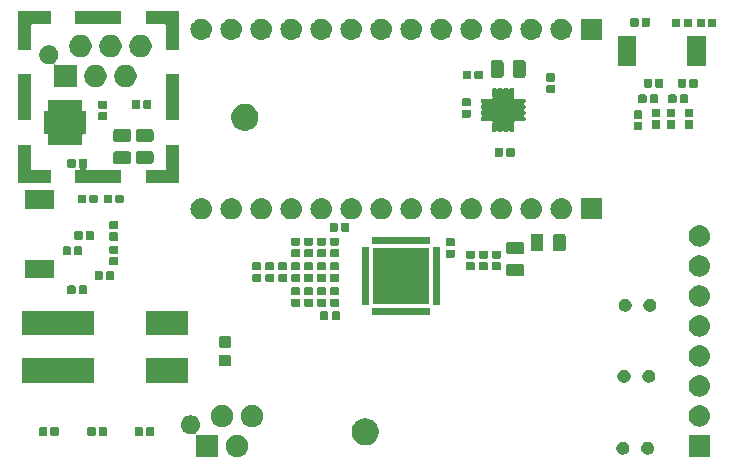
<source format=gbr>
G04 #@! TF.GenerationSoftware,KiCad,Pcbnew,5.0.2-bee76a0~70~ubuntu18.04.1*
G04 #@! TF.CreationDate,2019-11-21T20:22:08+01:00*
G04 #@! TF.ProjectId,board,626f6172-642e-46b6-9963-61645f706362,rev?*
G04 #@! TF.SameCoordinates,Original*
G04 #@! TF.FileFunction,Soldermask,Bot*
G04 #@! TF.FilePolarity,Negative*
%FSLAX46Y46*%
G04 Gerber Fmt 4.6, Leading zero omitted, Abs format (unit mm)*
G04 Created by KiCad (PCBNEW 5.0.2-bee76a0~70~ubuntu18.04.1) date Thu 21 Nov 2019 08:22:08 PM CET*
%MOMM*%
%LPD*%
G01*
G04 APERTURE LIST*
%ADD10C,0.100000*%
G04 APERTURE END LIST*
D10*
G36*
X108128655Y-134549733D02*
X108128657Y-134549734D01*
X108128658Y-134549734D01*
X108175653Y-134569200D01*
X108274440Y-134610119D01*
X108405643Y-134697786D01*
X108517214Y-134809357D01*
X108604881Y-134940560D01*
X108631971Y-135005962D01*
X108659404Y-135072189D01*
X108665267Y-135086345D01*
X108696050Y-135241102D01*
X108696050Y-135398898D01*
X108665267Y-135553655D01*
X108604881Y-135699440D01*
X108517214Y-135830643D01*
X108402907Y-135944950D01*
X108389915Y-135955612D01*
X108374370Y-135974554D01*
X108362819Y-135996165D01*
X108355706Y-136019614D01*
X108353304Y-136044001D01*
X108355706Y-136068387D01*
X108362819Y-136091836D01*
X108374371Y-136113447D01*
X108389916Y-136132389D01*
X108408858Y-136147934D01*
X108430469Y-136159485D01*
X108453918Y-136166598D01*
X108478304Y-136169000D01*
X110246000Y-136169000D01*
X110246000Y-138071000D01*
X108344000Y-138071000D01*
X108344000Y-136188145D01*
X108341598Y-136163759D01*
X108334485Y-136140310D01*
X108322934Y-136118699D01*
X108307388Y-136099757D01*
X108288446Y-136084211D01*
X108266835Y-136072660D01*
X108243386Y-136065547D01*
X108219000Y-136063145D01*
X108194614Y-136065547D01*
X108171165Y-136072660D01*
X108128658Y-136090267D01*
X107973898Y-136121050D01*
X107816102Y-136121050D01*
X107661345Y-136090267D01*
X107661343Y-136090266D01*
X107661342Y-136090266D01*
X107549649Y-136044001D01*
X107515560Y-136029881D01*
X107384357Y-135942214D01*
X107272786Y-135830643D01*
X107185119Y-135699440D01*
X107124733Y-135553655D01*
X107093950Y-135398898D01*
X107093950Y-135241102D01*
X107124733Y-135086345D01*
X107130597Y-135072189D01*
X107158029Y-135005962D01*
X107185119Y-134940560D01*
X107272786Y-134809357D01*
X107384357Y-134697786D01*
X107515560Y-134610119D01*
X107614347Y-134569200D01*
X107661342Y-134549734D01*
X107661343Y-134549734D01*
X107661345Y-134549733D01*
X107816102Y-134518950D01*
X107973898Y-134518950D01*
X108128655Y-134549733D01*
X108128655Y-134549733D01*
G37*
G36*
X112112396Y-136205546D02*
X112285466Y-136277234D01*
X112441230Y-136381312D01*
X112573688Y-136513770D01*
X112677766Y-136669534D01*
X112749454Y-136842604D01*
X112786000Y-137026333D01*
X112786000Y-137213667D01*
X112749454Y-137397396D01*
X112677766Y-137570466D01*
X112573688Y-137726230D01*
X112441230Y-137858688D01*
X112285466Y-137962766D01*
X112112396Y-138034454D01*
X111928667Y-138071000D01*
X111741333Y-138071000D01*
X111557604Y-138034454D01*
X111384534Y-137962766D01*
X111228770Y-137858688D01*
X111096312Y-137726230D01*
X110992234Y-137570466D01*
X110920546Y-137397396D01*
X110884000Y-137213667D01*
X110884000Y-137026333D01*
X110920546Y-136842604D01*
X110992234Y-136669534D01*
X111096312Y-136513770D01*
X111228770Y-136381312D01*
X111384534Y-136277234D01*
X111557604Y-136205546D01*
X111741333Y-136169000D01*
X111928667Y-136169000D01*
X112112396Y-136205546D01*
X112112396Y-136205546D01*
G37*
G36*
X151878600Y-138010200D02*
X150076600Y-138010200D01*
X150076600Y-136208200D01*
X151878600Y-136208200D01*
X151878600Y-138010200D01*
X151878600Y-138010200D01*
G37*
G36*
X146760721Y-136770174D02*
X146860995Y-136811709D01*
X146951245Y-136872012D01*
X147027988Y-136948755D01*
X147088291Y-137039005D01*
X147129826Y-137139279D01*
X147151000Y-137245730D01*
X147151000Y-137354270D01*
X147129826Y-137460721D01*
X147088291Y-137560995D01*
X147027988Y-137651245D01*
X146951245Y-137727988D01*
X146860995Y-137788291D01*
X146760721Y-137829826D01*
X146654270Y-137851000D01*
X146545730Y-137851000D01*
X146439279Y-137829826D01*
X146339005Y-137788291D01*
X146248755Y-137727988D01*
X146172012Y-137651245D01*
X146111709Y-137560995D01*
X146070174Y-137460721D01*
X146049000Y-137354270D01*
X146049000Y-137245730D01*
X146070174Y-137139279D01*
X146111709Y-137039005D01*
X146172012Y-136948755D01*
X146248755Y-136872012D01*
X146339005Y-136811709D01*
X146439279Y-136770174D01*
X146545730Y-136749000D01*
X146654270Y-136749000D01*
X146760721Y-136770174D01*
X146760721Y-136770174D01*
G37*
G36*
X144660721Y-136770174D02*
X144760995Y-136811709D01*
X144851245Y-136872012D01*
X144927988Y-136948755D01*
X144988291Y-137039005D01*
X145029826Y-137139279D01*
X145051000Y-137245730D01*
X145051000Y-137354270D01*
X145029826Y-137460721D01*
X144988291Y-137560995D01*
X144927988Y-137651245D01*
X144851245Y-137727988D01*
X144760995Y-137788291D01*
X144660721Y-137829826D01*
X144554270Y-137851000D01*
X144445730Y-137851000D01*
X144339279Y-137829826D01*
X144239005Y-137788291D01*
X144148755Y-137727988D01*
X144072012Y-137651245D01*
X144011709Y-137560995D01*
X143970174Y-137460721D01*
X143949000Y-137354270D01*
X143949000Y-137245730D01*
X143970174Y-137139279D01*
X144011709Y-137039005D01*
X144072012Y-136948755D01*
X144148755Y-136872012D01*
X144239005Y-136811709D01*
X144339279Y-136770174D01*
X144445730Y-136749000D01*
X144554270Y-136749000D01*
X144660721Y-136770174D01*
X144660721Y-136770174D01*
G37*
G36*
X123015734Y-134793232D02*
X123225202Y-134879996D01*
X123413723Y-135005962D01*
X123574038Y-135166277D01*
X123700004Y-135354798D01*
X123786768Y-135564266D01*
X123831000Y-135786635D01*
X123831000Y-136013365D01*
X123786768Y-136235734D01*
X123700004Y-136445202D01*
X123574038Y-136633723D01*
X123413723Y-136794038D01*
X123225202Y-136920004D01*
X123015734Y-137006768D01*
X122793365Y-137051000D01*
X122566635Y-137051000D01*
X122344266Y-137006768D01*
X122134798Y-136920004D01*
X121946277Y-136794038D01*
X121785962Y-136633723D01*
X121659996Y-136445202D01*
X121573232Y-136235734D01*
X121529000Y-136013365D01*
X121529000Y-135786635D01*
X121573232Y-135564266D01*
X121659996Y-135354798D01*
X121785962Y-135166277D01*
X121946277Y-135005962D01*
X122134798Y-134879996D01*
X122344266Y-134793232D01*
X122566635Y-134749000D01*
X122793365Y-134749000D01*
X123015734Y-134793232D01*
X123015734Y-134793232D01*
G37*
G36*
X104741938Y-135531716D02*
X104762556Y-135537970D01*
X104781556Y-135548126D01*
X104798208Y-135561792D01*
X104811874Y-135578444D01*
X104822030Y-135597444D01*
X104828284Y-135618062D01*
X104831000Y-135645640D01*
X104831000Y-136154360D01*
X104828284Y-136181938D01*
X104822030Y-136202556D01*
X104811874Y-136221556D01*
X104798208Y-136238208D01*
X104781556Y-136251874D01*
X104762556Y-136262030D01*
X104741938Y-136268284D01*
X104714360Y-136271000D01*
X104255640Y-136271000D01*
X104228062Y-136268284D01*
X104207444Y-136262030D01*
X104188444Y-136251874D01*
X104171792Y-136238208D01*
X104158126Y-136221556D01*
X104147970Y-136202556D01*
X104141716Y-136181938D01*
X104139000Y-136154360D01*
X104139000Y-135645640D01*
X104141716Y-135618062D01*
X104147970Y-135597444D01*
X104158126Y-135578444D01*
X104171792Y-135561792D01*
X104188444Y-135548126D01*
X104207444Y-135537970D01*
X104228062Y-135531716D01*
X104255640Y-135529000D01*
X104714360Y-135529000D01*
X104741938Y-135531716D01*
X104741938Y-135531716D01*
G37*
G36*
X103771938Y-135531716D02*
X103792556Y-135537970D01*
X103811556Y-135548126D01*
X103828208Y-135561792D01*
X103841874Y-135578444D01*
X103852030Y-135597444D01*
X103858284Y-135618062D01*
X103861000Y-135645640D01*
X103861000Y-136154360D01*
X103858284Y-136181938D01*
X103852030Y-136202556D01*
X103841874Y-136221556D01*
X103828208Y-136238208D01*
X103811556Y-136251874D01*
X103792556Y-136262030D01*
X103771938Y-136268284D01*
X103744360Y-136271000D01*
X103285640Y-136271000D01*
X103258062Y-136268284D01*
X103237444Y-136262030D01*
X103218444Y-136251874D01*
X103201792Y-136238208D01*
X103188126Y-136221556D01*
X103177970Y-136202556D01*
X103171716Y-136181938D01*
X103169000Y-136154360D01*
X103169000Y-135645640D01*
X103171716Y-135618062D01*
X103177970Y-135597444D01*
X103188126Y-135578444D01*
X103201792Y-135561792D01*
X103218444Y-135548126D01*
X103237444Y-135537970D01*
X103258062Y-135531716D01*
X103285640Y-135529000D01*
X103744360Y-135529000D01*
X103771938Y-135531716D01*
X103771938Y-135531716D01*
G37*
G36*
X99771938Y-135531716D02*
X99792556Y-135537970D01*
X99811556Y-135548126D01*
X99828208Y-135561792D01*
X99841874Y-135578444D01*
X99852030Y-135597444D01*
X99858284Y-135618062D01*
X99861000Y-135645640D01*
X99861000Y-136154360D01*
X99858284Y-136181938D01*
X99852030Y-136202556D01*
X99841874Y-136221556D01*
X99828208Y-136238208D01*
X99811556Y-136251874D01*
X99792556Y-136262030D01*
X99771938Y-136268284D01*
X99744360Y-136271000D01*
X99285640Y-136271000D01*
X99258062Y-136268284D01*
X99237444Y-136262030D01*
X99218444Y-136251874D01*
X99201792Y-136238208D01*
X99188126Y-136221556D01*
X99177970Y-136202556D01*
X99171716Y-136181938D01*
X99169000Y-136154360D01*
X99169000Y-135645640D01*
X99171716Y-135618062D01*
X99177970Y-135597444D01*
X99188126Y-135578444D01*
X99201792Y-135561792D01*
X99218444Y-135548126D01*
X99237444Y-135537970D01*
X99258062Y-135531716D01*
X99285640Y-135529000D01*
X99744360Y-135529000D01*
X99771938Y-135531716D01*
X99771938Y-135531716D01*
G37*
G36*
X100741938Y-135531716D02*
X100762556Y-135537970D01*
X100781556Y-135548126D01*
X100798208Y-135561792D01*
X100811874Y-135578444D01*
X100822030Y-135597444D01*
X100828284Y-135618062D01*
X100831000Y-135645640D01*
X100831000Y-136154360D01*
X100828284Y-136181938D01*
X100822030Y-136202556D01*
X100811874Y-136221556D01*
X100798208Y-136238208D01*
X100781556Y-136251874D01*
X100762556Y-136262030D01*
X100741938Y-136268284D01*
X100714360Y-136271000D01*
X100255640Y-136271000D01*
X100228062Y-136268284D01*
X100207444Y-136262030D01*
X100188444Y-136251874D01*
X100171792Y-136238208D01*
X100158126Y-136221556D01*
X100147970Y-136202556D01*
X100141716Y-136181938D01*
X100139000Y-136154360D01*
X100139000Y-135645640D01*
X100141716Y-135618062D01*
X100147970Y-135597444D01*
X100158126Y-135578444D01*
X100171792Y-135561792D01*
X100188444Y-135548126D01*
X100207444Y-135537970D01*
X100228062Y-135531716D01*
X100255640Y-135529000D01*
X100714360Y-135529000D01*
X100741938Y-135531716D01*
X100741938Y-135531716D01*
G37*
G36*
X95671938Y-135531716D02*
X95692556Y-135537970D01*
X95711556Y-135548126D01*
X95728208Y-135561792D01*
X95741874Y-135578444D01*
X95752030Y-135597444D01*
X95758284Y-135618062D01*
X95761000Y-135645640D01*
X95761000Y-136154360D01*
X95758284Y-136181938D01*
X95752030Y-136202556D01*
X95741874Y-136221556D01*
X95728208Y-136238208D01*
X95711556Y-136251874D01*
X95692556Y-136262030D01*
X95671938Y-136268284D01*
X95644360Y-136271000D01*
X95185640Y-136271000D01*
X95158062Y-136268284D01*
X95137444Y-136262030D01*
X95118444Y-136251874D01*
X95101792Y-136238208D01*
X95088126Y-136221556D01*
X95077970Y-136202556D01*
X95071716Y-136181938D01*
X95069000Y-136154360D01*
X95069000Y-135645640D01*
X95071716Y-135618062D01*
X95077970Y-135597444D01*
X95088126Y-135578444D01*
X95101792Y-135561792D01*
X95118444Y-135548126D01*
X95137444Y-135537970D01*
X95158062Y-135531716D01*
X95185640Y-135529000D01*
X95644360Y-135529000D01*
X95671938Y-135531716D01*
X95671938Y-135531716D01*
G37*
G36*
X96641938Y-135531716D02*
X96662556Y-135537970D01*
X96681556Y-135548126D01*
X96698208Y-135561792D01*
X96711874Y-135578444D01*
X96722030Y-135597444D01*
X96728284Y-135618062D01*
X96731000Y-135645640D01*
X96731000Y-136154360D01*
X96728284Y-136181938D01*
X96722030Y-136202556D01*
X96711874Y-136221556D01*
X96698208Y-136238208D01*
X96681556Y-136251874D01*
X96662556Y-136262030D01*
X96641938Y-136268284D01*
X96614360Y-136271000D01*
X96155640Y-136271000D01*
X96128062Y-136268284D01*
X96107444Y-136262030D01*
X96088444Y-136251874D01*
X96071792Y-136238208D01*
X96058126Y-136221556D01*
X96047970Y-136202556D01*
X96041716Y-136181938D01*
X96039000Y-136154360D01*
X96039000Y-135645640D01*
X96041716Y-135618062D01*
X96047970Y-135597444D01*
X96058126Y-135578444D01*
X96071792Y-135561792D01*
X96088444Y-135548126D01*
X96107444Y-135537970D01*
X96128062Y-135531716D01*
X96155640Y-135529000D01*
X96614360Y-135529000D01*
X96641938Y-135531716D01*
X96641938Y-135531716D01*
G37*
G36*
X110842396Y-133665546D02*
X111015466Y-133737234D01*
X111171230Y-133841312D01*
X111303688Y-133973770D01*
X111407766Y-134129534D01*
X111479454Y-134302604D01*
X111516000Y-134486333D01*
X111516000Y-134673667D01*
X111479454Y-134857396D01*
X111407766Y-135030466D01*
X111303688Y-135186230D01*
X111171230Y-135318688D01*
X111015466Y-135422766D01*
X110842396Y-135494454D01*
X110658667Y-135531000D01*
X110471333Y-135531000D01*
X110287604Y-135494454D01*
X110114534Y-135422766D01*
X109958770Y-135318688D01*
X109826312Y-135186230D01*
X109722234Y-135030466D01*
X109650546Y-134857396D01*
X109614000Y-134673667D01*
X109614000Y-134486333D01*
X109650546Y-134302604D01*
X109722234Y-134129534D01*
X109826312Y-133973770D01*
X109958770Y-133841312D01*
X110114534Y-133737234D01*
X110287604Y-133665546D01*
X110471333Y-133629000D01*
X110658667Y-133629000D01*
X110842396Y-133665546D01*
X110842396Y-133665546D01*
G37*
G36*
X113382396Y-133665546D02*
X113555466Y-133737234D01*
X113711230Y-133841312D01*
X113843688Y-133973770D01*
X113947766Y-134129534D01*
X114019454Y-134302604D01*
X114056000Y-134486333D01*
X114056000Y-134673667D01*
X114019454Y-134857396D01*
X113947766Y-135030466D01*
X113843688Y-135186230D01*
X113711230Y-135318688D01*
X113555466Y-135422766D01*
X113382396Y-135494454D01*
X113198667Y-135531000D01*
X113011333Y-135531000D01*
X112827604Y-135494454D01*
X112654534Y-135422766D01*
X112498770Y-135318688D01*
X112366312Y-135186230D01*
X112262234Y-135030466D01*
X112190546Y-134857396D01*
X112154000Y-134673667D01*
X112154000Y-134486333D01*
X112190546Y-134302604D01*
X112262234Y-134129534D01*
X112366312Y-133973770D01*
X112498770Y-133841312D01*
X112654534Y-133737234D01*
X112827604Y-133665546D01*
X113011333Y-133629000D01*
X113198667Y-133629000D01*
X113382396Y-133665546D01*
X113382396Y-133665546D01*
G37*
G36*
X151088042Y-133674718D02*
X151154227Y-133681237D01*
X151267453Y-133715584D01*
X151324067Y-133732757D01*
X151462687Y-133806852D01*
X151480591Y-133816422D01*
X151510917Y-133841310D01*
X151617786Y-133929014D01*
X151701048Y-134030471D01*
X151730378Y-134066209D01*
X151730379Y-134066211D01*
X151814043Y-134222733D01*
X151814043Y-134222734D01*
X151865563Y-134392573D01*
X151882959Y-134569200D01*
X151865563Y-134745827D01*
X151831719Y-134857396D01*
X151814043Y-134915667D01*
X151752681Y-135030466D01*
X151730378Y-135072191D01*
X151718764Y-135086342D01*
X151617786Y-135209386D01*
X151516329Y-135292648D01*
X151480591Y-135321978D01*
X151480589Y-135321979D01*
X151324067Y-135405643D01*
X151267622Y-135422765D01*
X151154227Y-135457163D01*
X151088042Y-135463682D01*
X151021860Y-135470200D01*
X150933340Y-135470200D01*
X150867158Y-135463682D01*
X150800973Y-135457163D01*
X150687578Y-135422765D01*
X150631133Y-135405643D01*
X150474611Y-135321979D01*
X150474609Y-135321978D01*
X150438871Y-135292648D01*
X150337414Y-135209386D01*
X150236436Y-135086342D01*
X150224822Y-135072191D01*
X150202519Y-135030466D01*
X150141157Y-134915667D01*
X150123481Y-134857396D01*
X150089637Y-134745827D01*
X150072241Y-134569200D01*
X150089637Y-134392573D01*
X150141157Y-134222734D01*
X150141157Y-134222733D01*
X150224821Y-134066211D01*
X150224822Y-134066209D01*
X150254152Y-134030471D01*
X150337414Y-133929014D01*
X150444283Y-133841310D01*
X150474609Y-133816422D01*
X150492513Y-133806852D01*
X150631133Y-133732757D01*
X150687747Y-133715584D01*
X150800973Y-133681237D01*
X150867158Y-133674718D01*
X150933340Y-133668200D01*
X151021860Y-133668200D01*
X151088042Y-133674718D01*
X151088042Y-133674718D01*
G37*
G36*
X151088042Y-131134718D02*
X151154227Y-131141237D01*
X151267453Y-131175584D01*
X151324067Y-131192757D01*
X151439146Y-131254269D01*
X151480591Y-131276422D01*
X151516329Y-131305752D01*
X151617786Y-131389014D01*
X151676858Y-131460995D01*
X151730378Y-131526209D01*
X151730379Y-131526211D01*
X151814043Y-131682733D01*
X151815729Y-131688291D01*
X151865563Y-131852573D01*
X151882959Y-132029200D01*
X151865563Y-132205827D01*
X151831216Y-132319053D01*
X151814043Y-132375667D01*
X151739948Y-132514287D01*
X151730378Y-132532191D01*
X151701048Y-132567929D01*
X151617786Y-132669386D01*
X151516329Y-132752648D01*
X151480591Y-132781978D01*
X151480589Y-132781979D01*
X151324067Y-132865643D01*
X151267453Y-132882816D01*
X151154227Y-132917163D01*
X151088042Y-132923682D01*
X151021860Y-132930200D01*
X150933340Y-132930200D01*
X150867158Y-132923682D01*
X150800973Y-132917163D01*
X150687747Y-132882816D01*
X150631133Y-132865643D01*
X150474611Y-132781979D01*
X150474609Y-132781978D01*
X150438871Y-132752648D01*
X150337414Y-132669386D01*
X150254152Y-132567929D01*
X150224822Y-132532191D01*
X150215252Y-132514287D01*
X150141157Y-132375667D01*
X150123984Y-132319053D01*
X150089637Y-132205827D01*
X150072241Y-132029200D01*
X150089637Y-131852573D01*
X150139471Y-131688291D01*
X150141157Y-131682733D01*
X150224821Y-131526211D01*
X150224822Y-131526209D01*
X150278342Y-131460995D01*
X150337414Y-131389014D01*
X150438871Y-131305752D01*
X150474609Y-131276422D01*
X150516054Y-131254269D01*
X150631133Y-131192757D01*
X150687747Y-131175584D01*
X150800973Y-131141237D01*
X150867158Y-131134718D01*
X150933340Y-131128200D01*
X151021860Y-131128200D01*
X151088042Y-131134718D01*
X151088042Y-131134718D01*
G37*
G36*
X99701000Y-131751000D02*
X93599000Y-131751000D01*
X93599000Y-129649000D01*
X99701000Y-129649000D01*
X99701000Y-131751000D01*
X99701000Y-131751000D01*
G37*
G36*
X107701000Y-131751000D02*
X104099000Y-131751000D01*
X104099000Y-129649000D01*
X107701000Y-129649000D01*
X107701000Y-131751000D01*
X107701000Y-131751000D01*
G37*
G36*
X144760721Y-130670174D02*
X144860995Y-130711709D01*
X144951245Y-130772012D01*
X145027988Y-130848755D01*
X145088291Y-130939005D01*
X145129826Y-131039279D01*
X145151000Y-131145730D01*
X145151000Y-131254270D01*
X145129826Y-131360721D01*
X145088291Y-131460995D01*
X145027988Y-131551245D01*
X144951245Y-131627988D01*
X144860995Y-131688291D01*
X144760721Y-131729826D01*
X144654270Y-131751000D01*
X144545730Y-131751000D01*
X144439279Y-131729826D01*
X144339005Y-131688291D01*
X144248755Y-131627988D01*
X144172012Y-131551245D01*
X144111709Y-131460995D01*
X144070174Y-131360721D01*
X144049000Y-131254270D01*
X144049000Y-131145730D01*
X144070174Y-131039279D01*
X144111709Y-130939005D01*
X144172012Y-130848755D01*
X144248755Y-130772012D01*
X144339005Y-130711709D01*
X144439279Y-130670174D01*
X144545730Y-130649000D01*
X144654270Y-130649000D01*
X144760721Y-130670174D01*
X144760721Y-130670174D01*
G37*
G36*
X146860721Y-130670174D02*
X146960995Y-130711709D01*
X147051245Y-130772012D01*
X147127988Y-130848755D01*
X147188291Y-130939005D01*
X147229826Y-131039279D01*
X147251000Y-131145730D01*
X147251000Y-131254270D01*
X147229826Y-131360721D01*
X147188291Y-131460995D01*
X147127988Y-131551245D01*
X147051245Y-131627988D01*
X146960995Y-131688291D01*
X146860721Y-131729826D01*
X146754270Y-131751000D01*
X146645730Y-131751000D01*
X146539279Y-131729826D01*
X146439005Y-131688291D01*
X146348755Y-131627988D01*
X146272012Y-131551245D01*
X146211709Y-131460995D01*
X146170174Y-131360721D01*
X146149000Y-131254270D01*
X146149000Y-131145730D01*
X146170174Y-131039279D01*
X146211709Y-130939005D01*
X146272012Y-130848755D01*
X146348755Y-130772012D01*
X146439005Y-130711709D01*
X146539279Y-130670174D01*
X146645730Y-130649000D01*
X146754270Y-130649000D01*
X146860721Y-130670174D01*
X146860721Y-130670174D01*
G37*
G36*
X151088043Y-128594719D02*
X151154227Y-128601237D01*
X151267453Y-128635584D01*
X151324067Y-128652757D01*
X151462687Y-128726852D01*
X151480591Y-128736422D01*
X151493893Y-128747339D01*
X151617786Y-128849014D01*
X151701048Y-128950471D01*
X151730378Y-128986209D01*
X151730379Y-128986211D01*
X151814043Y-129142733D01*
X151814043Y-129142734D01*
X151865563Y-129312573D01*
X151882959Y-129489200D01*
X151865563Y-129665827D01*
X151831216Y-129779053D01*
X151814043Y-129835667D01*
X151739948Y-129974287D01*
X151730378Y-129992191D01*
X151701048Y-130027929D01*
X151617786Y-130129386D01*
X151516329Y-130212648D01*
X151480591Y-130241978D01*
X151480589Y-130241979D01*
X151324067Y-130325643D01*
X151293761Y-130334836D01*
X151154227Y-130377163D01*
X151088042Y-130383682D01*
X151021860Y-130390200D01*
X150933340Y-130390200D01*
X150867158Y-130383682D01*
X150800973Y-130377163D01*
X150661439Y-130334836D01*
X150631133Y-130325643D01*
X150474611Y-130241979D01*
X150474609Y-130241978D01*
X150438871Y-130212648D01*
X150337414Y-130129386D01*
X150254152Y-130027929D01*
X150224822Y-129992191D01*
X150215252Y-129974287D01*
X150141157Y-129835667D01*
X150123984Y-129779053D01*
X150089637Y-129665827D01*
X150072241Y-129489200D01*
X150089637Y-129312573D01*
X150141157Y-129142734D01*
X150141157Y-129142733D01*
X150224821Y-128986211D01*
X150224822Y-128986209D01*
X150254152Y-128950471D01*
X150337414Y-128849014D01*
X150461307Y-128747339D01*
X150474609Y-128736422D01*
X150492513Y-128726852D01*
X150631133Y-128652757D01*
X150687747Y-128635584D01*
X150800973Y-128601237D01*
X150867157Y-128594719D01*
X150933340Y-128588200D01*
X151021860Y-128588200D01*
X151088043Y-128594719D01*
X151088043Y-128594719D01*
G37*
G36*
X111179591Y-129403085D02*
X111213569Y-129413393D01*
X111244887Y-129430133D01*
X111272339Y-129452661D01*
X111294867Y-129480113D01*
X111311607Y-129511431D01*
X111321915Y-129545409D01*
X111326000Y-129586890D01*
X111326000Y-130188110D01*
X111321915Y-130229591D01*
X111311607Y-130263569D01*
X111294867Y-130294887D01*
X111272339Y-130322339D01*
X111244887Y-130344867D01*
X111213569Y-130361607D01*
X111179591Y-130371915D01*
X111138110Y-130376000D01*
X110461890Y-130376000D01*
X110420409Y-130371915D01*
X110386431Y-130361607D01*
X110355113Y-130344867D01*
X110327661Y-130322339D01*
X110305133Y-130294887D01*
X110288393Y-130263569D01*
X110278085Y-130229591D01*
X110274000Y-130188110D01*
X110274000Y-129586890D01*
X110278085Y-129545409D01*
X110288393Y-129511431D01*
X110305133Y-129480113D01*
X110327661Y-129452661D01*
X110355113Y-129430133D01*
X110386431Y-129413393D01*
X110420409Y-129403085D01*
X110461890Y-129399000D01*
X111138110Y-129399000D01*
X111179591Y-129403085D01*
X111179591Y-129403085D01*
G37*
G36*
X111179591Y-127828085D02*
X111213569Y-127838393D01*
X111244887Y-127855133D01*
X111272339Y-127877661D01*
X111294867Y-127905113D01*
X111311607Y-127936431D01*
X111321915Y-127970409D01*
X111326000Y-128011890D01*
X111326000Y-128613110D01*
X111321915Y-128654591D01*
X111311607Y-128688569D01*
X111294867Y-128719887D01*
X111272339Y-128747339D01*
X111244887Y-128769867D01*
X111213569Y-128786607D01*
X111179591Y-128796915D01*
X111138110Y-128801000D01*
X110461890Y-128801000D01*
X110420409Y-128796915D01*
X110386431Y-128786607D01*
X110355113Y-128769867D01*
X110327661Y-128747339D01*
X110305133Y-128719887D01*
X110288393Y-128688569D01*
X110278085Y-128654591D01*
X110274000Y-128613110D01*
X110274000Y-128011890D01*
X110278085Y-127970409D01*
X110288393Y-127936431D01*
X110305133Y-127905113D01*
X110327661Y-127877661D01*
X110355113Y-127855133D01*
X110386431Y-127838393D01*
X110420409Y-127828085D01*
X110461890Y-127824000D01*
X111138110Y-127824000D01*
X111179591Y-127828085D01*
X111179591Y-127828085D01*
G37*
G36*
X151088042Y-126054718D02*
X151154227Y-126061237D01*
X151267453Y-126095584D01*
X151324067Y-126112757D01*
X151462687Y-126186852D01*
X151480591Y-126196422D01*
X151516329Y-126225752D01*
X151617786Y-126309014D01*
X151694553Y-126402556D01*
X151730378Y-126446209D01*
X151730379Y-126446211D01*
X151814043Y-126602733D01*
X151814043Y-126602734D01*
X151865563Y-126772573D01*
X151882959Y-126949200D01*
X151865563Y-127125827D01*
X151831216Y-127239053D01*
X151814043Y-127295667D01*
X151739948Y-127434287D01*
X151730378Y-127452191D01*
X151701048Y-127487929D01*
X151617786Y-127589386D01*
X151516329Y-127672648D01*
X151480591Y-127701978D01*
X151480589Y-127701979D01*
X151324067Y-127785643D01*
X151267453Y-127802816D01*
X151154227Y-127837163D01*
X151088042Y-127843682D01*
X151021860Y-127850200D01*
X150933340Y-127850200D01*
X150867158Y-127843682D01*
X150800973Y-127837163D01*
X150687747Y-127802816D01*
X150631133Y-127785643D01*
X150474611Y-127701979D01*
X150474609Y-127701978D01*
X150438871Y-127672648D01*
X150337414Y-127589386D01*
X150254152Y-127487929D01*
X150224822Y-127452191D01*
X150215252Y-127434287D01*
X150141157Y-127295667D01*
X150123984Y-127239053D01*
X150089637Y-127125827D01*
X150072241Y-126949200D01*
X150089637Y-126772573D01*
X150141157Y-126602734D01*
X150141157Y-126602733D01*
X150224821Y-126446211D01*
X150224822Y-126446209D01*
X150260647Y-126402556D01*
X150337414Y-126309014D01*
X150438871Y-126225752D01*
X150474609Y-126196422D01*
X150492513Y-126186852D01*
X150631133Y-126112757D01*
X150687747Y-126095584D01*
X150800973Y-126061237D01*
X150867158Y-126054718D01*
X150933340Y-126048200D01*
X151021860Y-126048200D01*
X151088042Y-126054718D01*
X151088042Y-126054718D01*
G37*
G36*
X107701000Y-127751000D02*
X104099000Y-127751000D01*
X104099000Y-125649000D01*
X107701000Y-125649000D01*
X107701000Y-127751000D01*
X107701000Y-127751000D01*
G37*
G36*
X99701000Y-127751000D02*
X93599000Y-127751000D01*
X93599000Y-125649000D01*
X99701000Y-125649000D01*
X99701000Y-127751000D01*
X99701000Y-127751000D01*
G37*
G36*
X119471938Y-125731716D02*
X119492556Y-125737970D01*
X119511556Y-125748126D01*
X119528208Y-125761792D01*
X119541874Y-125778444D01*
X119552030Y-125797444D01*
X119558284Y-125818062D01*
X119561000Y-125845640D01*
X119561000Y-126354360D01*
X119558284Y-126381938D01*
X119552030Y-126402556D01*
X119541874Y-126421556D01*
X119528208Y-126438208D01*
X119511556Y-126451874D01*
X119492556Y-126462030D01*
X119471938Y-126468284D01*
X119444360Y-126471000D01*
X118985640Y-126471000D01*
X118958062Y-126468284D01*
X118937444Y-126462030D01*
X118918444Y-126451874D01*
X118901792Y-126438208D01*
X118888126Y-126421556D01*
X118877970Y-126402556D01*
X118871716Y-126381938D01*
X118869000Y-126354360D01*
X118869000Y-125845640D01*
X118871716Y-125818062D01*
X118877970Y-125797444D01*
X118888126Y-125778444D01*
X118901792Y-125761792D01*
X118918444Y-125748126D01*
X118937444Y-125737970D01*
X118958062Y-125731716D01*
X118985640Y-125729000D01*
X119444360Y-125729000D01*
X119471938Y-125731716D01*
X119471938Y-125731716D01*
G37*
G36*
X120441938Y-125731716D02*
X120462556Y-125737970D01*
X120481556Y-125748126D01*
X120498208Y-125761792D01*
X120511874Y-125778444D01*
X120522030Y-125797444D01*
X120528284Y-125818062D01*
X120531000Y-125845640D01*
X120531000Y-126354360D01*
X120528284Y-126381938D01*
X120522030Y-126402556D01*
X120511874Y-126421556D01*
X120498208Y-126438208D01*
X120481556Y-126451874D01*
X120462556Y-126462030D01*
X120441938Y-126468284D01*
X120414360Y-126471000D01*
X119955640Y-126471000D01*
X119928062Y-126468284D01*
X119907444Y-126462030D01*
X119888444Y-126451874D01*
X119871792Y-126438208D01*
X119858126Y-126421556D01*
X119847970Y-126402556D01*
X119841716Y-126381938D01*
X119839000Y-126354360D01*
X119839000Y-125845640D01*
X119841716Y-125818062D01*
X119847970Y-125797444D01*
X119858126Y-125778444D01*
X119871792Y-125761792D01*
X119888444Y-125748126D01*
X119907444Y-125737970D01*
X119928062Y-125731716D01*
X119955640Y-125729000D01*
X120414360Y-125729000D01*
X120441938Y-125731716D01*
X120441938Y-125731716D01*
G37*
G36*
X128165000Y-126022000D02*
X123263000Y-126022000D01*
X123263000Y-125420000D01*
X128165000Y-125420000D01*
X128165000Y-126022000D01*
X128165000Y-126022000D01*
G37*
G36*
X144860721Y-124670174D02*
X144960995Y-124711709D01*
X145051245Y-124772012D01*
X145127988Y-124848755D01*
X145188291Y-124939005D01*
X145229826Y-125039279D01*
X145251000Y-125145730D01*
X145251000Y-125254270D01*
X145229826Y-125360721D01*
X145188291Y-125460995D01*
X145127988Y-125551245D01*
X145051245Y-125627988D01*
X144960995Y-125688291D01*
X144860721Y-125729826D01*
X144754270Y-125751000D01*
X144645730Y-125751000D01*
X144539279Y-125729826D01*
X144439005Y-125688291D01*
X144348755Y-125627988D01*
X144272012Y-125551245D01*
X144211709Y-125460995D01*
X144170174Y-125360721D01*
X144149000Y-125254270D01*
X144149000Y-125145730D01*
X144170174Y-125039279D01*
X144211709Y-124939005D01*
X144272012Y-124848755D01*
X144348755Y-124772012D01*
X144439005Y-124711709D01*
X144539279Y-124670174D01*
X144645730Y-124649000D01*
X144754270Y-124649000D01*
X144860721Y-124670174D01*
X144860721Y-124670174D01*
G37*
G36*
X146960721Y-124670174D02*
X147060995Y-124711709D01*
X147151245Y-124772012D01*
X147227988Y-124848755D01*
X147288291Y-124939005D01*
X147329826Y-125039279D01*
X147351000Y-125145730D01*
X147351000Y-125254270D01*
X147329826Y-125360721D01*
X147288291Y-125460995D01*
X147227988Y-125551245D01*
X147151245Y-125627988D01*
X147060995Y-125688291D01*
X146960721Y-125729826D01*
X146854270Y-125751000D01*
X146745730Y-125751000D01*
X146639279Y-125729826D01*
X146539005Y-125688291D01*
X146448755Y-125627988D01*
X146372012Y-125551245D01*
X146311709Y-125460995D01*
X146270174Y-125360721D01*
X146249000Y-125254270D01*
X146249000Y-125145730D01*
X146270174Y-125039279D01*
X146311709Y-124939005D01*
X146372012Y-124848755D01*
X146448755Y-124772012D01*
X146539005Y-124711709D01*
X146639279Y-124670174D01*
X146745730Y-124649000D01*
X146854270Y-124649000D01*
X146960721Y-124670174D01*
X146960721Y-124670174D01*
G37*
G36*
X119281938Y-124641716D02*
X119302556Y-124647970D01*
X119321556Y-124658126D01*
X119338208Y-124671792D01*
X119351874Y-124688444D01*
X119362030Y-124707444D01*
X119368284Y-124728062D01*
X119371000Y-124755640D01*
X119371000Y-125214360D01*
X119368284Y-125241938D01*
X119362030Y-125262556D01*
X119351874Y-125281556D01*
X119338208Y-125298208D01*
X119321556Y-125311874D01*
X119302556Y-125322030D01*
X119281938Y-125328284D01*
X119254360Y-125331000D01*
X118745640Y-125331000D01*
X118718062Y-125328284D01*
X118697444Y-125322030D01*
X118678444Y-125311874D01*
X118661792Y-125298208D01*
X118648126Y-125281556D01*
X118637970Y-125262556D01*
X118631716Y-125241938D01*
X118629000Y-125214360D01*
X118629000Y-124755640D01*
X118631716Y-124728062D01*
X118637970Y-124707444D01*
X118648126Y-124688444D01*
X118661792Y-124671792D01*
X118678444Y-124658126D01*
X118697444Y-124647970D01*
X118718062Y-124641716D01*
X118745640Y-124639000D01*
X119254360Y-124639000D01*
X119281938Y-124641716D01*
X119281938Y-124641716D01*
G37*
G36*
X117081938Y-124641716D02*
X117102556Y-124647970D01*
X117121556Y-124658126D01*
X117138208Y-124671792D01*
X117151874Y-124688444D01*
X117162030Y-124707444D01*
X117168284Y-124728062D01*
X117171000Y-124755640D01*
X117171000Y-125214360D01*
X117168284Y-125241938D01*
X117162030Y-125262556D01*
X117151874Y-125281556D01*
X117138208Y-125298208D01*
X117121556Y-125311874D01*
X117102556Y-125322030D01*
X117081938Y-125328284D01*
X117054360Y-125331000D01*
X116545640Y-125331000D01*
X116518062Y-125328284D01*
X116497444Y-125322030D01*
X116478444Y-125311874D01*
X116461792Y-125298208D01*
X116448126Y-125281556D01*
X116437970Y-125262556D01*
X116431716Y-125241938D01*
X116429000Y-125214360D01*
X116429000Y-124755640D01*
X116431716Y-124728062D01*
X116437970Y-124707444D01*
X116448126Y-124688444D01*
X116461792Y-124671792D01*
X116478444Y-124658126D01*
X116497444Y-124647970D01*
X116518062Y-124641716D01*
X116545640Y-124639000D01*
X117054360Y-124639000D01*
X117081938Y-124641716D01*
X117081938Y-124641716D01*
G37*
G36*
X118181938Y-124641716D02*
X118202556Y-124647970D01*
X118221556Y-124658126D01*
X118238208Y-124671792D01*
X118251874Y-124688444D01*
X118262030Y-124707444D01*
X118268284Y-124728062D01*
X118271000Y-124755640D01*
X118271000Y-125214360D01*
X118268284Y-125241938D01*
X118262030Y-125262556D01*
X118251874Y-125281556D01*
X118238208Y-125298208D01*
X118221556Y-125311874D01*
X118202556Y-125322030D01*
X118181938Y-125328284D01*
X118154360Y-125331000D01*
X117645640Y-125331000D01*
X117618062Y-125328284D01*
X117597444Y-125322030D01*
X117578444Y-125311874D01*
X117561792Y-125298208D01*
X117548126Y-125281556D01*
X117537970Y-125262556D01*
X117531716Y-125241938D01*
X117529000Y-125214360D01*
X117529000Y-124755640D01*
X117531716Y-124728062D01*
X117537970Y-124707444D01*
X117548126Y-124688444D01*
X117561792Y-124671792D01*
X117578444Y-124658126D01*
X117597444Y-124647970D01*
X117618062Y-124641716D01*
X117645640Y-124639000D01*
X118154360Y-124639000D01*
X118181938Y-124641716D01*
X118181938Y-124641716D01*
G37*
G36*
X120381938Y-124641716D02*
X120402556Y-124647970D01*
X120421556Y-124658126D01*
X120438208Y-124671792D01*
X120451874Y-124688444D01*
X120462030Y-124707444D01*
X120468284Y-124728062D01*
X120471000Y-124755640D01*
X120471000Y-125214360D01*
X120468284Y-125241938D01*
X120462030Y-125262556D01*
X120451874Y-125281556D01*
X120438208Y-125298208D01*
X120421556Y-125311874D01*
X120402556Y-125322030D01*
X120381938Y-125328284D01*
X120354360Y-125331000D01*
X119845640Y-125331000D01*
X119818062Y-125328284D01*
X119797444Y-125322030D01*
X119778444Y-125311874D01*
X119761792Y-125298208D01*
X119748126Y-125281556D01*
X119737970Y-125262556D01*
X119731716Y-125241938D01*
X119729000Y-125214360D01*
X119729000Y-124755640D01*
X119731716Y-124728062D01*
X119737970Y-124707444D01*
X119748126Y-124688444D01*
X119761792Y-124671792D01*
X119778444Y-124658126D01*
X119797444Y-124647970D01*
X119818062Y-124641716D01*
X119845640Y-124639000D01*
X120354360Y-124639000D01*
X120381938Y-124641716D01*
X120381938Y-124641716D01*
G37*
G36*
X151088042Y-123514718D02*
X151154227Y-123521237D01*
X151242868Y-123548126D01*
X151324067Y-123572757D01*
X151370252Y-123597444D01*
X151480591Y-123656422D01*
X151516329Y-123685752D01*
X151617786Y-123769014D01*
X151677683Y-123842000D01*
X151730378Y-123906209D01*
X151730379Y-123906211D01*
X151814043Y-124062733D01*
X151814043Y-124062734D01*
X151865563Y-124232573D01*
X151882959Y-124409200D01*
X151865563Y-124585827D01*
X151834062Y-124689671D01*
X151814043Y-124755667D01*
X151805307Y-124772010D01*
X151730378Y-124912191D01*
X151708373Y-124939004D01*
X151617786Y-125049386D01*
X151516329Y-125132648D01*
X151480591Y-125161978D01*
X151480589Y-125161979D01*
X151324067Y-125245643D01*
X151296141Y-125254114D01*
X151154227Y-125297163D01*
X151106699Y-125301844D01*
X151021860Y-125310200D01*
X150933340Y-125310200D01*
X150848501Y-125301844D01*
X150800973Y-125297163D01*
X150659059Y-125254114D01*
X150631133Y-125245643D01*
X150474611Y-125161979D01*
X150474609Y-125161978D01*
X150438871Y-125132648D01*
X150337414Y-125049386D01*
X150246827Y-124939004D01*
X150224822Y-124912191D01*
X150149893Y-124772010D01*
X150141157Y-124755667D01*
X150121138Y-124689671D01*
X150089637Y-124585827D01*
X150072241Y-124409200D01*
X150089637Y-124232573D01*
X150141157Y-124062734D01*
X150141157Y-124062733D01*
X150224821Y-123906211D01*
X150224822Y-123906209D01*
X150277517Y-123842000D01*
X150337414Y-123769014D01*
X150438871Y-123685752D01*
X150474609Y-123656422D01*
X150584948Y-123597444D01*
X150631133Y-123572757D01*
X150712332Y-123548126D01*
X150800973Y-123521237D01*
X150867158Y-123514718D01*
X150933340Y-123508200D01*
X151021860Y-123508200D01*
X151088042Y-123514718D01*
X151088042Y-123514718D01*
G37*
G36*
X129015000Y-125172000D02*
X128413000Y-125172000D01*
X128413000Y-120270000D01*
X129015000Y-120270000D01*
X129015000Y-125172000D01*
X129015000Y-125172000D01*
G37*
G36*
X123015000Y-125172000D02*
X122413000Y-125172000D01*
X122413000Y-120270000D01*
X123015000Y-120270000D01*
X123015000Y-125172000D01*
X123015000Y-125172000D01*
G37*
G36*
X128065000Y-125072000D02*
X123363000Y-125072000D01*
X123363000Y-120370000D01*
X128065000Y-120370000D01*
X128065000Y-125072000D01*
X128065000Y-125072000D01*
G37*
G36*
X119281938Y-123671716D02*
X119302556Y-123677970D01*
X119321556Y-123688126D01*
X119338208Y-123701792D01*
X119351874Y-123718444D01*
X119362030Y-123737444D01*
X119368284Y-123758062D01*
X119371000Y-123785640D01*
X119371000Y-124244360D01*
X119368284Y-124271938D01*
X119362030Y-124292556D01*
X119351874Y-124311556D01*
X119338208Y-124328208D01*
X119321556Y-124341874D01*
X119302556Y-124352030D01*
X119281938Y-124358284D01*
X119254360Y-124361000D01*
X118745640Y-124361000D01*
X118718062Y-124358284D01*
X118697444Y-124352030D01*
X118678444Y-124341874D01*
X118661792Y-124328208D01*
X118648126Y-124311556D01*
X118637970Y-124292556D01*
X118631716Y-124271938D01*
X118629000Y-124244360D01*
X118629000Y-123785640D01*
X118631716Y-123758062D01*
X118637970Y-123737444D01*
X118648126Y-123718444D01*
X118661792Y-123701792D01*
X118678444Y-123688126D01*
X118697444Y-123677970D01*
X118718062Y-123671716D01*
X118745640Y-123669000D01*
X119254360Y-123669000D01*
X119281938Y-123671716D01*
X119281938Y-123671716D01*
G37*
G36*
X120381938Y-123671716D02*
X120402556Y-123677970D01*
X120421556Y-123688126D01*
X120438208Y-123701792D01*
X120451874Y-123718444D01*
X120462030Y-123737444D01*
X120468284Y-123758062D01*
X120471000Y-123785640D01*
X120471000Y-124244360D01*
X120468284Y-124271938D01*
X120462030Y-124292556D01*
X120451874Y-124311556D01*
X120438208Y-124328208D01*
X120421556Y-124341874D01*
X120402556Y-124352030D01*
X120381938Y-124358284D01*
X120354360Y-124361000D01*
X119845640Y-124361000D01*
X119818062Y-124358284D01*
X119797444Y-124352030D01*
X119778444Y-124341874D01*
X119761792Y-124328208D01*
X119748126Y-124311556D01*
X119737970Y-124292556D01*
X119731716Y-124271938D01*
X119729000Y-124244360D01*
X119729000Y-123785640D01*
X119731716Y-123758062D01*
X119737970Y-123737444D01*
X119748126Y-123718444D01*
X119761792Y-123701792D01*
X119778444Y-123688126D01*
X119797444Y-123677970D01*
X119818062Y-123671716D01*
X119845640Y-123669000D01*
X120354360Y-123669000D01*
X120381938Y-123671716D01*
X120381938Y-123671716D01*
G37*
G36*
X117081938Y-123671716D02*
X117102556Y-123677970D01*
X117121556Y-123688126D01*
X117138208Y-123701792D01*
X117151874Y-123718444D01*
X117162030Y-123737444D01*
X117168284Y-123758062D01*
X117171000Y-123785640D01*
X117171000Y-124244360D01*
X117168284Y-124271938D01*
X117162030Y-124292556D01*
X117151874Y-124311556D01*
X117138208Y-124328208D01*
X117121556Y-124341874D01*
X117102556Y-124352030D01*
X117081938Y-124358284D01*
X117054360Y-124361000D01*
X116545640Y-124361000D01*
X116518062Y-124358284D01*
X116497444Y-124352030D01*
X116478444Y-124341874D01*
X116461792Y-124328208D01*
X116448126Y-124311556D01*
X116437970Y-124292556D01*
X116431716Y-124271938D01*
X116429000Y-124244360D01*
X116429000Y-123785640D01*
X116431716Y-123758062D01*
X116437970Y-123737444D01*
X116448126Y-123718444D01*
X116461792Y-123701792D01*
X116478444Y-123688126D01*
X116497444Y-123677970D01*
X116518062Y-123671716D01*
X116545640Y-123669000D01*
X117054360Y-123669000D01*
X117081938Y-123671716D01*
X117081938Y-123671716D01*
G37*
G36*
X118181938Y-123671716D02*
X118202556Y-123677970D01*
X118221556Y-123688126D01*
X118238208Y-123701792D01*
X118251874Y-123718444D01*
X118262030Y-123737444D01*
X118268284Y-123758062D01*
X118271000Y-123785640D01*
X118271000Y-124244360D01*
X118268284Y-124271938D01*
X118262030Y-124292556D01*
X118251874Y-124311556D01*
X118238208Y-124328208D01*
X118221556Y-124341874D01*
X118202556Y-124352030D01*
X118181938Y-124358284D01*
X118154360Y-124361000D01*
X117645640Y-124361000D01*
X117618062Y-124358284D01*
X117597444Y-124352030D01*
X117578444Y-124341874D01*
X117561792Y-124328208D01*
X117548126Y-124311556D01*
X117537970Y-124292556D01*
X117531716Y-124271938D01*
X117529000Y-124244360D01*
X117529000Y-123785640D01*
X117531716Y-123758062D01*
X117537970Y-123737444D01*
X117548126Y-123718444D01*
X117561792Y-123701792D01*
X117578444Y-123688126D01*
X117597444Y-123677970D01*
X117618062Y-123671716D01*
X117645640Y-123669000D01*
X118154360Y-123669000D01*
X118181938Y-123671716D01*
X118181938Y-123671716D01*
G37*
G36*
X98071938Y-123531716D02*
X98092556Y-123537970D01*
X98111556Y-123548126D01*
X98128208Y-123561792D01*
X98141874Y-123578444D01*
X98152030Y-123597444D01*
X98158284Y-123618062D01*
X98161000Y-123645640D01*
X98161000Y-124154360D01*
X98158284Y-124181938D01*
X98152030Y-124202556D01*
X98141874Y-124221556D01*
X98128208Y-124238208D01*
X98111556Y-124251874D01*
X98092556Y-124262030D01*
X98071938Y-124268284D01*
X98044360Y-124271000D01*
X97585640Y-124271000D01*
X97558062Y-124268284D01*
X97537444Y-124262030D01*
X97518444Y-124251874D01*
X97501792Y-124238208D01*
X97488126Y-124221556D01*
X97477970Y-124202556D01*
X97471716Y-124181938D01*
X97469000Y-124154360D01*
X97469000Y-123645640D01*
X97471716Y-123618062D01*
X97477970Y-123597444D01*
X97488126Y-123578444D01*
X97501792Y-123561792D01*
X97518444Y-123548126D01*
X97537444Y-123537970D01*
X97558062Y-123531716D01*
X97585640Y-123529000D01*
X98044360Y-123529000D01*
X98071938Y-123531716D01*
X98071938Y-123531716D01*
G37*
G36*
X99041938Y-123531716D02*
X99062556Y-123537970D01*
X99081556Y-123548126D01*
X99098208Y-123561792D01*
X99111874Y-123578444D01*
X99122030Y-123597444D01*
X99128284Y-123618062D01*
X99131000Y-123645640D01*
X99131000Y-124154360D01*
X99128284Y-124181938D01*
X99122030Y-124202556D01*
X99111874Y-124221556D01*
X99098208Y-124238208D01*
X99081556Y-124251874D01*
X99062556Y-124262030D01*
X99041938Y-124268284D01*
X99014360Y-124271000D01*
X98555640Y-124271000D01*
X98528062Y-124268284D01*
X98507444Y-124262030D01*
X98488444Y-124251874D01*
X98471792Y-124238208D01*
X98458126Y-124221556D01*
X98447970Y-124202556D01*
X98441716Y-124181938D01*
X98439000Y-124154360D01*
X98439000Y-123645640D01*
X98441716Y-123618062D01*
X98447970Y-123597444D01*
X98458126Y-123578444D01*
X98471792Y-123561792D01*
X98488444Y-123548126D01*
X98507444Y-123537970D01*
X98528062Y-123531716D01*
X98555640Y-123529000D01*
X99014360Y-123529000D01*
X99041938Y-123531716D01*
X99041938Y-123531716D01*
G37*
G36*
X113781938Y-122541716D02*
X113802556Y-122547970D01*
X113821556Y-122558126D01*
X113838208Y-122571792D01*
X113851874Y-122588444D01*
X113862030Y-122607444D01*
X113868284Y-122628062D01*
X113871000Y-122655640D01*
X113871000Y-123114360D01*
X113868284Y-123141938D01*
X113862030Y-123162556D01*
X113851874Y-123181556D01*
X113838208Y-123198208D01*
X113821556Y-123211874D01*
X113802556Y-123222030D01*
X113781938Y-123228284D01*
X113754360Y-123231000D01*
X113245640Y-123231000D01*
X113218062Y-123228284D01*
X113197444Y-123222030D01*
X113178444Y-123211874D01*
X113161792Y-123198208D01*
X113148126Y-123181556D01*
X113137970Y-123162556D01*
X113131716Y-123141938D01*
X113129000Y-123114360D01*
X113129000Y-122655640D01*
X113131716Y-122628062D01*
X113137970Y-122607444D01*
X113148126Y-122588444D01*
X113161792Y-122571792D01*
X113178444Y-122558126D01*
X113197444Y-122547970D01*
X113218062Y-122541716D01*
X113245640Y-122539000D01*
X113754360Y-122539000D01*
X113781938Y-122541716D01*
X113781938Y-122541716D01*
G37*
G36*
X114881938Y-122541716D02*
X114902556Y-122547970D01*
X114921556Y-122558126D01*
X114938208Y-122571792D01*
X114951874Y-122588444D01*
X114962030Y-122607444D01*
X114968284Y-122628062D01*
X114971000Y-122655640D01*
X114971000Y-123114360D01*
X114968284Y-123141938D01*
X114962030Y-123162556D01*
X114951874Y-123181556D01*
X114938208Y-123198208D01*
X114921556Y-123211874D01*
X114902556Y-123222030D01*
X114881938Y-123228284D01*
X114854360Y-123231000D01*
X114345640Y-123231000D01*
X114318062Y-123228284D01*
X114297444Y-123222030D01*
X114278444Y-123211874D01*
X114261792Y-123198208D01*
X114248126Y-123181556D01*
X114237970Y-123162556D01*
X114231716Y-123141938D01*
X114229000Y-123114360D01*
X114229000Y-122655640D01*
X114231716Y-122628062D01*
X114237970Y-122607444D01*
X114248126Y-122588444D01*
X114261792Y-122571792D01*
X114278444Y-122558126D01*
X114297444Y-122547970D01*
X114318062Y-122541716D01*
X114345640Y-122539000D01*
X114854360Y-122539000D01*
X114881938Y-122541716D01*
X114881938Y-122541716D01*
G37*
G36*
X120381938Y-122541716D02*
X120402556Y-122547970D01*
X120421556Y-122558126D01*
X120438208Y-122571792D01*
X120451874Y-122588444D01*
X120462030Y-122607444D01*
X120468284Y-122628062D01*
X120471000Y-122655640D01*
X120471000Y-123114360D01*
X120468284Y-123141938D01*
X120462030Y-123162556D01*
X120451874Y-123181556D01*
X120438208Y-123198208D01*
X120421556Y-123211874D01*
X120402556Y-123222030D01*
X120381938Y-123228284D01*
X120354360Y-123231000D01*
X119845640Y-123231000D01*
X119818062Y-123228284D01*
X119797444Y-123222030D01*
X119778444Y-123211874D01*
X119761792Y-123198208D01*
X119748126Y-123181556D01*
X119737970Y-123162556D01*
X119731716Y-123141938D01*
X119729000Y-123114360D01*
X119729000Y-122655640D01*
X119731716Y-122628062D01*
X119737970Y-122607444D01*
X119748126Y-122588444D01*
X119761792Y-122571792D01*
X119778444Y-122558126D01*
X119797444Y-122547970D01*
X119818062Y-122541716D01*
X119845640Y-122539000D01*
X120354360Y-122539000D01*
X120381938Y-122541716D01*
X120381938Y-122541716D01*
G37*
G36*
X118181938Y-122541716D02*
X118202556Y-122547970D01*
X118221556Y-122558126D01*
X118238208Y-122571792D01*
X118251874Y-122588444D01*
X118262030Y-122607444D01*
X118268284Y-122628062D01*
X118271000Y-122655640D01*
X118271000Y-123114360D01*
X118268284Y-123141938D01*
X118262030Y-123162556D01*
X118251874Y-123181556D01*
X118238208Y-123198208D01*
X118221556Y-123211874D01*
X118202556Y-123222030D01*
X118181938Y-123228284D01*
X118154360Y-123231000D01*
X117645640Y-123231000D01*
X117618062Y-123228284D01*
X117597444Y-123222030D01*
X117578444Y-123211874D01*
X117561792Y-123198208D01*
X117548126Y-123181556D01*
X117537970Y-123162556D01*
X117531716Y-123141938D01*
X117529000Y-123114360D01*
X117529000Y-122655640D01*
X117531716Y-122628062D01*
X117537970Y-122607444D01*
X117548126Y-122588444D01*
X117561792Y-122571792D01*
X117578444Y-122558126D01*
X117597444Y-122547970D01*
X117618062Y-122541716D01*
X117645640Y-122539000D01*
X118154360Y-122539000D01*
X118181938Y-122541716D01*
X118181938Y-122541716D01*
G37*
G36*
X115981938Y-122541716D02*
X116002556Y-122547970D01*
X116021556Y-122558126D01*
X116038208Y-122571792D01*
X116051874Y-122588444D01*
X116062030Y-122607444D01*
X116068284Y-122628062D01*
X116071000Y-122655640D01*
X116071000Y-123114360D01*
X116068284Y-123141938D01*
X116062030Y-123162556D01*
X116051874Y-123181556D01*
X116038208Y-123198208D01*
X116021556Y-123211874D01*
X116002556Y-123222030D01*
X115981938Y-123228284D01*
X115954360Y-123231000D01*
X115445640Y-123231000D01*
X115418062Y-123228284D01*
X115397444Y-123222030D01*
X115378444Y-123211874D01*
X115361792Y-123198208D01*
X115348126Y-123181556D01*
X115337970Y-123162556D01*
X115331716Y-123141938D01*
X115329000Y-123114360D01*
X115329000Y-122655640D01*
X115331716Y-122628062D01*
X115337970Y-122607444D01*
X115348126Y-122588444D01*
X115361792Y-122571792D01*
X115378444Y-122558126D01*
X115397444Y-122547970D01*
X115418062Y-122541716D01*
X115445640Y-122539000D01*
X115954360Y-122539000D01*
X115981938Y-122541716D01*
X115981938Y-122541716D01*
G37*
G36*
X117081938Y-122541716D02*
X117102556Y-122547970D01*
X117121556Y-122558126D01*
X117138208Y-122571792D01*
X117151874Y-122588444D01*
X117162030Y-122607444D01*
X117168284Y-122628062D01*
X117171000Y-122655640D01*
X117171000Y-123114360D01*
X117168284Y-123141938D01*
X117162030Y-123162556D01*
X117151874Y-123181556D01*
X117138208Y-123198208D01*
X117121556Y-123211874D01*
X117102556Y-123222030D01*
X117081938Y-123228284D01*
X117054360Y-123231000D01*
X116545640Y-123231000D01*
X116518062Y-123228284D01*
X116497444Y-123222030D01*
X116478444Y-123211874D01*
X116461792Y-123198208D01*
X116448126Y-123181556D01*
X116437970Y-123162556D01*
X116431716Y-123141938D01*
X116429000Y-123114360D01*
X116429000Y-122655640D01*
X116431716Y-122628062D01*
X116437970Y-122607444D01*
X116448126Y-122588444D01*
X116461792Y-122571792D01*
X116478444Y-122558126D01*
X116497444Y-122547970D01*
X116518062Y-122541716D01*
X116545640Y-122539000D01*
X117054360Y-122539000D01*
X117081938Y-122541716D01*
X117081938Y-122541716D01*
G37*
G36*
X119281938Y-122541716D02*
X119302556Y-122547970D01*
X119321556Y-122558126D01*
X119338208Y-122571792D01*
X119351874Y-122588444D01*
X119362030Y-122607444D01*
X119368284Y-122628062D01*
X119371000Y-122655640D01*
X119371000Y-123114360D01*
X119368284Y-123141938D01*
X119362030Y-123162556D01*
X119351874Y-123181556D01*
X119338208Y-123198208D01*
X119321556Y-123211874D01*
X119302556Y-123222030D01*
X119281938Y-123228284D01*
X119254360Y-123231000D01*
X118745640Y-123231000D01*
X118718062Y-123228284D01*
X118697444Y-123222030D01*
X118678444Y-123211874D01*
X118661792Y-123198208D01*
X118648126Y-123181556D01*
X118637970Y-123162556D01*
X118631716Y-123141938D01*
X118629000Y-123114360D01*
X118629000Y-122655640D01*
X118631716Y-122628062D01*
X118637970Y-122607444D01*
X118648126Y-122588444D01*
X118661792Y-122571792D01*
X118678444Y-122558126D01*
X118697444Y-122547970D01*
X118718062Y-122541716D01*
X118745640Y-122539000D01*
X119254360Y-122539000D01*
X119281938Y-122541716D01*
X119281938Y-122541716D01*
G37*
G36*
X100371938Y-122331716D02*
X100392556Y-122337970D01*
X100411556Y-122348126D01*
X100428208Y-122361792D01*
X100441874Y-122378444D01*
X100452030Y-122397444D01*
X100458284Y-122418062D01*
X100461000Y-122445640D01*
X100461000Y-122954360D01*
X100458284Y-122981938D01*
X100452030Y-123002556D01*
X100441874Y-123021556D01*
X100428208Y-123038208D01*
X100411556Y-123051874D01*
X100392556Y-123062030D01*
X100371938Y-123068284D01*
X100344360Y-123071000D01*
X99885640Y-123071000D01*
X99858062Y-123068284D01*
X99837444Y-123062030D01*
X99818444Y-123051874D01*
X99801792Y-123038208D01*
X99788126Y-123021556D01*
X99777970Y-123002556D01*
X99771716Y-122981938D01*
X99769000Y-122954360D01*
X99769000Y-122445640D01*
X99771716Y-122418062D01*
X99777970Y-122397444D01*
X99788126Y-122378444D01*
X99801792Y-122361792D01*
X99818444Y-122348126D01*
X99837444Y-122337970D01*
X99858062Y-122331716D01*
X99885640Y-122329000D01*
X100344360Y-122329000D01*
X100371938Y-122331716D01*
X100371938Y-122331716D01*
G37*
G36*
X101341938Y-122331716D02*
X101362556Y-122337970D01*
X101381556Y-122348126D01*
X101398208Y-122361792D01*
X101411874Y-122378444D01*
X101422030Y-122397444D01*
X101428284Y-122418062D01*
X101431000Y-122445640D01*
X101431000Y-122954360D01*
X101428284Y-122981938D01*
X101422030Y-123002556D01*
X101411874Y-123021556D01*
X101398208Y-123038208D01*
X101381556Y-123051874D01*
X101362556Y-123062030D01*
X101341938Y-123068284D01*
X101314360Y-123071000D01*
X100855640Y-123071000D01*
X100828062Y-123068284D01*
X100807444Y-123062030D01*
X100788444Y-123051874D01*
X100771792Y-123038208D01*
X100758126Y-123021556D01*
X100747970Y-123002556D01*
X100741716Y-122981938D01*
X100739000Y-122954360D01*
X100739000Y-122445640D01*
X100741716Y-122418062D01*
X100747970Y-122397444D01*
X100758126Y-122378444D01*
X100771792Y-122361792D01*
X100788444Y-122348126D01*
X100807444Y-122337970D01*
X100828062Y-122331716D01*
X100855640Y-122329000D01*
X101314360Y-122329000D01*
X101341938Y-122331716D01*
X101341938Y-122331716D01*
G37*
G36*
X96351000Y-122926000D02*
X93849000Y-122926000D01*
X93849000Y-121374000D01*
X96351000Y-121374000D01*
X96351000Y-122926000D01*
X96351000Y-122926000D01*
G37*
G36*
X151088043Y-120974719D02*
X151154227Y-120981237D01*
X151242453Y-121008000D01*
X151324067Y-121032757D01*
X151415362Y-121081556D01*
X151480591Y-121116422D01*
X151508102Y-121139000D01*
X151617786Y-121229014D01*
X151685890Y-121312000D01*
X151730378Y-121366209D01*
X151730379Y-121366211D01*
X151814043Y-121522733D01*
X151828925Y-121571792D01*
X151865563Y-121692573D01*
X151882959Y-121869200D01*
X151865563Y-122045827D01*
X151836408Y-122141938D01*
X151814043Y-122215667D01*
X151785001Y-122270000D01*
X151730378Y-122372191D01*
X151725246Y-122378444D01*
X151617786Y-122509386D01*
X151521452Y-122588444D01*
X151480591Y-122621978D01*
X151480589Y-122621979D01*
X151324067Y-122705643D01*
X151267453Y-122722816D01*
X151154227Y-122757163D01*
X151088043Y-122763681D01*
X151021860Y-122770200D01*
X150933340Y-122770200D01*
X150867157Y-122763681D01*
X150800973Y-122757163D01*
X150687747Y-122722816D01*
X150631133Y-122705643D01*
X150474611Y-122621979D01*
X150474609Y-122621978D01*
X150433748Y-122588444D01*
X150337414Y-122509386D01*
X150229954Y-122378444D01*
X150224822Y-122372191D01*
X150170199Y-122270000D01*
X150141157Y-122215667D01*
X150118792Y-122141938D01*
X150089637Y-122045827D01*
X150072241Y-121869200D01*
X150089637Y-121692573D01*
X150126275Y-121571792D01*
X150141157Y-121522733D01*
X150224821Y-121366211D01*
X150224822Y-121366209D01*
X150269310Y-121312000D01*
X150337414Y-121229014D01*
X150447098Y-121139000D01*
X150474609Y-121116422D01*
X150539838Y-121081556D01*
X150631133Y-121032757D01*
X150712747Y-121008000D01*
X150800973Y-120981237D01*
X150867157Y-120974719D01*
X150933340Y-120968200D01*
X151021860Y-120968200D01*
X151088043Y-120974719D01*
X151088043Y-120974719D01*
G37*
G36*
X135966466Y-121688565D02*
X136005137Y-121700296D01*
X136040779Y-121719348D01*
X136072017Y-121744983D01*
X136097652Y-121776221D01*
X136116704Y-121811863D01*
X136128435Y-121850534D01*
X136133000Y-121896888D01*
X136133000Y-122548112D01*
X136128435Y-122594466D01*
X136116704Y-122633137D01*
X136097652Y-122668779D01*
X136072017Y-122700017D01*
X136040779Y-122725652D01*
X136005137Y-122744704D01*
X135966466Y-122756435D01*
X135920112Y-122761000D01*
X134843888Y-122761000D01*
X134797534Y-122756435D01*
X134758863Y-122744704D01*
X134723221Y-122725652D01*
X134691983Y-122700017D01*
X134666348Y-122668779D01*
X134647296Y-122633137D01*
X134635565Y-122594466D01*
X134631000Y-122548112D01*
X134631000Y-121896888D01*
X134635565Y-121850534D01*
X134647296Y-121811863D01*
X134666348Y-121776221D01*
X134691983Y-121744983D01*
X134723221Y-121719348D01*
X134758863Y-121700296D01*
X134797534Y-121688565D01*
X134843888Y-121684000D01*
X135920112Y-121684000D01*
X135966466Y-121688565D01*
X135966466Y-121688565D01*
G37*
G36*
X117081938Y-121571716D02*
X117102556Y-121577970D01*
X117121556Y-121588126D01*
X117138208Y-121601792D01*
X117151874Y-121618444D01*
X117162030Y-121637444D01*
X117168284Y-121658062D01*
X117171000Y-121685640D01*
X117171000Y-122144360D01*
X117168284Y-122171938D01*
X117162030Y-122192556D01*
X117151874Y-122211556D01*
X117138208Y-122228208D01*
X117121556Y-122241874D01*
X117102556Y-122252030D01*
X117081938Y-122258284D01*
X117054360Y-122261000D01*
X116545640Y-122261000D01*
X116518062Y-122258284D01*
X116497444Y-122252030D01*
X116478444Y-122241874D01*
X116461792Y-122228208D01*
X116448126Y-122211556D01*
X116437970Y-122192556D01*
X116431716Y-122171938D01*
X116429000Y-122144360D01*
X116429000Y-121685640D01*
X116431716Y-121658062D01*
X116437970Y-121637444D01*
X116448126Y-121618444D01*
X116461792Y-121601792D01*
X116478444Y-121588126D01*
X116497444Y-121577970D01*
X116518062Y-121571716D01*
X116545640Y-121569000D01*
X117054360Y-121569000D01*
X117081938Y-121571716D01*
X117081938Y-121571716D01*
G37*
G36*
X118181938Y-121571716D02*
X118202556Y-121577970D01*
X118221556Y-121588126D01*
X118238208Y-121601792D01*
X118251874Y-121618444D01*
X118262030Y-121637444D01*
X118268284Y-121658062D01*
X118271000Y-121685640D01*
X118271000Y-122144360D01*
X118268284Y-122171938D01*
X118262030Y-122192556D01*
X118251874Y-122211556D01*
X118238208Y-122228208D01*
X118221556Y-122241874D01*
X118202556Y-122252030D01*
X118181938Y-122258284D01*
X118154360Y-122261000D01*
X117645640Y-122261000D01*
X117618062Y-122258284D01*
X117597444Y-122252030D01*
X117578444Y-122241874D01*
X117561792Y-122228208D01*
X117548126Y-122211556D01*
X117537970Y-122192556D01*
X117531716Y-122171938D01*
X117529000Y-122144360D01*
X117529000Y-121685640D01*
X117531716Y-121658062D01*
X117537970Y-121637444D01*
X117548126Y-121618444D01*
X117561792Y-121601792D01*
X117578444Y-121588126D01*
X117597444Y-121577970D01*
X117618062Y-121571716D01*
X117645640Y-121569000D01*
X118154360Y-121569000D01*
X118181938Y-121571716D01*
X118181938Y-121571716D01*
G37*
G36*
X119281938Y-121571716D02*
X119302556Y-121577970D01*
X119321556Y-121588126D01*
X119338208Y-121601792D01*
X119351874Y-121618444D01*
X119362030Y-121637444D01*
X119368284Y-121658062D01*
X119371000Y-121685640D01*
X119371000Y-122144360D01*
X119368284Y-122171938D01*
X119362030Y-122192556D01*
X119351874Y-122211556D01*
X119338208Y-122228208D01*
X119321556Y-122241874D01*
X119302556Y-122252030D01*
X119281938Y-122258284D01*
X119254360Y-122261000D01*
X118745640Y-122261000D01*
X118718062Y-122258284D01*
X118697444Y-122252030D01*
X118678444Y-122241874D01*
X118661792Y-122228208D01*
X118648126Y-122211556D01*
X118637970Y-122192556D01*
X118631716Y-122171938D01*
X118629000Y-122144360D01*
X118629000Y-121685640D01*
X118631716Y-121658062D01*
X118637970Y-121637444D01*
X118648126Y-121618444D01*
X118661792Y-121601792D01*
X118678444Y-121588126D01*
X118697444Y-121577970D01*
X118718062Y-121571716D01*
X118745640Y-121569000D01*
X119254360Y-121569000D01*
X119281938Y-121571716D01*
X119281938Y-121571716D01*
G37*
G36*
X120381938Y-121571716D02*
X120402556Y-121577970D01*
X120421556Y-121588126D01*
X120438208Y-121601792D01*
X120451874Y-121618444D01*
X120462030Y-121637444D01*
X120468284Y-121658062D01*
X120471000Y-121685640D01*
X120471000Y-122144360D01*
X120468284Y-122171938D01*
X120462030Y-122192556D01*
X120451874Y-122211556D01*
X120438208Y-122228208D01*
X120421556Y-122241874D01*
X120402556Y-122252030D01*
X120381938Y-122258284D01*
X120354360Y-122261000D01*
X119845640Y-122261000D01*
X119818062Y-122258284D01*
X119797444Y-122252030D01*
X119778444Y-122241874D01*
X119761792Y-122228208D01*
X119748126Y-122211556D01*
X119737970Y-122192556D01*
X119731716Y-122171938D01*
X119729000Y-122144360D01*
X119729000Y-121685640D01*
X119731716Y-121658062D01*
X119737970Y-121637444D01*
X119748126Y-121618444D01*
X119761792Y-121601792D01*
X119778444Y-121588126D01*
X119797444Y-121577970D01*
X119818062Y-121571716D01*
X119845640Y-121569000D01*
X120354360Y-121569000D01*
X120381938Y-121571716D01*
X120381938Y-121571716D01*
G37*
G36*
X113781938Y-121571716D02*
X113802556Y-121577970D01*
X113821556Y-121588126D01*
X113838208Y-121601792D01*
X113851874Y-121618444D01*
X113862030Y-121637444D01*
X113868284Y-121658062D01*
X113871000Y-121685640D01*
X113871000Y-122144360D01*
X113868284Y-122171938D01*
X113862030Y-122192556D01*
X113851874Y-122211556D01*
X113838208Y-122228208D01*
X113821556Y-122241874D01*
X113802556Y-122252030D01*
X113781938Y-122258284D01*
X113754360Y-122261000D01*
X113245640Y-122261000D01*
X113218062Y-122258284D01*
X113197444Y-122252030D01*
X113178444Y-122241874D01*
X113161792Y-122228208D01*
X113148126Y-122211556D01*
X113137970Y-122192556D01*
X113131716Y-122171938D01*
X113129000Y-122144360D01*
X113129000Y-121685640D01*
X113131716Y-121658062D01*
X113137970Y-121637444D01*
X113148126Y-121618444D01*
X113161792Y-121601792D01*
X113178444Y-121588126D01*
X113197444Y-121577970D01*
X113218062Y-121571716D01*
X113245640Y-121569000D01*
X113754360Y-121569000D01*
X113781938Y-121571716D01*
X113781938Y-121571716D01*
G37*
G36*
X114881938Y-121571716D02*
X114902556Y-121577970D01*
X114921556Y-121588126D01*
X114938208Y-121601792D01*
X114951874Y-121618444D01*
X114962030Y-121637444D01*
X114968284Y-121658062D01*
X114971000Y-121685640D01*
X114971000Y-122144360D01*
X114968284Y-122171938D01*
X114962030Y-122192556D01*
X114951874Y-122211556D01*
X114938208Y-122228208D01*
X114921556Y-122241874D01*
X114902556Y-122252030D01*
X114881938Y-122258284D01*
X114854360Y-122261000D01*
X114345640Y-122261000D01*
X114318062Y-122258284D01*
X114297444Y-122252030D01*
X114278444Y-122241874D01*
X114261792Y-122228208D01*
X114248126Y-122211556D01*
X114237970Y-122192556D01*
X114231716Y-122171938D01*
X114229000Y-122144360D01*
X114229000Y-121685640D01*
X114231716Y-121658062D01*
X114237970Y-121637444D01*
X114248126Y-121618444D01*
X114261792Y-121601792D01*
X114278444Y-121588126D01*
X114297444Y-121577970D01*
X114318062Y-121571716D01*
X114345640Y-121569000D01*
X114854360Y-121569000D01*
X114881938Y-121571716D01*
X114881938Y-121571716D01*
G37*
G36*
X115981938Y-121571716D02*
X116002556Y-121577970D01*
X116021556Y-121588126D01*
X116038208Y-121601792D01*
X116051874Y-121618444D01*
X116062030Y-121637444D01*
X116068284Y-121658062D01*
X116071000Y-121685640D01*
X116071000Y-122144360D01*
X116068284Y-122171938D01*
X116062030Y-122192556D01*
X116051874Y-122211556D01*
X116038208Y-122228208D01*
X116021556Y-122241874D01*
X116002556Y-122252030D01*
X115981938Y-122258284D01*
X115954360Y-122261000D01*
X115445640Y-122261000D01*
X115418062Y-122258284D01*
X115397444Y-122252030D01*
X115378444Y-122241874D01*
X115361792Y-122228208D01*
X115348126Y-122211556D01*
X115337970Y-122192556D01*
X115331716Y-122171938D01*
X115329000Y-122144360D01*
X115329000Y-121685640D01*
X115331716Y-121658062D01*
X115337970Y-121637444D01*
X115348126Y-121618444D01*
X115361792Y-121601792D01*
X115378444Y-121588126D01*
X115397444Y-121577970D01*
X115418062Y-121571716D01*
X115445640Y-121569000D01*
X115954360Y-121569000D01*
X115981938Y-121571716D01*
X115981938Y-121571716D01*
G37*
G36*
X134081938Y-121541716D02*
X134102556Y-121547970D01*
X134121556Y-121558126D01*
X134138208Y-121571792D01*
X134151874Y-121588444D01*
X134162030Y-121607444D01*
X134168284Y-121628062D01*
X134171000Y-121655640D01*
X134171000Y-122114360D01*
X134168284Y-122141938D01*
X134162030Y-122162556D01*
X134151874Y-122181556D01*
X134138208Y-122198208D01*
X134121556Y-122211874D01*
X134102556Y-122222030D01*
X134081938Y-122228284D01*
X134054360Y-122231000D01*
X133545640Y-122231000D01*
X133518062Y-122228284D01*
X133497444Y-122222030D01*
X133478444Y-122211874D01*
X133461792Y-122198208D01*
X133448126Y-122181556D01*
X133437970Y-122162556D01*
X133431716Y-122141938D01*
X133429000Y-122114360D01*
X133429000Y-121655640D01*
X133431716Y-121628062D01*
X133437970Y-121607444D01*
X133448126Y-121588444D01*
X133461792Y-121571792D01*
X133478444Y-121558126D01*
X133497444Y-121547970D01*
X133518062Y-121541716D01*
X133545640Y-121539000D01*
X134054360Y-121539000D01*
X134081938Y-121541716D01*
X134081938Y-121541716D01*
G37*
G36*
X132981938Y-121541716D02*
X133002556Y-121547970D01*
X133021556Y-121558126D01*
X133038208Y-121571792D01*
X133051874Y-121588444D01*
X133062030Y-121607444D01*
X133068284Y-121628062D01*
X133071000Y-121655640D01*
X133071000Y-122114360D01*
X133068284Y-122141938D01*
X133062030Y-122162556D01*
X133051874Y-122181556D01*
X133038208Y-122198208D01*
X133021556Y-122211874D01*
X133002556Y-122222030D01*
X132981938Y-122228284D01*
X132954360Y-122231000D01*
X132445640Y-122231000D01*
X132418062Y-122228284D01*
X132397444Y-122222030D01*
X132378444Y-122211874D01*
X132361792Y-122198208D01*
X132348126Y-122181556D01*
X132337970Y-122162556D01*
X132331716Y-122141938D01*
X132329000Y-122114360D01*
X132329000Y-121655640D01*
X132331716Y-121628062D01*
X132337970Y-121607444D01*
X132348126Y-121588444D01*
X132361792Y-121571792D01*
X132378444Y-121558126D01*
X132397444Y-121547970D01*
X132418062Y-121541716D01*
X132445640Y-121539000D01*
X132954360Y-121539000D01*
X132981938Y-121541716D01*
X132981938Y-121541716D01*
G37*
G36*
X131881938Y-121541716D02*
X131902556Y-121547970D01*
X131921556Y-121558126D01*
X131938208Y-121571792D01*
X131951874Y-121588444D01*
X131962030Y-121607444D01*
X131968284Y-121628062D01*
X131971000Y-121655640D01*
X131971000Y-122114360D01*
X131968284Y-122141938D01*
X131962030Y-122162556D01*
X131951874Y-122181556D01*
X131938208Y-122198208D01*
X131921556Y-122211874D01*
X131902556Y-122222030D01*
X131881938Y-122228284D01*
X131854360Y-122231000D01*
X131345640Y-122231000D01*
X131318062Y-122228284D01*
X131297444Y-122222030D01*
X131278444Y-122211874D01*
X131261792Y-122198208D01*
X131248126Y-122181556D01*
X131237970Y-122162556D01*
X131231716Y-122141938D01*
X131229000Y-122114360D01*
X131229000Y-121655640D01*
X131231716Y-121628062D01*
X131237970Y-121607444D01*
X131248126Y-121588444D01*
X131261792Y-121571792D01*
X131278444Y-121558126D01*
X131297444Y-121547970D01*
X131318062Y-121541716D01*
X131345640Y-121539000D01*
X131854360Y-121539000D01*
X131881938Y-121541716D01*
X131881938Y-121541716D01*
G37*
G36*
X101681938Y-121141716D02*
X101702556Y-121147970D01*
X101721556Y-121158126D01*
X101738208Y-121171792D01*
X101751874Y-121188444D01*
X101762030Y-121207444D01*
X101768284Y-121228062D01*
X101771000Y-121255640D01*
X101771000Y-121714360D01*
X101768284Y-121741938D01*
X101762030Y-121762556D01*
X101751874Y-121781556D01*
X101738208Y-121798208D01*
X101721556Y-121811874D01*
X101702556Y-121822030D01*
X101681938Y-121828284D01*
X101654360Y-121831000D01*
X101145640Y-121831000D01*
X101118062Y-121828284D01*
X101097444Y-121822030D01*
X101078444Y-121811874D01*
X101061792Y-121798208D01*
X101048126Y-121781556D01*
X101037970Y-121762556D01*
X101031716Y-121741938D01*
X101029000Y-121714360D01*
X101029000Y-121255640D01*
X101031716Y-121228062D01*
X101037970Y-121207444D01*
X101048126Y-121188444D01*
X101061792Y-121171792D01*
X101078444Y-121158126D01*
X101097444Y-121147970D01*
X101118062Y-121141716D01*
X101145640Y-121139000D01*
X101654360Y-121139000D01*
X101681938Y-121141716D01*
X101681938Y-121141716D01*
G37*
G36*
X134081938Y-120571716D02*
X134102556Y-120577970D01*
X134121556Y-120588126D01*
X134138208Y-120601792D01*
X134151874Y-120618444D01*
X134162030Y-120637444D01*
X134168284Y-120658062D01*
X134171000Y-120685640D01*
X134171000Y-121144360D01*
X134168284Y-121171938D01*
X134162030Y-121192556D01*
X134151874Y-121211556D01*
X134138208Y-121228208D01*
X134121556Y-121241874D01*
X134102556Y-121252030D01*
X134081938Y-121258284D01*
X134054360Y-121261000D01*
X133545640Y-121261000D01*
X133518062Y-121258284D01*
X133497444Y-121252030D01*
X133478444Y-121241874D01*
X133461792Y-121228208D01*
X133448126Y-121211556D01*
X133437970Y-121192556D01*
X133431716Y-121171938D01*
X133429000Y-121144360D01*
X133429000Y-120685640D01*
X133431716Y-120658062D01*
X133437970Y-120637444D01*
X133448126Y-120618444D01*
X133461792Y-120601792D01*
X133478444Y-120588126D01*
X133497444Y-120577970D01*
X133518062Y-120571716D01*
X133545640Y-120569000D01*
X134054360Y-120569000D01*
X134081938Y-120571716D01*
X134081938Y-120571716D01*
G37*
G36*
X131881938Y-120571716D02*
X131902556Y-120577970D01*
X131921556Y-120588126D01*
X131938208Y-120601792D01*
X131951874Y-120618444D01*
X131962030Y-120637444D01*
X131968284Y-120658062D01*
X131971000Y-120685640D01*
X131971000Y-121144360D01*
X131968284Y-121171938D01*
X131962030Y-121192556D01*
X131951874Y-121211556D01*
X131938208Y-121228208D01*
X131921556Y-121241874D01*
X131902556Y-121252030D01*
X131881938Y-121258284D01*
X131854360Y-121261000D01*
X131345640Y-121261000D01*
X131318062Y-121258284D01*
X131297444Y-121252030D01*
X131278444Y-121241874D01*
X131261792Y-121228208D01*
X131248126Y-121211556D01*
X131237970Y-121192556D01*
X131231716Y-121171938D01*
X131229000Y-121144360D01*
X131229000Y-120685640D01*
X131231716Y-120658062D01*
X131237970Y-120637444D01*
X131248126Y-120618444D01*
X131261792Y-120601792D01*
X131278444Y-120588126D01*
X131297444Y-120577970D01*
X131318062Y-120571716D01*
X131345640Y-120569000D01*
X131854360Y-120569000D01*
X131881938Y-120571716D01*
X131881938Y-120571716D01*
G37*
G36*
X132981938Y-120571716D02*
X133002556Y-120577970D01*
X133021556Y-120588126D01*
X133038208Y-120601792D01*
X133051874Y-120618444D01*
X133062030Y-120637444D01*
X133068284Y-120658062D01*
X133071000Y-120685640D01*
X133071000Y-121144360D01*
X133068284Y-121171938D01*
X133062030Y-121192556D01*
X133051874Y-121211556D01*
X133038208Y-121228208D01*
X133021556Y-121241874D01*
X133002556Y-121252030D01*
X132981938Y-121258284D01*
X132954360Y-121261000D01*
X132445640Y-121261000D01*
X132418062Y-121258284D01*
X132397444Y-121252030D01*
X132378444Y-121241874D01*
X132361792Y-121228208D01*
X132348126Y-121211556D01*
X132337970Y-121192556D01*
X132331716Y-121171938D01*
X132329000Y-121144360D01*
X132329000Y-120685640D01*
X132331716Y-120658062D01*
X132337970Y-120637444D01*
X132348126Y-120618444D01*
X132361792Y-120601792D01*
X132378444Y-120588126D01*
X132397444Y-120577970D01*
X132418062Y-120571716D01*
X132445640Y-120569000D01*
X132954360Y-120569000D01*
X132981938Y-120571716D01*
X132981938Y-120571716D01*
G37*
G36*
X130181938Y-120491716D02*
X130202556Y-120497970D01*
X130221556Y-120508126D01*
X130238208Y-120521792D01*
X130251874Y-120538444D01*
X130262030Y-120557444D01*
X130268284Y-120578062D01*
X130271000Y-120605640D01*
X130271000Y-121064360D01*
X130268284Y-121091938D01*
X130262030Y-121112556D01*
X130251874Y-121131556D01*
X130238208Y-121148208D01*
X130221556Y-121161874D01*
X130202556Y-121172030D01*
X130181938Y-121178284D01*
X130154360Y-121181000D01*
X129645640Y-121181000D01*
X129618062Y-121178284D01*
X129597444Y-121172030D01*
X129578444Y-121161874D01*
X129561792Y-121148208D01*
X129548126Y-121131556D01*
X129537970Y-121112556D01*
X129531716Y-121091938D01*
X129529000Y-121064360D01*
X129529000Y-120605640D01*
X129531716Y-120578062D01*
X129537970Y-120557444D01*
X129548126Y-120538444D01*
X129561792Y-120521792D01*
X129578444Y-120508126D01*
X129597444Y-120497970D01*
X129618062Y-120491716D01*
X129645640Y-120489000D01*
X130154360Y-120489000D01*
X130181938Y-120491716D01*
X130181938Y-120491716D01*
G37*
G36*
X120381938Y-120441716D02*
X120402556Y-120447970D01*
X120421556Y-120458126D01*
X120438208Y-120471792D01*
X120451874Y-120488444D01*
X120462030Y-120507444D01*
X120468284Y-120528062D01*
X120471000Y-120555640D01*
X120471000Y-121014360D01*
X120468284Y-121041938D01*
X120462030Y-121062556D01*
X120451874Y-121081556D01*
X120438208Y-121098208D01*
X120421556Y-121111874D01*
X120402556Y-121122030D01*
X120381938Y-121128284D01*
X120354360Y-121131000D01*
X119845640Y-121131000D01*
X119818062Y-121128284D01*
X119797444Y-121122030D01*
X119778444Y-121111874D01*
X119761792Y-121098208D01*
X119748126Y-121081556D01*
X119737970Y-121062556D01*
X119731716Y-121041938D01*
X119729000Y-121014360D01*
X119729000Y-120555640D01*
X119731716Y-120528062D01*
X119737970Y-120507444D01*
X119748126Y-120488444D01*
X119761792Y-120471792D01*
X119778444Y-120458126D01*
X119797444Y-120447970D01*
X119818062Y-120441716D01*
X119845640Y-120439000D01*
X120354360Y-120439000D01*
X120381938Y-120441716D01*
X120381938Y-120441716D01*
G37*
G36*
X119281938Y-120441716D02*
X119302556Y-120447970D01*
X119321556Y-120458126D01*
X119338208Y-120471792D01*
X119351874Y-120488444D01*
X119362030Y-120507444D01*
X119368284Y-120528062D01*
X119371000Y-120555640D01*
X119371000Y-121014360D01*
X119368284Y-121041938D01*
X119362030Y-121062556D01*
X119351874Y-121081556D01*
X119338208Y-121098208D01*
X119321556Y-121111874D01*
X119302556Y-121122030D01*
X119281938Y-121128284D01*
X119254360Y-121131000D01*
X118745640Y-121131000D01*
X118718062Y-121128284D01*
X118697444Y-121122030D01*
X118678444Y-121111874D01*
X118661792Y-121098208D01*
X118648126Y-121081556D01*
X118637970Y-121062556D01*
X118631716Y-121041938D01*
X118629000Y-121014360D01*
X118629000Y-120555640D01*
X118631716Y-120528062D01*
X118637970Y-120507444D01*
X118648126Y-120488444D01*
X118661792Y-120471792D01*
X118678444Y-120458126D01*
X118697444Y-120447970D01*
X118718062Y-120441716D01*
X118745640Y-120439000D01*
X119254360Y-120439000D01*
X119281938Y-120441716D01*
X119281938Y-120441716D01*
G37*
G36*
X117081938Y-120441716D02*
X117102556Y-120447970D01*
X117121556Y-120458126D01*
X117138208Y-120471792D01*
X117151874Y-120488444D01*
X117162030Y-120507444D01*
X117168284Y-120528062D01*
X117171000Y-120555640D01*
X117171000Y-121014360D01*
X117168284Y-121041938D01*
X117162030Y-121062556D01*
X117151874Y-121081556D01*
X117138208Y-121098208D01*
X117121556Y-121111874D01*
X117102556Y-121122030D01*
X117081938Y-121128284D01*
X117054360Y-121131000D01*
X116545640Y-121131000D01*
X116518062Y-121128284D01*
X116497444Y-121122030D01*
X116478444Y-121111874D01*
X116461792Y-121098208D01*
X116448126Y-121081556D01*
X116437970Y-121062556D01*
X116431716Y-121041938D01*
X116429000Y-121014360D01*
X116429000Y-120555640D01*
X116431716Y-120528062D01*
X116437970Y-120507444D01*
X116448126Y-120488444D01*
X116461792Y-120471792D01*
X116478444Y-120458126D01*
X116497444Y-120447970D01*
X116518062Y-120441716D01*
X116545640Y-120439000D01*
X117054360Y-120439000D01*
X117081938Y-120441716D01*
X117081938Y-120441716D01*
G37*
G36*
X118181938Y-120441716D02*
X118202556Y-120447970D01*
X118221556Y-120458126D01*
X118238208Y-120471792D01*
X118251874Y-120488444D01*
X118262030Y-120507444D01*
X118268284Y-120528062D01*
X118271000Y-120555640D01*
X118271000Y-121014360D01*
X118268284Y-121041938D01*
X118262030Y-121062556D01*
X118251874Y-121081556D01*
X118238208Y-121098208D01*
X118221556Y-121111874D01*
X118202556Y-121122030D01*
X118181938Y-121128284D01*
X118154360Y-121131000D01*
X117645640Y-121131000D01*
X117618062Y-121128284D01*
X117597444Y-121122030D01*
X117578444Y-121111874D01*
X117561792Y-121098208D01*
X117548126Y-121081556D01*
X117537970Y-121062556D01*
X117531716Y-121041938D01*
X117529000Y-121014360D01*
X117529000Y-120555640D01*
X117531716Y-120528062D01*
X117537970Y-120507444D01*
X117548126Y-120488444D01*
X117561792Y-120471792D01*
X117578444Y-120458126D01*
X117597444Y-120447970D01*
X117618062Y-120441716D01*
X117645640Y-120439000D01*
X118154360Y-120439000D01*
X118181938Y-120441716D01*
X118181938Y-120441716D01*
G37*
G36*
X97671938Y-120231716D02*
X97692556Y-120237970D01*
X97711556Y-120248126D01*
X97728208Y-120261792D01*
X97741874Y-120278444D01*
X97752030Y-120297444D01*
X97758284Y-120318062D01*
X97761000Y-120345640D01*
X97761000Y-120854360D01*
X97758284Y-120881938D01*
X97752030Y-120902556D01*
X97741874Y-120921556D01*
X97728208Y-120938208D01*
X97711556Y-120951874D01*
X97692556Y-120962030D01*
X97671938Y-120968284D01*
X97644360Y-120971000D01*
X97185640Y-120971000D01*
X97158062Y-120968284D01*
X97137444Y-120962030D01*
X97118444Y-120951874D01*
X97101792Y-120938208D01*
X97088126Y-120921556D01*
X97077970Y-120902556D01*
X97071716Y-120881938D01*
X97069000Y-120854360D01*
X97069000Y-120345640D01*
X97071716Y-120318062D01*
X97077970Y-120297444D01*
X97088126Y-120278444D01*
X97101792Y-120261792D01*
X97118444Y-120248126D01*
X97137444Y-120237970D01*
X97158062Y-120231716D01*
X97185640Y-120229000D01*
X97644360Y-120229000D01*
X97671938Y-120231716D01*
X97671938Y-120231716D01*
G37*
G36*
X98641938Y-120231716D02*
X98662556Y-120237970D01*
X98681556Y-120248126D01*
X98698208Y-120261792D01*
X98711874Y-120278444D01*
X98722030Y-120297444D01*
X98728284Y-120318062D01*
X98731000Y-120345640D01*
X98731000Y-120854360D01*
X98728284Y-120881938D01*
X98722030Y-120902556D01*
X98711874Y-120921556D01*
X98698208Y-120938208D01*
X98681556Y-120951874D01*
X98662556Y-120962030D01*
X98641938Y-120968284D01*
X98614360Y-120971000D01*
X98155640Y-120971000D01*
X98128062Y-120968284D01*
X98107444Y-120962030D01*
X98088444Y-120951874D01*
X98071792Y-120938208D01*
X98058126Y-120921556D01*
X98047970Y-120902556D01*
X98041716Y-120881938D01*
X98039000Y-120854360D01*
X98039000Y-120345640D01*
X98041716Y-120318062D01*
X98047970Y-120297444D01*
X98058126Y-120278444D01*
X98071792Y-120261792D01*
X98088444Y-120248126D01*
X98107444Y-120237970D01*
X98128062Y-120231716D01*
X98155640Y-120229000D01*
X98614360Y-120229000D01*
X98641938Y-120231716D01*
X98641938Y-120231716D01*
G37*
G36*
X135966466Y-119813565D02*
X136005137Y-119825296D01*
X136040779Y-119844348D01*
X136072017Y-119869983D01*
X136097652Y-119901221D01*
X136116704Y-119936863D01*
X136128435Y-119975534D01*
X136133000Y-120021888D01*
X136133000Y-120673112D01*
X136128435Y-120719466D01*
X136116704Y-120758137D01*
X136097652Y-120793779D01*
X136072017Y-120825017D01*
X136040779Y-120850652D01*
X136005137Y-120869704D01*
X135966466Y-120881435D01*
X135920112Y-120886000D01*
X134843888Y-120886000D01*
X134797534Y-120881435D01*
X134758863Y-120869704D01*
X134723221Y-120850652D01*
X134691983Y-120825017D01*
X134666348Y-120793779D01*
X134647296Y-120758137D01*
X134635565Y-120719466D01*
X134631000Y-120673112D01*
X134631000Y-120021888D01*
X134635565Y-119975534D01*
X134647296Y-119936863D01*
X134666348Y-119901221D01*
X134691983Y-119869983D01*
X134723221Y-119844348D01*
X134758863Y-119825296D01*
X134797534Y-119813565D01*
X134843888Y-119809000D01*
X135920112Y-119809000D01*
X135966466Y-119813565D01*
X135966466Y-119813565D01*
G37*
G36*
X101681938Y-120171716D02*
X101702556Y-120177970D01*
X101721556Y-120188126D01*
X101738208Y-120201792D01*
X101751874Y-120218444D01*
X101762030Y-120237444D01*
X101768284Y-120258062D01*
X101771000Y-120285640D01*
X101771000Y-120744360D01*
X101768284Y-120771938D01*
X101762030Y-120792556D01*
X101751874Y-120811556D01*
X101738208Y-120828208D01*
X101721556Y-120841874D01*
X101702556Y-120852030D01*
X101681938Y-120858284D01*
X101654360Y-120861000D01*
X101145640Y-120861000D01*
X101118062Y-120858284D01*
X101097444Y-120852030D01*
X101078444Y-120841874D01*
X101061792Y-120828208D01*
X101048126Y-120811556D01*
X101037970Y-120792556D01*
X101031716Y-120771938D01*
X101029000Y-120744360D01*
X101029000Y-120285640D01*
X101031716Y-120258062D01*
X101037970Y-120237444D01*
X101048126Y-120218444D01*
X101061792Y-120201792D01*
X101078444Y-120188126D01*
X101097444Y-120177970D01*
X101118062Y-120171716D01*
X101145640Y-120169000D01*
X101654360Y-120169000D01*
X101681938Y-120171716D01*
X101681938Y-120171716D01*
G37*
G36*
X137610466Y-119141565D02*
X137649137Y-119153296D01*
X137684779Y-119172348D01*
X137716017Y-119197983D01*
X137741652Y-119229221D01*
X137760704Y-119264863D01*
X137772435Y-119303534D01*
X137777000Y-119349888D01*
X137777000Y-120426112D01*
X137772435Y-120472466D01*
X137760704Y-120511137D01*
X137741652Y-120546779D01*
X137716017Y-120578017D01*
X137684779Y-120603652D01*
X137649137Y-120622704D01*
X137610466Y-120634435D01*
X137564112Y-120639000D01*
X136912888Y-120639000D01*
X136866534Y-120634435D01*
X136827863Y-120622704D01*
X136792221Y-120603652D01*
X136760983Y-120578017D01*
X136735348Y-120546779D01*
X136716296Y-120511137D01*
X136704565Y-120472466D01*
X136700000Y-120426112D01*
X136700000Y-119349888D01*
X136704565Y-119303534D01*
X136716296Y-119264863D01*
X136735348Y-119229221D01*
X136760983Y-119197983D01*
X136792221Y-119172348D01*
X136827863Y-119153296D01*
X136866534Y-119141565D01*
X136912888Y-119137000D01*
X137564112Y-119137000D01*
X137610466Y-119141565D01*
X137610466Y-119141565D01*
G37*
G36*
X139485466Y-119141565D02*
X139524137Y-119153296D01*
X139559779Y-119172348D01*
X139591017Y-119197983D01*
X139616652Y-119229221D01*
X139635704Y-119264863D01*
X139647435Y-119303534D01*
X139652000Y-119349888D01*
X139652000Y-120426112D01*
X139647435Y-120472466D01*
X139635704Y-120511137D01*
X139616652Y-120546779D01*
X139591017Y-120578017D01*
X139559779Y-120603652D01*
X139524137Y-120622704D01*
X139485466Y-120634435D01*
X139439112Y-120639000D01*
X138787888Y-120639000D01*
X138741534Y-120634435D01*
X138702863Y-120622704D01*
X138667221Y-120603652D01*
X138635983Y-120578017D01*
X138610348Y-120546779D01*
X138591296Y-120511137D01*
X138579565Y-120472466D01*
X138575000Y-120426112D01*
X138575000Y-119349888D01*
X138579565Y-119303534D01*
X138591296Y-119264863D01*
X138610348Y-119229221D01*
X138635983Y-119197983D01*
X138667221Y-119172348D01*
X138702863Y-119153296D01*
X138741534Y-119141565D01*
X138787888Y-119137000D01*
X139439112Y-119137000D01*
X139485466Y-119141565D01*
X139485466Y-119141565D01*
G37*
G36*
X151088043Y-118434719D02*
X151154227Y-118441237D01*
X151267453Y-118475584D01*
X151324067Y-118492757D01*
X151462687Y-118566852D01*
X151480591Y-118576422D01*
X151516329Y-118605752D01*
X151617786Y-118689014D01*
X151701048Y-118790471D01*
X151730378Y-118826209D01*
X151730379Y-118826211D01*
X151814043Y-118982733D01*
X151814043Y-118982734D01*
X151865563Y-119152573D01*
X151882959Y-119329200D01*
X151865563Y-119505827D01*
X151846568Y-119568444D01*
X151814043Y-119675667D01*
X151789261Y-119722030D01*
X151730378Y-119832191D01*
X151720401Y-119844348D01*
X151617786Y-119969386D01*
X151516329Y-120052648D01*
X151480591Y-120081978D01*
X151480589Y-120081979D01*
X151324067Y-120165643D01*
X151282645Y-120178208D01*
X151154227Y-120217163D01*
X151088042Y-120223682D01*
X151021860Y-120230200D01*
X150933340Y-120230200D01*
X150867158Y-120223682D01*
X150800973Y-120217163D01*
X150672555Y-120178208D01*
X150631133Y-120165643D01*
X150474611Y-120081979D01*
X150474609Y-120081978D01*
X150438871Y-120052648D01*
X150337414Y-119969386D01*
X150234799Y-119844348D01*
X150224822Y-119832191D01*
X150165939Y-119722030D01*
X150141157Y-119675667D01*
X150108632Y-119568444D01*
X150089637Y-119505827D01*
X150072241Y-119329200D01*
X150089637Y-119152573D01*
X150141157Y-118982734D01*
X150141157Y-118982733D01*
X150224821Y-118826211D01*
X150224822Y-118826209D01*
X150254152Y-118790471D01*
X150337414Y-118689014D01*
X150438871Y-118605752D01*
X150474609Y-118576422D01*
X150492513Y-118566852D01*
X150631133Y-118492757D01*
X150687747Y-118475584D01*
X150800973Y-118441237D01*
X150867157Y-118434719D01*
X150933340Y-118428200D01*
X151021860Y-118428200D01*
X151088043Y-118434719D01*
X151088043Y-118434719D01*
G37*
G36*
X130181938Y-119521716D02*
X130202556Y-119527970D01*
X130221556Y-119538126D01*
X130238208Y-119551792D01*
X130251874Y-119568444D01*
X130262030Y-119587444D01*
X130268284Y-119608062D01*
X130271000Y-119635640D01*
X130271000Y-120094360D01*
X130268284Y-120121938D01*
X130262030Y-120142556D01*
X130251874Y-120161556D01*
X130238208Y-120178208D01*
X130221556Y-120191874D01*
X130202556Y-120202030D01*
X130181938Y-120208284D01*
X130154360Y-120211000D01*
X129645640Y-120211000D01*
X129618062Y-120208284D01*
X129597444Y-120202030D01*
X129578444Y-120191874D01*
X129561792Y-120178208D01*
X129548126Y-120161556D01*
X129537970Y-120142556D01*
X129531716Y-120121938D01*
X129529000Y-120094360D01*
X129529000Y-119635640D01*
X129531716Y-119608062D01*
X129537970Y-119587444D01*
X129548126Y-119568444D01*
X129561792Y-119551792D01*
X129578444Y-119538126D01*
X129597444Y-119527970D01*
X129618062Y-119521716D01*
X129645640Y-119519000D01*
X130154360Y-119519000D01*
X130181938Y-119521716D01*
X130181938Y-119521716D01*
G37*
G36*
X117081938Y-119471716D02*
X117102556Y-119477970D01*
X117121556Y-119488126D01*
X117138208Y-119501792D01*
X117151874Y-119518444D01*
X117162030Y-119537444D01*
X117168284Y-119558062D01*
X117171000Y-119585640D01*
X117171000Y-120044360D01*
X117168284Y-120071938D01*
X117162030Y-120092556D01*
X117151874Y-120111556D01*
X117138208Y-120128208D01*
X117121556Y-120141874D01*
X117102556Y-120152030D01*
X117081938Y-120158284D01*
X117054360Y-120161000D01*
X116545640Y-120161000D01*
X116518062Y-120158284D01*
X116497444Y-120152030D01*
X116478444Y-120141874D01*
X116461792Y-120128208D01*
X116448126Y-120111556D01*
X116437970Y-120092556D01*
X116431716Y-120071938D01*
X116429000Y-120044360D01*
X116429000Y-119585640D01*
X116431716Y-119558062D01*
X116437970Y-119537444D01*
X116448126Y-119518444D01*
X116461792Y-119501792D01*
X116478444Y-119488126D01*
X116497444Y-119477970D01*
X116518062Y-119471716D01*
X116545640Y-119469000D01*
X117054360Y-119469000D01*
X117081938Y-119471716D01*
X117081938Y-119471716D01*
G37*
G36*
X119281938Y-119471716D02*
X119302556Y-119477970D01*
X119321556Y-119488126D01*
X119338208Y-119501792D01*
X119351874Y-119518444D01*
X119362030Y-119537444D01*
X119368284Y-119558062D01*
X119371000Y-119585640D01*
X119371000Y-120044360D01*
X119368284Y-120071938D01*
X119362030Y-120092556D01*
X119351874Y-120111556D01*
X119338208Y-120128208D01*
X119321556Y-120141874D01*
X119302556Y-120152030D01*
X119281938Y-120158284D01*
X119254360Y-120161000D01*
X118745640Y-120161000D01*
X118718062Y-120158284D01*
X118697444Y-120152030D01*
X118678444Y-120141874D01*
X118661792Y-120128208D01*
X118648126Y-120111556D01*
X118637970Y-120092556D01*
X118631716Y-120071938D01*
X118629000Y-120044360D01*
X118629000Y-119585640D01*
X118631716Y-119558062D01*
X118637970Y-119537444D01*
X118648126Y-119518444D01*
X118661792Y-119501792D01*
X118678444Y-119488126D01*
X118697444Y-119477970D01*
X118718062Y-119471716D01*
X118745640Y-119469000D01*
X119254360Y-119469000D01*
X119281938Y-119471716D01*
X119281938Y-119471716D01*
G37*
G36*
X118181938Y-119471716D02*
X118202556Y-119477970D01*
X118221556Y-119488126D01*
X118238208Y-119501792D01*
X118251874Y-119518444D01*
X118262030Y-119537444D01*
X118268284Y-119558062D01*
X118271000Y-119585640D01*
X118271000Y-120044360D01*
X118268284Y-120071938D01*
X118262030Y-120092556D01*
X118251874Y-120111556D01*
X118238208Y-120128208D01*
X118221556Y-120141874D01*
X118202556Y-120152030D01*
X118181938Y-120158284D01*
X118154360Y-120161000D01*
X117645640Y-120161000D01*
X117618062Y-120158284D01*
X117597444Y-120152030D01*
X117578444Y-120141874D01*
X117561792Y-120128208D01*
X117548126Y-120111556D01*
X117537970Y-120092556D01*
X117531716Y-120071938D01*
X117529000Y-120044360D01*
X117529000Y-119585640D01*
X117531716Y-119558062D01*
X117537970Y-119537444D01*
X117548126Y-119518444D01*
X117561792Y-119501792D01*
X117578444Y-119488126D01*
X117597444Y-119477970D01*
X117618062Y-119471716D01*
X117645640Y-119469000D01*
X118154360Y-119469000D01*
X118181938Y-119471716D01*
X118181938Y-119471716D01*
G37*
G36*
X120381938Y-119471716D02*
X120402556Y-119477970D01*
X120421556Y-119488126D01*
X120438208Y-119501792D01*
X120451874Y-119518444D01*
X120462030Y-119537444D01*
X120468284Y-119558062D01*
X120471000Y-119585640D01*
X120471000Y-120044360D01*
X120468284Y-120071938D01*
X120462030Y-120092556D01*
X120451874Y-120111556D01*
X120438208Y-120128208D01*
X120421556Y-120141874D01*
X120402556Y-120152030D01*
X120381938Y-120158284D01*
X120354360Y-120161000D01*
X119845640Y-120161000D01*
X119818062Y-120158284D01*
X119797444Y-120152030D01*
X119778444Y-120141874D01*
X119761792Y-120128208D01*
X119748126Y-120111556D01*
X119737970Y-120092556D01*
X119731716Y-120071938D01*
X119729000Y-120044360D01*
X119729000Y-119585640D01*
X119731716Y-119558062D01*
X119737970Y-119537444D01*
X119748126Y-119518444D01*
X119761792Y-119501792D01*
X119778444Y-119488126D01*
X119797444Y-119477970D01*
X119818062Y-119471716D01*
X119845640Y-119469000D01*
X120354360Y-119469000D01*
X120381938Y-119471716D01*
X120381938Y-119471716D01*
G37*
G36*
X128165000Y-120022000D02*
X123263000Y-120022000D01*
X123263000Y-119420000D01*
X128165000Y-119420000D01*
X128165000Y-120022000D01*
X128165000Y-120022000D01*
G37*
G36*
X101681938Y-119041716D02*
X101702556Y-119047970D01*
X101721556Y-119058126D01*
X101738208Y-119071792D01*
X101751874Y-119088444D01*
X101762030Y-119107444D01*
X101768284Y-119128062D01*
X101771000Y-119155640D01*
X101771000Y-119614360D01*
X101768284Y-119641938D01*
X101762030Y-119662556D01*
X101751874Y-119681556D01*
X101738208Y-119698208D01*
X101721556Y-119711874D01*
X101702556Y-119722030D01*
X101681938Y-119728284D01*
X101654360Y-119731000D01*
X101145640Y-119731000D01*
X101118062Y-119728284D01*
X101097444Y-119722030D01*
X101078444Y-119711874D01*
X101061792Y-119698208D01*
X101048126Y-119681556D01*
X101037970Y-119662556D01*
X101031716Y-119641938D01*
X101029000Y-119614360D01*
X101029000Y-119155640D01*
X101031716Y-119128062D01*
X101037970Y-119107444D01*
X101048126Y-119088444D01*
X101061792Y-119071792D01*
X101078444Y-119058126D01*
X101097444Y-119047970D01*
X101118062Y-119041716D01*
X101145640Y-119039000D01*
X101654360Y-119039000D01*
X101681938Y-119041716D01*
X101681938Y-119041716D01*
G37*
G36*
X98671938Y-118931716D02*
X98692556Y-118937970D01*
X98711556Y-118948126D01*
X98728208Y-118961792D01*
X98741874Y-118978444D01*
X98752030Y-118997444D01*
X98758284Y-119018062D01*
X98761000Y-119045640D01*
X98761000Y-119554360D01*
X98758284Y-119581938D01*
X98752030Y-119602556D01*
X98741874Y-119621556D01*
X98728208Y-119638208D01*
X98711556Y-119651874D01*
X98692556Y-119662030D01*
X98671938Y-119668284D01*
X98644360Y-119671000D01*
X98185640Y-119671000D01*
X98158062Y-119668284D01*
X98137444Y-119662030D01*
X98118444Y-119651874D01*
X98101792Y-119638208D01*
X98088126Y-119621556D01*
X98077970Y-119602556D01*
X98071716Y-119581938D01*
X98069000Y-119554360D01*
X98069000Y-119045640D01*
X98071716Y-119018062D01*
X98077970Y-118997444D01*
X98088126Y-118978444D01*
X98101792Y-118961792D01*
X98118444Y-118948126D01*
X98137444Y-118937970D01*
X98158062Y-118931716D01*
X98185640Y-118929000D01*
X98644360Y-118929000D01*
X98671938Y-118931716D01*
X98671938Y-118931716D01*
G37*
G36*
X99641938Y-118931716D02*
X99662556Y-118937970D01*
X99681556Y-118948126D01*
X99698208Y-118961792D01*
X99711874Y-118978444D01*
X99722030Y-118997444D01*
X99728284Y-119018062D01*
X99731000Y-119045640D01*
X99731000Y-119554360D01*
X99728284Y-119581938D01*
X99722030Y-119602556D01*
X99711874Y-119621556D01*
X99698208Y-119638208D01*
X99681556Y-119651874D01*
X99662556Y-119662030D01*
X99641938Y-119668284D01*
X99614360Y-119671000D01*
X99155640Y-119671000D01*
X99128062Y-119668284D01*
X99107444Y-119662030D01*
X99088444Y-119651874D01*
X99071792Y-119638208D01*
X99058126Y-119621556D01*
X99047970Y-119602556D01*
X99041716Y-119581938D01*
X99039000Y-119554360D01*
X99039000Y-119045640D01*
X99041716Y-119018062D01*
X99047970Y-118997444D01*
X99058126Y-118978444D01*
X99071792Y-118961792D01*
X99088444Y-118948126D01*
X99107444Y-118937970D01*
X99128062Y-118931716D01*
X99155640Y-118929000D01*
X99614360Y-118929000D01*
X99641938Y-118931716D01*
X99641938Y-118931716D01*
G37*
G36*
X120271938Y-118231716D02*
X120292556Y-118237970D01*
X120311556Y-118248126D01*
X120328208Y-118261792D01*
X120341874Y-118278444D01*
X120352030Y-118297444D01*
X120358284Y-118318062D01*
X120361000Y-118345640D01*
X120361000Y-118854360D01*
X120358284Y-118881938D01*
X120352030Y-118902556D01*
X120341874Y-118921556D01*
X120328208Y-118938208D01*
X120311556Y-118951874D01*
X120292556Y-118962030D01*
X120271938Y-118968284D01*
X120244360Y-118971000D01*
X119785640Y-118971000D01*
X119758062Y-118968284D01*
X119737444Y-118962030D01*
X119718444Y-118951874D01*
X119701792Y-118938208D01*
X119688126Y-118921556D01*
X119677970Y-118902556D01*
X119671716Y-118881938D01*
X119669000Y-118854360D01*
X119669000Y-118345640D01*
X119671716Y-118318062D01*
X119677970Y-118297444D01*
X119688126Y-118278444D01*
X119701792Y-118261792D01*
X119718444Y-118248126D01*
X119737444Y-118237970D01*
X119758062Y-118231716D01*
X119785640Y-118229000D01*
X120244360Y-118229000D01*
X120271938Y-118231716D01*
X120271938Y-118231716D01*
G37*
G36*
X121241938Y-118231716D02*
X121262556Y-118237970D01*
X121281556Y-118248126D01*
X121298208Y-118261792D01*
X121311874Y-118278444D01*
X121322030Y-118297444D01*
X121328284Y-118318062D01*
X121331000Y-118345640D01*
X121331000Y-118854360D01*
X121328284Y-118881938D01*
X121322030Y-118902556D01*
X121311874Y-118921556D01*
X121298208Y-118938208D01*
X121281556Y-118951874D01*
X121262556Y-118962030D01*
X121241938Y-118968284D01*
X121214360Y-118971000D01*
X120755640Y-118971000D01*
X120728062Y-118968284D01*
X120707444Y-118962030D01*
X120688444Y-118951874D01*
X120671792Y-118938208D01*
X120658126Y-118921556D01*
X120647970Y-118902556D01*
X120641716Y-118881938D01*
X120639000Y-118854360D01*
X120639000Y-118345640D01*
X120641716Y-118318062D01*
X120647970Y-118297444D01*
X120658126Y-118278444D01*
X120671792Y-118261792D01*
X120688444Y-118248126D01*
X120707444Y-118237970D01*
X120728062Y-118231716D01*
X120755640Y-118229000D01*
X121214360Y-118229000D01*
X121241938Y-118231716D01*
X121241938Y-118231716D01*
G37*
G36*
X101681938Y-118071716D02*
X101702556Y-118077970D01*
X101721556Y-118088126D01*
X101738208Y-118101792D01*
X101751874Y-118118444D01*
X101762030Y-118137444D01*
X101768284Y-118158062D01*
X101771000Y-118185640D01*
X101771000Y-118644360D01*
X101768284Y-118671938D01*
X101762030Y-118692556D01*
X101751874Y-118711556D01*
X101738208Y-118728208D01*
X101721556Y-118741874D01*
X101702556Y-118752030D01*
X101681938Y-118758284D01*
X101654360Y-118761000D01*
X101145640Y-118761000D01*
X101118062Y-118758284D01*
X101097444Y-118752030D01*
X101078444Y-118741874D01*
X101061792Y-118728208D01*
X101048126Y-118711556D01*
X101037970Y-118692556D01*
X101031716Y-118671938D01*
X101029000Y-118644360D01*
X101029000Y-118185640D01*
X101031716Y-118158062D01*
X101037970Y-118137444D01*
X101048126Y-118118444D01*
X101061792Y-118101792D01*
X101078444Y-118088126D01*
X101097444Y-118077970D01*
X101118062Y-118071716D01*
X101145640Y-118069000D01*
X101654360Y-118069000D01*
X101681938Y-118071716D01*
X101681938Y-118071716D01*
G37*
G36*
X142719000Y-117937000D02*
X140917000Y-117937000D01*
X140917000Y-116135000D01*
X142719000Y-116135000D01*
X142719000Y-117937000D01*
X142719000Y-117937000D01*
G37*
G36*
X136848442Y-116141518D02*
X136914627Y-116148037D01*
X137027853Y-116182384D01*
X137084467Y-116199557D01*
X137223087Y-116273652D01*
X137240991Y-116283222D01*
X137276729Y-116312552D01*
X137378186Y-116395814D01*
X137461448Y-116497271D01*
X137490778Y-116533009D01*
X137490779Y-116533011D01*
X137574443Y-116689533D01*
X137574443Y-116689534D01*
X137625963Y-116859373D01*
X137643359Y-117036000D01*
X137625963Y-117212627D01*
X137591616Y-117325853D01*
X137574443Y-117382467D01*
X137500348Y-117521087D01*
X137490778Y-117538991D01*
X137461448Y-117574729D01*
X137378186Y-117676186D01*
X137276729Y-117759448D01*
X137240991Y-117788778D01*
X137240989Y-117788779D01*
X137084467Y-117872443D01*
X137027853Y-117889616D01*
X136914627Y-117923963D01*
X136848443Y-117930481D01*
X136782260Y-117937000D01*
X136693740Y-117937000D01*
X136627557Y-117930481D01*
X136561373Y-117923963D01*
X136448147Y-117889616D01*
X136391533Y-117872443D01*
X136235011Y-117788779D01*
X136235009Y-117788778D01*
X136199271Y-117759448D01*
X136097814Y-117676186D01*
X136014552Y-117574729D01*
X135985222Y-117538991D01*
X135975652Y-117521087D01*
X135901557Y-117382467D01*
X135884384Y-117325853D01*
X135850037Y-117212627D01*
X135832641Y-117036000D01*
X135850037Y-116859373D01*
X135901557Y-116689534D01*
X135901557Y-116689533D01*
X135985221Y-116533011D01*
X135985222Y-116533009D01*
X136014552Y-116497271D01*
X136097814Y-116395814D01*
X136199271Y-116312552D01*
X136235009Y-116283222D01*
X136252913Y-116273652D01*
X136391533Y-116199557D01*
X136448147Y-116182384D01*
X136561373Y-116148037D01*
X136627558Y-116141518D01*
X136693740Y-116135000D01*
X136782260Y-116135000D01*
X136848442Y-116141518D01*
X136848442Y-116141518D01*
G37*
G36*
X134308442Y-116141518D02*
X134374627Y-116148037D01*
X134487853Y-116182384D01*
X134544467Y-116199557D01*
X134683087Y-116273652D01*
X134700991Y-116283222D01*
X134736729Y-116312552D01*
X134838186Y-116395814D01*
X134921448Y-116497271D01*
X134950778Y-116533009D01*
X134950779Y-116533011D01*
X135034443Y-116689533D01*
X135034443Y-116689534D01*
X135085963Y-116859373D01*
X135103359Y-117036000D01*
X135085963Y-117212627D01*
X135051616Y-117325853D01*
X135034443Y-117382467D01*
X134960348Y-117521087D01*
X134950778Y-117538991D01*
X134921448Y-117574729D01*
X134838186Y-117676186D01*
X134736729Y-117759448D01*
X134700991Y-117788778D01*
X134700989Y-117788779D01*
X134544467Y-117872443D01*
X134487853Y-117889616D01*
X134374627Y-117923963D01*
X134308443Y-117930481D01*
X134242260Y-117937000D01*
X134153740Y-117937000D01*
X134087557Y-117930481D01*
X134021373Y-117923963D01*
X133908147Y-117889616D01*
X133851533Y-117872443D01*
X133695011Y-117788779D01*
X133695009Y-117788778D01*
X133659271Y-117759448D01*
X133557814Y-117676186D01*
X133474552Y-117574729D01*
X133445222Y-117538991D01*
X133435652Y-117521087D01*
X133361557Y-117382467D01*
X133344384Y-117325853D01*
X133310037Y-117212627D01*
X133292641Y-117036000D01*
X133310037Y-116859373D01*
X133361557Y-116689534D01*
X133361557Y-116689533D01*
X133445221Y-116533011D01*
X133445222Y-116533009D01*
X133474552Y-116497271D01*
X133557814Y-116395814D01*
X133659271Y-116312552D01*
X133695009Y-116283222D01*
X133712913Y-116273652D01*
X133851533Y-116199557D01*
X133908147Y-116182384D01*
X134021373Y-116148037D01*
X134087558Y-116141518D01*
X134153740Y-116135000D01*
X134242260Y-116135000D01*
X134308442Y-116141518D01*
X134308442Y-116141518D01*
G37*
G36*
X131768442Y-116141518D02*
X131834627Y-116148037D01*
X131947853Y-116182384D01*
X132004467Y-116199557D01*
X132143087Y-116273652D01*
X132160991Y-116283222D01*
X132196729Y-116312552D01*
X132298186Y-116395814D01*
X132381448Y-116497271D01*
X132410778Y-116533009D01*
X132410779Y-116533011D01*
X132494443Y-116689533D01*
X132494443Y-116689534D01*
X132545963Y-116859373D01*
X132563359Y-117036000D01*
X132545963Y-117212627D01*
X132511616Y-117325853D01*
X132494443Y-117382467D01*
X132420348Y-117521087D01*
X132410778Y-117538991D01*
X132381448Y-117574729D01*
X132298186Y-117676186D01*
X132196729Y-117759448D01*
X132160991Y-117788778D01*
X132160989Y-117788779D01*
X132004467Y-117872443D01*
X131947853Y-117889616D01*
X131834627Y-117923963D01*
X131768443Y-117930481D01*
X131702260Y-117937000D01*
X131613740Y-117937000D01*
X131547557Y-117930481D01*
X131481373Y-117923963D01*
X131368147Y-117889616D01*
X131311533Y-117872443D01*
X131155011Y-117788779D01*
X131155009Y-117788778D01*
X131119271Y-117759448D01*
X131017814Y-117676186D01*
X130934552Y-117574729D01*
X130905222Y-117538991D01*
X130895652Y-117521087D01*
X130821557Y-117382467D01*
X130804384Y-117325853D01*
X130770037Y-117212627D01*
X130752641Y-117036000D01*
X130770037Y-116859373D01*
X130821557Y-116689534D01*
X130821557Y-116689533D01*
X130905221Y-116533011D01*
X130905222Y-116533009D01*
X130934552Y-116497271D01*
X131017814Y-116395814D01*
X131119271Y-116312552D01*
X131155009Y-116283222D01*
X131172913Y-116273652D01*
X131311533Y-116199557D01*
X131368147Y-116182384D01*
X131481373Y-116148037D01*
X131547558Y-116141518D01*
X131613740Y-116135000D01*
X131702260Y-116135000D01*
X131768442Y-116141518D01*
X131768442Y-116141518D01*
G37*
G36*
X111448442Y-116141518D02*
X111514627Y-116148037D01*
X111627853Y-116182384D01*
X111684467Y-116199557D01*
X111823087Y-116273652D01*
X111840991Y-116283222D01*
X111876729Y-116312552D01*
X111978186Y-116395814D01*
X112061448Y-116497271D01*
X112090778Y-116533009D01*
X112090779Y-116533011D01*
X112174443Y-116689533D01*
X112174443Y-116689534D01*
X112225963Y-116859373D01*
X112243359Y-117036000D01*
X112225963Y-117212627D01*
X112191616Y-117325853D01*
X112174443Y-117382467D01*
X112100348Y-117521087D01*
X112090778Y-117538991D01*
X112061448Y-117574729D01*
X111978186Y-117676186D01*
X111876729Y-117759448D01*
X111840991Y-117788778D01*
X111840989Y-117788779D01*
X111684467Y-117872443D01*
X111627853Y-117889616D01*
X111514627Y-117923963D01*
X111448443Y-117930481D01*
X111382260Y-117937000D01*
X111293740Y-117937000D01*
X111227557Y-117930481D01*
X111161373Y-117923963D01*
X111048147Y-117889616D01*
X110991533Y-117872443D01*
X110835011Y-117788779D01*
X110835009Y-117788778D01*
X110799271Y-117759448D01*
X110697814Y-117676186D01*
X110614552Y-117574729D01*
X110585222Y-117538991D01*
X110575652Y-117521087D01*
X110501557Y-117382467D01*
X110484384Y-117325853D01*
X110450037Y-117212627D01*
X110432641Y-117036000D01*
X110450037Y-116859373D01*
X110501557Y-116689534D01*
X110501557Y-116689533D01*
X110585221Y-116533011D01*
X110585222Y-116533009D01*
X110614552Y-116497271D01*
X110697814Y-116395814D01*
X110799271Y-116312552D01*
X110835009Y-116283222D01*
X110852913Y-116273652D01*
X110991533Y-116199557D01*
X111048147Y-116182384D01*
X111161373Y-116148037D01*
X111227558Y-116141518D01*
X111293740Y-116135000D01*
X111382260Y-116135000D01*
X111448442Y-116141518D01*
X111448442Y-116141518D01*
G37*
G36*
X129228442Y-116141518D02*
X129294627Y-116148037D01*
X129407853Y-116182384D01*
X129464467Y-116199557D01*
X129603087Y-116273652D01*
X129620991Y-116283222D01*
X129656729Y-116312552D01*
X129758186Y-116395814D01*
X129841448Y-116497271D01*
X129870778Y-116533009D01*
X129870779Y-116533011D01*
X129954443Y-116689533D01*
X129954443Y-116689534D01*
X130005963Y-116859373D01*
X130023359Y-117036000D01*
X130005963Y-117212627D01*
X129971616Y-117325853D01*
X129954443Y-117382467D01*
X129880348Y-117521087D01*
X129870778Y-117538991D01*
X129841448Y-117574729D01*
X129758186Y-117676186D01*
X129656729Y-117759448D01*
X129620991Y-117788778D01*
X129620989Y-117788779D01*
X129464467Y-117872443D01*
X129407853Y-117889616D01*
X129294627Y-117923963D01*
X129228443Y-117930481D01*
X129162260Y-117937000D01*
X129073740Y-117937000D01*
X129007557Y-117930481D01*
X128941373Y-117923963D01*
X128828147Y-117889616D01*
X128771533Y-117872443D01*
X128615011Y-117788779D01*
X128615009Y-117788778D01*
X128579271Y-117759448D01*
X128477814Y-117676186D01*
X128394552Y-117574729D01*
X128365222Y-117538991D01*
X128355652Y-117521087D01*
X128281557Y-117382467D01*
X128264384Y-117325853D01*
X128230037Y-117212627D01*
X128212641Y-117036000D01*
X128230037Y-116859373D01*
X128281557Y-116689534D01*
X128281557Y-116689533D01*
X128365221Y-116533011D01*
X128365222Y-116533009D01*
X128394552Y-116497271D01*
X128477814Y-116395814D01*
X128579271Y-116312552D01*
X128615009Y-116283222D01*
X128632913Y-116273652D01*
X128771533Y-116199557D01*
X128828147Y-116182384D01*
X128941373Y-116148037D01*
X129007558Y-116141518D01*
X129073740Y-116135000D01*
X129162260Y-116135000D01*
X129228442Y-116141518D01*
X129228442Y-116141518D01*
G37*
G36*
X121608442Y-116141518D02*
X121674627Y-116148037D01*
X121787853Y-116182384D01*
X121844467Y-116199557D01*
X121983087Y-116273652D01*
X122000991Y-116283222D01*
X122036729Y-116312552D01*
X122138186Y-116395814D01*
X122221448Y-116497271D01*
X122250778Y-116533009D01*
X122250779Y-116533011D01*
X122334443Y-116689533D01*
X122334443Y-116689534D01*
X122385963Y-116859373D01*
X122403359Y-117036000D01*
X122385963Y-117212627D01*
X122351616Y-117325853D01*
X122334443Y-117382467D01*
X122260348Y-117521087D01*
X122250778Y-117538991D01*
X122221448Y-117574729D01*
X122138186Y-117676186D01*
X122036729Y-117759448D01*
X122000991Y-117788778D01*
X122000989Y-117788779D01*
X121844467Y-117872443D01*
X121787853Y-117889616D01*
X121674627Y-117923963D01*
X121608443Y-117930481D01*
X121542260Y-117937000D01*
X121453740Y-117937000D01*
X121387557Y-117930481D01*
X121321373Y-117923963D01*
X121208147Y-117889616D01*
X121151533Y-117872443D01*
X120995011Y-117788779D01*
X120995009Y-117788778D01*
X120959271Y-117759448D01*
X120857814Y-117676186D01*
X120774552Y-117574729D01*
X120745222Y-117538991D01*
X120735652Y-117521087D01*
X120661557Y-117382467D01*
X120644384Y-117325853D01*
X120610037Y-117212627D01*
X120592641Y-117036000D01*
X120610037Y-116859373D01*
X120661557Y-116689534D01*
X120661557Y-116689533D01*
X120745221Y-116533011D01*
X120745222Y-116533009D01*
X120774552Y-116497271D01*
X120857814Y-116395814D01*
X120959271Y-116312552D01*
X120995009Y-116283222D01*
X121012913Y-116273652D01*
X121151533Y-116199557D01*
X121208147Y-116182384D01*
X121321373Y-116148037D01*
X121387558Y-116141518D01*
X121453740Y-116135000D01*
X121542260Y-116135000D01*
X121608442Y-116141518D01*
X121608442Y-116141518D01*
G37*
G36*
X116528442Y-116141518D02*
X116594627Y-116148037D01*
X116707853Y-116182384D01*
X116764467Y-116199557D01*
X116903087Y-116273652D01*
X116920991Y-116283222D01*
X116956729Y-116312552D01*
X117058186Y-116395814D01*
X117141448Y-116497271D01*
X117170778Y-116533009D01*
X117170779Y-116533011D01*
X117254443Y-116689533D01*
X117254443Y-116689534D01*
X117305963Y-116859373D01*
X117323359Y-117036000D01*
X117305963Y-117212627D01*
X117271616Y-117325853D01*
X117254443Y-117382467D01*
X117180348Y-117521087D01*
X117170778Y-117538991D01*
X117141448Y-117574729D01*
X117058186Y-117676186D01*
X116956729Y-117759448D01*
X116920991Y-117788778D01*
X116920989Y-117788779D01*
X116764467Y-117872443D01*
X116707853Y-117889616D01*
X116594627Y-117923963D01*
X116528443Y-117930481D01*
X116462260Y-117937000D01*
X116373740Y-117937000D01*
X116307557Y-117930481D01*
X116241373Y-117923963D01*
X116128147Y-117889616D01*
X116071533Y-117872443D01*
X115915011Y-117788779D01*
X115915009Y-117788778D01*
X115879271Y-117759448D01*
X115777814Y-117676186D01*
X115694552Y-117574729D01*
X115665222Y-117538991D01*
X115655652Y-117521087D01*
X115581557Y-117382467D01*
X115564384Y-117325853D01*
X115530037Y-117212627D01*
X115512641Y-117036000D01*
X115530037Y-116859373D01*
X115581557Y-116689534D01*
X115581557Y-116689533D01*
X115665221Y-116533011D01*
X115665222Y-116533009D01*
X115694552Y-116497271D01*
X115777814Y-116395814D01*
X115879271Y-116312552D01*
X115915009Y-116283222D01*
X115932913Y-116273652D01*
X116071533Y-116199557D01*
X116128147Y-116182384D01*
X116241373Y-116148037D01*
X116307558Y-116141518D01*
X116373740Y-116135000D01*
X116462260Y-116135000D01*
X116528442Y-116141518D01*
X116528442Y-116141518D01*
G37*
G36*
X119068442Y-116141518D02*
X119134627Y-116148037D01*
X119247853Y-116182384D01*
X119304467Y-116199557D01*
X119443087Y-116273652D01*
X119460991Y-116283222D01*
X119496729Y-116312552D01*
X119598186Y-116395814D01*
X119681448Y-116497271D01*
X119710778Y-116533009D01*
X119710779Y-116533011D01*
X119794443Y-116689533D01*
X119794443Y-116689534D01*
X119845963Y-116859373D01*
X119863359Y-117036000D01*
X119845963Y-117212627D01*
X119811616Y-117325853D01*
X119794443Y-117382467D01*
X119720348Y-117521087D01*
X119710778Y-117538991D01*
X119681448Y-117574729D01*
X119598186Y-117676186D01*
X119496729Y-117759448D01*
X119460991Y-117788778D01*
X119460989Y-117788779D01*
X119304467Y-117872443D01*
X119247853Y-117889616D01*
X119134627Y-117923963D01*
X119068443Y-117930481D01*
X119002260Y-117937000D01*
X118913740Y-117937000D01*
X118847557Y-117930481D01*
X118781373Y-117923963D01*
X118668147Y-117889616D01*
X118611533Y-117872443D01*
X118455011Y-117788779D01*
X118455009Y-117788778D01*
X118419271Y-117759448D01*
X118317814Y-117676186D01*
X118234552Y-117574729D01*
X118205222Y-117538991D01*
X118195652Y-117521087D01*
X118121557Y-117382467D01*
X118104384Y-117325853D01*
X118070037Y-117212627D01*
X118052641Y-117036000D01*
X118070037Y-116859373D01*
X118121557Y-116689534D01*
X118121557Y-116689533D01*
X118205221Y-116533011D01*
X118205222Y-116533009D01*
X118234552Y-116497271D01*
X118317814Y-116395814D01*
X118419271Y-116312552D01*
X118455009Y-116283222D01*
X118472913Y-116273652D01*
X118611533Y-116199557D01*
X118668147Y-116182384D01*
X118781373Y-116148037D01*
X118847558Y-116141518D01*
X118913740Y-116135000D01*
X119002260Y-116135000D01*
X119068442Y-116141518D01*
X119068442Y-116141518D01*
G37*
G36*
X139388442Y-116141518D02*
X139454627Y-116148037D01*
X139567853Y-116182384D01*
X139624467Y-116199557D01*
X139763087Y-116273652D01*
X139780991Y-116283222D01*
X139816729Y-116312552D01*
X139918186Y-116395814D01*
X140001448Y-116497271D01*
X140030778Y-116533009D01*
X140030779Y-116533011D01*
X140114443Y-116689533D01*
X140114443Y-116689534D01*
X140165963Y-116859373D01*
X140183359Y-117036000D01*
X140165963Y-117212627D01*
X140131616Y-117325853D01*
X140114443Y-117382467D01*
X140040348Y-117521087D01*
X140030778Y-117538991D01*
X140001448Y-117574729D01*
X139918186Y-117676186D01*
X139816729Y-117759448D01*
X139780991Y-117788778D01*
X139780989Y-117788779D01*
X139624467Y-117872443D01*
X139567853Y-117889616D01*
X139454627Y-117923963D01*
X139388443Y-117930481D01*
X139322260Y-117937000D01*
X139233740Y-117937000D01*
X139167557Y-117930481D01*
X139101373Y-117923963D01*
X138988147Y-117889616D01*
X138931533Y-117872443D01*
X138775011Y-117788779D01*
X138775009Y-117788778D01*
X138739271Y-117759448D01*
X138637814Y-117676186D01*
X138554552Y-117574729D01*
X138525222Y-117538991D01*
X138515652Y-117521087D01*
X138441557Y-117382467D01*
X138424384Y-117325853D01*
X138390037Y-117212627D01*
X138372641Y-117036000D01*
X138390037Y-116859373D01*
X138441557Y-116689534D01*
X138441557Y-116689533D01*
X138525221Y-116533011D01*
X138525222Y-116533009D01*
X138554552Y-116497271D01*
X138637814Y-116395814D01*
X138739271Y-116312552D01*
X138775009Y-116283222D01*
X138792913Y-116273652D01*
X138931533Y-116199557D01*
X138988147Y-116182384D01*
X139101373Y-116148037D01*
X139167558Y-116141518D01*
X139233740Y-116135000D01*
X139322260Y-116135000D01*
X139388442Y-116141518D01*
X139388442Y-116141518D01*
G37*
G36*
X126688442Y-116141518D02*
X126754627Y-116148037D01*
X126867853Y-116182384D01*
X126924467Y-116199557D01*
X127063087Y-116273652D01*
X127080991Y-116283222D01*
X127116729Y-116312552D01*
X127218186Y-116395814D01*
X127301448Y-116497271D01*
X127330778Y-116533009D01*
X127330779Y-116533011D01*
X127414443Y-116689533D01*
X127414443Y-116689534D01*
X127465963Y-116859373D01*
X127483359Y-117036000D01*
X127465963Y-117212627D01*
X127431616Y-117325853D01*
X127414443Y-117382467D01*
X127340348Y-117521087D01*
X127330778Y-117538991D01*
X127301448Y-117574729D01*
X127218186Y-117676186D01*
X127116729Y-117759448D01*
X127080991Y-117788778D01*
X127080989Y-117788779D01*
X126924467Y-117872443D01*
X126867853Y-117889616D01*
X126754627Y-117923963D01*
X126688443Y-117930481D01*
X126622260Y-117937000D01*
X126533740Y-117937000D01*
X126467557Y-117930481D01*
X126401373Y-117923963D01*
X126288147Y-117889616D01*
X126231533Y-117872443D01*
X126075011Y-117788779D01*
X126075009Y-117788778D01*
X126039271Y-117759448D01*
X125937814Y-117676186D01*
X125854552Y-117574729D01*
X125825222Y-117538991D01*
X125815652Y-117521087D01*
X125741557Y-117382467D01*
X125724384Y-117325853D01*
X125690037Y-117212627D01*
X125672641Y-117036000D01*
X125690037Y-116859373D01*
X125741557Y-116689534D01*
X125741557Y-116689533D01*
X125825221Y-116533011D01*
X125825222Y-116533009D01*
X125854552Y-116497271D01*
X125937814Y-116395814D01*
X126039271Y-116312552D01*
X126075009Y-116283222D01*
X126092913Y-116273652D01*
X126231533Y-116199557D01*
X126288147Y-116182384D01*
X126401373Y-116148037D01*
X126467558Y-116141518D01*
X126533740Y-116135000D01*
X126622260Y-116135000D01*
X126688442Y-116141518D01*
X126688442Y-116141518D01*
G37*
G36*
X108908442Y-116141518D02*
X108974627Y-116148037D01*
X109087853Y-116182384D01*
X109144467Y-116199557D01*
X109283087Y-116273652D01*
X109300991Y-116283222D01*
X109336729Y-116312552D01*
X109438186Y-116395814D01*
X109521448Y-116497271D01*
X109550778Y-116533009D01*
X109550779Y-116533011D01*
X109634443Y-116689533D01*
X109634443Y-116689534D01*
X109685963Y-116859373D01*
X109703359Y-117036000D01*
X109685963Y-117212627D01*
X109651616Y-117325853D01*
X109634443Y-117382467D01*
X109560348Y-117521087D01*
X109550778Y-117538991D01*
X109521448Y-117574729D01*
X109438186Y-117676186D01*
X109336729Y-117759448D01*
X109300991Y-117788778D01*
X109300989Y-117788779D01*
X109144467Y-117872443D01*
X109087853Y-117889616D01*
X108974627Y-117923963D01*
X108908443Y-117930481D01*
X108842260Y-117937000D01*
X108753740Y-117937000D01*
X108687557Y-117930481D01*
X108621373Y-117923963D01*
X108508147Y-117889616D01*
X108451533Y-117872443D01*
X108295011Y-117788779D01*
X108295009Y-117788778D01*
X108259271Y-117759448D01*
X108157814Y-117676186D01*
X108074552Y-117574729D01*
X108045222Y-117538991D01*
X108035652Y-117521087D01*
X107961557Y-117382467D01*
X107944384Y-117325853D01*
X107910037Y-117212627D01*
X107892641Y-117036000D01*
X107910037Y-116859373D01*
X107961557Y-116689534D01*
X107961557Y-116689533D01*
X108045221Y-116533011D01*
X108045222Y-116533009D01*
X108074552Y-116497271D01*
X108157814Y-116395814D01*
X108259271Y-116312552D01*
X108295009Y-116283222D01*
X108312913Y-116273652D01*
X108451533Y-116199557D01*
X108508147Y-116182384D01*
X108621373Y-116148037D01*
X108687558Y-116141518D01*
X108753740Y-116135000D01*
X108842260Y-116135000D01*
X108908442Y-116141518D01*
X108908442Y-116141518D01*
G37*
G36*
X113988442Y-116141518D02*
X114054627Y-116148037D01*
X114167853Y-116182384D01*
X114224467Y-116199557D01*
X114363087Y-116273652D01*
X114380991Y-116283222D01*
X114416729Y-116312552D01*
X114518186Y-116395814D01*
X114601448Y-116497271D01*
X114630778Y-116533009D01*
X114630779Y-116533011D01*
X114714443Y-116689533D01*
X114714443Y-116689534D01*
X114765963Y-116859373D01*
X114783359Y-117036000D01*
X114765963Y-117212627D01*
X114731616Y-117325853D01*
X114714443Y-117382467D01*
X114640348Y-117521087D01*
X114630778Y-117538991D01*
X114601448Y-117574729D01*
X114518186Y-117676186D01*
X114416729Y-117759448D01*
X114380991Y-117788778D01*
X114380989Y-117788779D01*
X114224467Y-117872443D01*
X114167853Y-117889616D01*
X114054627Y-117923963D01*
X113988443Y-117930481D01*
X113922260Y-117937000D01*
X113833740Y-117937000D01*
X113767557Y-117930481D01*
X113701373Y-117923963D01*
X113588147Y-117889616D01*
X113531533Y-117872443D01*
X113375011Y-117788779D01*
X113375009Y-117788778D01*
X113339271Y-117759448D01*
X113237814Y-117676186D01*
X113154552Y-117574729D01*
X113125222Y-117538991D01*
X113115652Y-117521087D01*
X113041557Y-117382467D01*
X113024384Y-117325853D01*
X112990037Y-117212627D01*
X112972641Y-117036000D01*
X112990037Y-116859373D01*
X113041557Y-116689534D01*
X113041557Y-116689533D01*
X113125221Y-116533011D01*
X113125222Y-116533009D01*
X113154552Y-116497271D01*
X113237814Y-116395814D01*
X113339271Y-116312552D01*
X113375009Y-116283222D01*
X113392913Y-116273652D01*
X113531533Y-116199557D01*
X113588147Y-116182384D01*
X113701373Y-116148037D01*
X113767558Y-116141518D01*
X113833740Y-116135000D01*
X113922260Y-116135000D01*
X113988442Y-116141518D01*
X113988442Y-116141518D01*
G37*
G36*
X124148442Y-116141518D02*
X124214627Y-116148037D01*
X124327853Y-116182384D01*
X124384467Y-116199557D01*
X124523087Y-116273652D01*
X124540991Y-116283222D01*
X124576729Y-116312552D01*
X124678186Y-116395814D01*
X124761448Y-116497271D01*
X124790778Y-116533009D01*
X124790779Y-116533011D01*
X124874443Y-116689533D01*
X124874443Y-116689534D01*
X124925963Y-116859373D01*
X124943359Y-117036000D01*
X124925963Y-117212627D01*
X124891616Y-117325853D01*
X124874443Y-117382467D01*
X124800348Y-117521087D01*
X124790778Y-117538991D01*
X124761448Y-117574729D01*
X124678186Y-117676186D01*
X124576729Y-117759448D01*
X124540991Y-117788778D01*
X124540989Y-117788779D01*
X124384467Y-117872443D01*
X124327853Y-117889616D01*
X124214627Y-117923963D01*
X124148443Y-117930481D01*
X124082260Y-117937000D01*
X123993740Y-117937000D01*
X123927557Y-117930481D01*
X123861373Y-117923963D01*
X123748147Y-117889616D01*
X123691533Y-117872443D01*
X123535011Y-117788779D01*
X123535009Y-117788778D01*
X123499271Y-117759448D01*
X123397814Y-117676186D01*
X123314552Y-117574729D01*
X123285222Y-117538991D01*
X123275652Y-117521087D01*
X123201557Y-117382467D01*
X123184384Y-117325853D01*
X123150037Y-117212627D01*
X123132641Y-117036000D01*
X123150037Y-116859373D01*
X123201557Y-116689534D01*
X123201557Y-116689533D01*
X123285221Y-116533011D01*
X123285222Y-116533009D01*
X123314552Y-116497271D01*
X123397814Y-116395814D01*
X123499271Y-116312552D01*
X123535009Y-116283222D01*
X123552913Y-116273652D01*
X123691533Y-116199557D01*
X123748147Y-116182384D01*
X123861373Y-116148037D01*
X123927558Y-116141518D01*
X123993740Y-116135000D01*
X124082260Y-116135000D01*
X124148442Y-116141518D01*
X124148442Y-116141518D01*
G37*
G36*
X96351000Y-117026000D02*
X93849000Y-117026000D01*
X93849000Y-115474000D01*
X96351000Y-115474000D01*
X96351000Y-117026000D01*
X96351000Y-117026000D01*
G37*
G36*
X102141938Y-115831716D02*
X102162556Y-115837970D01*
X102181556Y-115848126D01*
X102198208Y-115861792D01*
X102211874Y-115878444D01*
X102222030Y-115897444D01*
X102228284Y-115918062D01*
X102231000Y-115945640D01*
X102231000Y-116454360D01*
X102228284Y-116481938D01*
X102222030Y-116502556D01*
X102211874Y-116521556D01*
X102198208Y-116538208D01*
X102181556Y-116551874D01*
X102162556Y-116562030D01*
X102141938Y-116568284D01*
X102114360Y-116571000D01*
X101655640Y-116571000D01*
X101628062Y-116568284D01*
X101607444Y-116562030D01*
X101588444Y-116551874D01*
X101571792Y-116538208D01*
X101558126Y-116521556D01*
X101547970Y-116502556D01*
X101541716Y-116481938D01*
X101539000Y-116454360D01*
X101539000Y-115945640D01*
X101541716Y-115918062D01*
X101547970Y-115897444D01*
X101558126Y-115878444D01*
X101571792Y-115861792D01*
X101588444Y-115848126D01*
X101607444Y-115837970D01*
X101628062Y-115831716D01*
X101655640Y-115829000D01*
X102114360Y-115829000D01*
X102141938Y-115831716D01*
X102141938Y-115831716D01*
G37*
G36*
X101171938Y-115831716D02*
X101192556Y-115837970D01*
X101211556Y-115848126D01*
X101228208Y-115861792D01*
X101241874Y-115878444D01*
X101252030Y-115897444D01*
X101258284Y-115918062D01*
X101261000Y-115945640D01*
X101261000Y-116454360D01*
X101258284Y-116481938D01*
X101252030Y-116502556D01*
X101241874Y-116521556D01*
X101228208Y-116538208D01*
X101211556Y-116551874D01*
X101192556Y-116562030D01*
X101171938Y-116568284D01*
X101144360Y-116571000D01*
X100685640Y-116571000D01*
X100658062Y-116568284D01*
X100637444Y-116562030D01*
X100618444Y-116551874D01*
X100601792Y-116538208D01*
X100588126Y-116521556D01*
X100577970Y-116502556D01*
X100571716Y-116481938D01*
X100569000Y-116454360D01*
X100569000Y-115945640D01*
X100571716Y-115918062D01*
X100577970Y-115897444D01*
X100588126Y-115878444D01*
X100601792Y-115861792D01*
X100618444Y-115848126D01*
X100637444Y-115837970D01*
X100658062Y-115831716D01*
X100685640Y-115829000D01*
X101144360Y-115829000D01*
X101171938Y-115831716D01*
X101171938Y-115831716D01*
G37*
G36*
X99941938Y-115831716D02*
X99962556Y-115837970D01*
X99981556Y-115848126D01*
X99998208Y-115861792D01*
X100011874Y-115878444D01*
X100022030Y-115897444D01*
X100028284Y-115918062D01*
X100031000Y-115945640D01*
X100031000Y-116454360D01*
X100028284Y-116481938D01*
X100022030Y-116502556D01*
X100011874Y-116521556D01*
X99998208Y-116538208D01*
X99981556Y-116551874D01*
X99962556Y-116562030D01*
X99941938Y-116568284D01*
X99914360Y-116571000D01*
X99455640Y-116571000D01*
X99428062Y-116568284D01*
X99407444Y-116562030D01*
X99388444Y-116551874D01*
X99371792Y-116538208D01*
X99358126Y-116521556D01*
X99347970Y-116502556D01*
X99341716Y-116481938D01*
X99339000Y-116454360D01*
X99339000Y-115945640D01*
X99341716Y-115918062D01*
X99347970Y-115897444D01*
X99358126Y-115878444D01*
X99371792Y-115861792D01*
X99388444Y-115848126D01*
X99407444Y-115837970D01*
X99428062Y-115831716D01*
X99455640Y-115829000D01*
X99914360Y-115829000D01*
X99941938Y-115831716D01*
X99941938Y-115831716D01*
G37*
G36*
X98971938Y-115831716D02*
X98992556Y-115837970D01*
X99011556Y-115848126D01*
X99028208Y-115861792D01*
X99041874Y-115878444D01*
X99052030Y-115897444D01*
X99058284Y-115918062D01*
X99061000Y-115945640D01*
X99061000Y-116454360D01*
X99058284Y-116481938D01*
X99052030Y-116502556D01*
X99041874Y-116521556D01*
X99028208Y-116538208D01*
X99011556Y-116551874D01*
X98992556Y-116562030D01*
X98971938Y-116568284D01*
X98944360Y-116571000D01*
X98485640Y-116571000D01*
X98458062Y-116568284D01*
X98437444Y-116562030D01*
X98418444Y-116551874D01*
X98401792Y-116538208D01*
X98388126Y-116521556D01*
X98377970Y-116502556D01*
X98371716Y-116481938D01*
X98369000Y-116454360D01*
X98369000Y-115945640D01*
X98371716Y-115918062D01*
X98377970Y-115897444D01*
X98388126Y-115878444D01*
X98401792Y-115861792D01*
X98418444Y-115848126D01*
X98437444Y-115837970D01*
X98458062Y-115831716D01*
X98485640Y-115829000D01*
X98944360Y-115829000D01*
X98971938Y-115831716D01*
X98971938Y-115831716D01*
G37*
G36*
X106901000Y-114881000D02*
X104149000Y-114881000D01*
X104149000Y-113779000D01*
X105674000Y-113779000D01*
X105698386Y-113776598D01*
X105721835Y-113769485D01*
X105743446Y-113757934D01*
X105762388Y-113742388D01*
X105777934Y-113723446D01*
X105789485Y-113701835D01*
X105796598Y-113678386D01*
X105799000Y-113654000D01*
X105799000Y-111649000D01*
X106901000Y-111649000D01*
X106901000Y-114881000D01*
X106901000Y-114881000D01*
G37*
G36*
X99041938Y-112831716D02*
X99062556Y-112837970D01*
X99081556Y-112848126D01*
X99098208Y-112861792D01*
X99111874Y-112878444D01*
X99122030Y-112897444D01*
X99128284Y-112918062D01*
X99131000Y-112945640D01*
X99131000Y-113454360D01*
X99128284Y-113481938D01*
X99122030Y-113502556D01*
X99111874Y-113521556D01*
X99098208Y-113538208D01*
X99074855Y-113557373D01*
X99057527Y-113574700D01*
X99043913Y-113595074D01*
X99034536Y-113617713D01*
X99029755Y-113641747D01*
X99029755Y-113666251D01*
X99034535Y-113690284D01*
X99043912Y-113712924D01*
X99057526Y-113733298D01*
X99074853Y-113750626D01*
X99095227Y-113764240D01*
X99117866Y-113773617D01*
X99141900Y-113778398D01*
X99154153Y-113779000D01*
X102051000Y-113779000D01*
X102051000Y-114881000D01*
X98149000Y-114881000D01*
X98149000Y-113773843D01*
X98171900Y-113778398D01*
X98184153Y-113779000D01*
X98415847Y-113779000D01*
X98440233Y-113776598D01*
X98463682Y-113769485D01*
X98485293Y-113757934D01*
X98504235Y-113742388D01*
X98519781Y-113723446D01*
X98531332Y-113701835D01*
X98538445Y-113678386D01*
X98540847Y-113654000D01*
X98538445Y-113629614D01*
X98531332Y-113606165D01*
X98519781Y-113584554D01*
X98504235Y-113565612D01*
X98495145Y-113557373D01*
X98471792Y-113538208D01*
X98458126Y-113521556D01*
X98447970Y-113502556D01*
X98441716Y-113481938D01*
X98439000Y-113454360D01*
X98439000Y-112945640D01*
X98441716Y-112918062D01*
X98447970Y-112897444D01*
X98458126Y-112878444D01*
X98471792Y-112861792D01*
X98488444Y-112848126D01*
X98507444Y-112837970D01*
X98528062Y-112831716D01*
X98555640Y-112829000D01*
X99014360Y-112829000D01*
X99041938Y-112831716D01*
X99041938Y-112831716D01*
G37*
G36*
X94401000Y-113654000D02*
X94403402Y-113678386D01*
X94410515Y-113701835D01*
X94422066Y-113723446D01*
X94437612Y-113742388D01*
X94456554Y-113757934D01*
X94478165Y-113769485D01*
X94501614Y-113776598D01*
X94526000Y-113779000D01*
X96051000Y-113779000D01*
X96051000Y-114881000D01*
X93299000Y-114881000D01*
X93299000Y-111649000D01*
X94401000Y-111649000D01*
X94401000Y-113654000D01*
X94401000Y-113654000D01*
G37*
G36*
X98071938Y-112831716D02*
X98092556Y-112837970D01*
X98111556Y-112848126D01*
X98128208Y-112861792D01*
X98141874Y-112878444D01*
X98152030Y-112897444D01*
X98158284Y-112918062D01*
X98161000Y-112945640D01*
X98161000Y-113454360D01*
X98158284Y-113481938D01*
X98152030Y-113502556D01*
X98141874Y-113521556D01*
X98128208Y-113538208D01*
X98104855Y-113557373D01*
X98087527Y-113574700D01*
X98080534Y-113585165D01*
X98071835Y-113580515D01*
X98048386Y-113573402D01*
X98024000Y-113571000D01*
X97585640Y-113571000D01*
X97558062Y-113568284D01*
X97537444Y-113562030D01*
X97518444Y-113551874D01*
X97501792Y-113538208D01*
X97488126Y-113521556D01*
X97477970Y-113502556D01*
X97471716Y-113481938D01*
X97469000Y-113454360D01*
X97469000Y-112945640D01*
X97471716Y-112918062D01*
X97477970Y-112897444D01*
X97488126Y-112878444D01*
X97501792Y-112861792D01*
X97518444Y-112848126D01*
X97537444Y-112837970D01*
X97558062Y-112831716D01*
X97585640Y-112829000D01*
X98044360Y-112829000D01*
X98071938Y-112831716D01*
X98071938Y-112831716D01*
G37*
G36*
X104597466Y-112163565D02*
X104636137Y-112175296D01*
X104671779Y-112194348D01*
X104703017Y-112219983D01*
X104728652Y-112251221D01*
X104747704Y-112286863D01*
X104759435Y-112325534D01*
X104764000Y-112371888D01*
X104764000Y-113023112D01*
X104759435Y-113069466D01*
X104747704Y-113108137D01*
X104728652Y-113143779D01*
X104703017Y-113175017D01*
X104671779Y-113200652D01*
X104636137Y-113219704D01*
X104597466Y-113231435D01*
X104551112Y-113236000D01*
X103474888Y-113236000D01*
X103428534Y-113231435D01*
X103389863Y-113219704D01*
X103354221Y-113200652D01*
X103322983Y-113175017D01*
X103297348Y-113143779D01*
X103278296Y-113108137D01*
X103266565Y-113069466D01*
X103262000Y-113023112D01*
X103262000Y-112371888D01*
X103266565Y-112325534D01*
X103278296Y-112286863D01*
X103297348Y-112251221D01*
X103322983Y-112219983D01*
X103354221Y-112194348D01*
X103389863Y-112175296D01*
X103428534Y-112163565D01*
X103474888Y-112159000D01*
X104551112Y-112159000D01*
X104597466Y-112163565D01*
X104597466Y-112163565D01*
G37*
G36*
X102692466Y-112163565D02*
X102731137Y-112175296D01*
X102766779Y-112194348D01*
X102798017Y-112219983D01*
X102823652Y-112251221D01*
X102842704Y-112286863D01*
X102854435Y-112325534D01*
X102859000Y-112371888D01*
X102859000Y-113023112D01*
X102854435Y-113069466D01*
X102842704Y-113108137D01*
X102823652Y-113143779D01*
X102798017Y-113175017D01*
X102766779Y-113200652D01*
X102731137Y-113219704D01*
X102692466Y-113231435D01*
X102646112Y-113236000D01*
X101569888Y-113236000D01*
X101523534Y-113231435D01*
X101484863Y-113219704D01*
X101449221Y-113200652D01*
X101417983Y-113175017D01*
X101392348Y-113143779D01*
X101373296Y-113108137D01*
X101361565Y-113069466D01*
X101357000Y-113023112D01*
X101357000Y-112371888D01*
X101361565Y-112325534D01*
X101373296Y-112286863D01*
X101392348Y-112251221D01*
X101417983Y-112219983D01*
X101449221Y-112194348D01*
X101484863Y-112175296D01*
X101523534Y-112163565D01*
X101569888Y-112159000D01*
X102646112Y-112159000D01*
X102692466Y-112163565D01*
X102692466Y-112163565D01*
G37*
G36*
X134271938Y-111881716D02*
X134292556Y-111887970D01*
X134311556Y-111898126D01*
X134328208Y-111911792D01*
X134341874Y-111928444D01*
X134352030Y-111947444D01*
X134358284Y-111968062D01*
X134361000Y-111995640D01*
X134361000Y-112504360D01*
X134358284Y-112531938D01*
X134352030Y-112552556D01*
X134341874Y-112571556D01*
X134328208Y-112588208D01*
X134311556Y-112601874D01*
X134292556Y-112612030D01*
X134271938Y-112618284D01*
X134244360Y-112621000D01*
X133785640Y-112621000D01*
X133758062Y-112618284D01*
X133737444Y-112612030D01*
X133718444Y-112601874D01*
X133701792Y-112588208D01*
X133688126Y-112571556D01*
X133677970Y-112552556D01*
X133671716Y-112531938D01*
X133669000Y-112504360D01*
X133669000Y-111995640D01*
X133671716Y-111968062D01*
X133677970Y-111947444D01*
X133688126Y-111928444D01*
X133701792Y-111911792D01*
X133718444Y-111898126D01*
X133737444Y-111887970D01*
X133758062Y-111881716D01*
X133785640Y-111879000D01*
X134244360Y-111879000D01*
X134271938Y-111881716D01*
X134271938Y-111881716D01*
G37*
G36*
X135241938Y-111881716D02*
X135262556Y-111887970D01*
X135281556Y-111898126D01*
X135298208Y-111911792D01*
X135311874Y-111928444D01*
X135322030Y-111947444D01*
X135328284Y-111968062D01*
X135331000Y-111995640D01*
X135331000Y-112504360D01*
X135328284Y-112531938D01*
X135322030Y-112552556D01*
X135311874Y-112571556D01*
X135298208Y-112588208D01*
X135281556Y-112601874D01*
X135262556Y-112612030D01*
X135241938Y-112618284D01*
X135214360Y-112621000D01*
X134755640Y-112621000D01*
X134728062Y-112618284D01*
X134707444Y-112612030D01*
X134688444Y-112601874D01*
X134671792Y-112588208D01*
X134658126Y-112571556D01*
X134647970Y-112552556D01*
X134641716Y-112531938D01*
X134639000Y-112504360D01*
X134639000Y-111995640D01*
X134641716Y-111968062D01*
X134647970Y-111947444D01*
X134658126Y-111928444D01*
X134671792Y-111911792D01*
X134688444Y-111898126D01*
X134707444Y-111887970D01*
X134728062Y-111881716D01*
X134755640Y-111879000D01*
X135214360Y-111879000D01*
X135241938Y-111881716D01*
X135241938Y-111881716D01*
G37*
G36*
X98735400Y-108650300D02*
X98737802Y-108674686D01*
X98744915Y-108698135D01*
X98756466Y-108719746D01*
X98772012Y-108738688D01*
X98790954Y-108754234D01*
X98812565Y-108765785D01*
X98836014Y-108772898D01*
X98860400Y-108775300D01*
X99034800Y-108775300D01*
X99034800Y-110680700D01*
X98860400Y-110680700D01*
X98836014Y-110683102D01*
X98812565Y-110690215D01*
X98790954Y-110701766D01*
X98772012Y-110717312D01*
X98756466Y-110736254D01*
X98744915Y-110757865D01*
X98737802Y-110781314D01*
X98735400Y-110805700D01*
X98735400Y-111633200D01*
X95828600Y-111633200D01*
X95828600Y-110805700D01*
X95826198Y-110781314D01*
X95819085Y-110757865D01*
X95807534Y-110736254D01*
X95791988Y-110717312D01*
X95773046Y-110701766D01*
X95751435Y-110690215D01*
X95727986Y-110683102D01*
X95703600Y-110680700D01*
X95529200Y-110680700D01*
X95529200Y-108775300D01*
X95703600Y-108775300D01*
X95727986Y-108772898D01*
X95751435Y-108765785D01*
X95773046Y-108754234D01*
X95791988Y-108738688D01*
X95807534Y-108719746D01*
X95819085Y-108698135D01*
X95826198Y-108674686D01*
X95828600Y-108650300D01*
X95828600Y-107822800D01*
X98735400Y-107822800D01*
X98735400Y-108650300D01*
X98735400Y-108650300D01*
G37*
G36*
X102692466Y-110288565D02*
X102731137Y-110300296D01*
X102766779Y-110319348D01*
X102798017Y-110344983D01*
X102823652Y-110376221D01*
X102842704Y-110411863D01*
X102854435Y-110450534D01*
X102859000Y-110496888D01*
X102859000Y-111148112D01*
X102854435Y-111194466D01*
X102842704Y-111233137D01*
X102823652Y-111268779D01*
X102798017Y-111300017D01*
X102766779Y-111325652D01*
X102731137Y-111344704D01*
X102692466Y-111356435D01*
X102646112Y-111361000D01*
X101569888Y-111361000D01*
X101523534Y-111356435D01*
X101484863Y-111344704D01*
X101449221Y-111325652D01*
X101417983Y-111300017D01*
X101392348Y-111268779D01*
X101373296Y-111233137D01*
X101361565Y-111194466D01*
X101357000Y-111148112D01*
X101357000Y-110496888D01*
X101361565Y-110450534D01*
X101373296Y-110411863D01*
X101392348Y-110376221D01*
X101417983Y-110344983D01*
X101449221Y-110319348D01*
X101484863Y-110300296D01*
X101523534Y-110288565D01*
X101569888Y-110284000D01*
X102646112Y-110284000D01*
X102692466Y-110288565D01*
X102692466Y-110288565D01*
G37*
G36*
X104597466Y-110288565D02*
X104636137Y-110300296D01*
X104671779Y-110319348D01*
X104703017Y-110344983D01*
X104728652Y-110376221D01*
X104747704Y-110411863D01*
X104759435Y-110450534D01*
X104764000Y-110496888D01*
X104764000Y-111148112D01*
X104759435Y-111194466D01*
X104747704Y-111233137D01*
X104728652Y-111268779D01*
X104703017Y-111300017D01*
X104671779Y-111325652D01*
X104636137Y-111344704D01*
X104597466Y-111356435D01*
X104551112Y-111361000D01*
X103474888Y-111361000D01*
X103428534Y-111356435D01*
X103389863Y-111344704D01*
X103354221Y-111325652D01*
X103322983Y-111300017D01*
X103297348Y-111268779D01*
X103278296Y-111233137D01*
X103266565Y-111194466D01*
X103262000Y-111148112D01*
X103262000Y-110496888D01*
X103266565Y-110450534D01*
X103278296Y-110411863D01*
X103297348Y-110376221D01*
X103322983Y-110344983D01*
X103354221Y-110319348D01*
X103389863Y-110300296D01*
X103428534Y-110288565D01*
X103474888Y-110284000D01*
X104551112Y-110284000D01*
X104597466Y-110288565D01*
X104597466Y-110288565D01*
G37*
G36*
X135164401Y-106776907D02*
X135164404Y-106776908D01*
X135202292Y-106788401D01*
X135237211Y-106807065D01*
X135267817Y-106832183D01*
X135292935Y-106862789D01*
X135307558Y-106890147D01*
X135311598Y-106897706D01*
X135323093Y-106935599D01*
X135326001Y-106965126D01*
X135326001Y-107434872D01*
X135323093Y-107464399D01*
X135320953Y-107471454D01*
X135311599Y-107502290D01*
X135292935Y-107537209D01*
X135292933Y-107537211D01*
X135291403Y-107540074D01*
X135282026Y-107562713D01*
X135277245Y-107586746D01*
X135277245Y-107611251D01*
X135282025Y-107635284D01*
X135291403Y-107657923D01*
X135305016Y-107678298D01*
X135322343Y-107695625D01*
X135342363Y-107709002D01*
X135347067Y-107717803D01*
X135362613Y-107736745D01*
X135381555Y-107752291D01*
X135403166Y-107763842D01*
X135426615Y-107770955D01*
X135451001Y-107773357D01*
X135475387Y-107770955D01*
X135498836Y-107763842D01*
X135509926Y-107758597D01*
X135512789Y-107757067D01*
X135512791Y-107757065D01*
X135547710Y-107738401D01*
X135585598Y-107726908D01*
X135585601Y-107726907D01*
X135615128Y-107723999D01*
X136084874Y-107723999D01*
X136114401Y-107726907D01*
X136114404Y-107726908D01*
X136152292Y-107738401D01*
X136187211Y-107757065D01*
X136217817Y-107782183D01*
X136242935Y-107812789D01*
X136261599Y-107847708D01*
X136270953Y-107878544D01*
X136273093Y-107885599D01*
X136276973Y-107924999D01*
X136273093Y-107964399D01*
X136273092Y-107964402D01*
X136261599Y-108002290D01*
X136242935Y-108037209D01*
X136217817Y-108067815D01*
X136217815Y-108067817D01*
X136204953Y-108078372D01*
X136187626Y-108095699D01*
X136174012Y-108116073D01*
X136164634Y-108138712D01*
X136159853Y-108162745D01*
X136159853Y-108187250D01*
X136164633Y-108211283D01*
X136174010Y-108233922D01*
X136187624Y-108254297D01*
X136204951Y-108271624D01*
X136211214Y-108276764D01*
X136215154Y-108279997D01*
X136217817Y-108282183D01*
X136242935Y-108312789D01*
X136261599Y-108347708D01*
X136264807Y-108358284D01*
X136273093Y-108385599D01*
X136276973Y-108424999D01*
X136273093Y-108464399D01*
X136273092Y-108464402D01*
X136261599Y-108502290D01*
X136242935Y-108537209D01*
X136217817Y-108567815D01*
X136217815Y-108567817D01*
X136204953Y-108578372D01*
X136187626Y-108595699D01*
X136174012Y-108616073D01*
X136164634Y-108638712D01*
X136159853Y-108662745D01*
X136159853Y-108687250D01*
X136164633Y-108711283D01*
X136174010Y-108733922D01*
X136187624Y-108754297D01*
X136204953Y-108771626D01*
X136213024Y-108778249D01*
X136217817Y-108782183D01*
X136242935Y-108812789D01*
X136261599Y-108847708D01*
X136266592Y-108864169D01*
X136273093Y-108885599D01*
X136276973Y-108924999D01*
X136273093Y-108964399D01*
X136273092Y-108964402D01*
X136261599Y-109002290D01*
X136242935Y-109037209D01*
X136217817Y-109067815D01*
X136217815Y-109067817D01*
X136204953Y-109078372D01*
X136187626Y-109095699D01*
X136174012Y-109116073D01*
X136164634Y-109138712D01*
X136159853Y-109162745D01*
X136159853Y-109187250D01*
X136164633Y-109211283D01*
X136174010Y-109233922D01*
X136187624Y-109254297D01*
X136204951Y-109271624D01*
X136217817Y-109282183D01*
X136242935Y-109312789D01*
X136261599Y-109347708D01*
X136267757Y-109368008D01*
X136273093Y-109385599D01*
X136276973Y-109424999D01*
X136273093Y-109464399D01*
X136273092Y-109464402D01*
X136261599Y-109502290D01*
X136242935Y-109537209D01*
X136217817Y-109567815D01*
X136187211Y-109592933D01*
X136152292Y-109611597D01*
X136123786Y-109620244D01*
X136114401Y-109623091D01*
X136084874Y-109625999D01*
X135615128Y-109625999D01*
X135585601Y-109623091D01*
X135576216Y-109620244D01*
X135547710Y-109611597D01*
X135512791Y-109592933D01*
X135512789Y-109592931D01*
X135509926Y-109591401D01*
X135487287Y-109582024D01*
X135463254Y-109577243D01*
X135438749Y-109577243D01*
X135414716Y-109582023D01*
X135392077Y-109591401D01*
X135371702Y-109605014D01*
X135354375Y-109622341D01*
X135340998Y-109642361D01*
X135332197Y-109647065D01*
X135313255Y-109662611D01*
X135297709Y-109681553D01*
X135286158Y-109703164D01*
X135279045Y-109726613D01*
X135276643Y-109750999D01*
X135279045Y-109775385D01*
X135286158Y-109798834D01*
X135291403Y-109809924D01*
X135292933Y-109812787D01*
X135292935Y-109812789D01*
X135295746Y-109818049D01*
X135311598Y-109847706D01*
X135323093Y-109885599D01*
X135326001Y-109915126D01*
X135326001Y-110384872D01*
X135323093Y-110414399D01*
X135323092Y-110414401D01*
X135323092Y-110414402D01*
X135311599Y-110452290D01*
X135292935Y-110487209D01*
X135267817Y-110517815D01*
X135237210Y-110542933D01*
X135202291Y-110561597D01*
X135164403Y-110573090D01*
X135164402Y-110573090D01*
X135164399Y-110573091D01*
X135125001Y-110576971D01*
X135085601Y-110573091D01*
X135078546Y-110570951D01*
X135047710Y-110561597D01*
X135012791Y-110542933D01*
X134982185Y-110517815D01*
X134982183Y-110517812D01*
X134971628Y-110504951D01*
X134954301Y-110487624D01*
X134933927Y-110474010D01*
X134911288Y-110464632D01*
X134887255Y-110459851D01*
X134862750Y-110459851D01*
X134838717Y-110464631D01*
X134816078Y-110474008D01*
X134795703Y-110487622D01*
X134778374Y-110504951D01*
X134767820Y-110517812D01*
X134767818Y-110517813D01*
X134767817Y-110517815D01*
X134737210Y-110542933D01*
X134702291Y-110561597D01*
X134664403Y-110573090D01*
X134664402Y-110573090D01*
X134664399Y-110573091D01*
X134625001Y-110576971D01*
X134585601Y-110573091D01*
X134578546Y-110570951D01*
X134547710Y-110561597D01*
X134512791Y-110542933D01*
X134482185Y-110517815D01*
X134482183Y-110517812D01*
X134471628Y-110504951D01*
X134454301Y-110487624D01*
X134433927Y-110474010D01*
X134411288Y-110464632D01*
X134387255Y-110459851D01*
X134362750Y-110459851D01*
X134338717Y-110464631D01*
X134316078Y-110474008D01*
X134295703Y-110487622D01*
X134278374Y-110504951D01*
X134267820Y-110517812D01*
X134267818Y-110517813D01*
X134267817Y-110517815D01*
X134237210Y-110542933D01*
X134202291Y-110561597D01*
X134164403Y-110573090D01*
X134164402Y-110573090D01*
X134164399Y-110573091D01*
X134125001Y-110576971D01*
X134085601Y-110573091D01*
X134078546Y-110570951D01*
X134047710Y-110561597D01*
X134012791Y-110542933D01*
X133982185Y-110517815D01*
X133982183Y-110517812D01*
X133971628Y-110504951D01*
X133954301Y-110487624D01*
X133933927Y-110474010D01*
X133911288Y-110464632D01*
X133887255Y-110459851D01*
X133862750Y-110459851D01*
X133838717Y-110464631D01*
X133816078Y-110474008D01*
X133795703Y-110487622D01*
X133778374Y-110504951D01*
X133767820Y-110517812D01*
X133767818Y-110517813D01*
X133767817Y-110517815D01*
X133737210Y-110542933D01*
X133702291Y-110561597D01*
X133664403Y-110573090D01*
X133664402Y-110573090D01*
X133664399Y-110573091D01*
X133625001Y-110576971D01*
X133585601Y-110573091D01*
X133578546Y-110570951D01*
X133547710Y-110561597D01*
X133512791Y-110542933D01*
X133482185Y-110517815D01*
X133457067Y-110487208D01*
X133438403Y-110452289D01*
X133426910Y-110414401D01*
X133426909Y-110414398D01*
X133424001Y-110384871D01*
X133424001Y-109915130D01*
X133426910Y-109885600D01*
X133438405Y-109847706D01*
X133454257Y-109818049D01*
X133457068Y-109812789D01*
X133457070Y-109812787D01*
X133458600Y-109809924D01*
X133467977Y-109787285D01*
X133472758Y-109763252D01*
X133472758Y-109738747D01*
X133467978Y-109714714D01*
X133458600Y-109692075D01*
X133444987Y-109671700D01*
X133427660Y-109654373D01*
X133407639Y-109640995D01*
X133402935Y-109632195D01*
X133387389Y-109613253D01*
X133368447Y-109597707D01*
X133346836Y-109586156D01*
X133323387Y-109579043D01*
X133299001Y-109576641D01*
X133274615Y-109579043D01*
X133251166Y-109586156D01*
X133240076Y-109591401D01*
X133237213Y-109592931D01*
X133237211Y-109592933D01*
X133202292Y-109611597D01*
X133173786Y-109620244D01*
X133164401Y-109623091D01*
X133134874Y-109625999D01*
X132665128Y-109625999D01*
X132635601Y-109623091D01*
X132626216Y-109620244D01*
X132597710Y-109611597D01*
X132562791Y-109592933D01*
X132532185Y-109567815D01*
X132507067Y-109537209D01*
X132488403Y-109502290D01*
X132476910Y-109464402D01*
X132476909Y-109464399D01*
X132473029Y-109424999D01*
X132476909Y-109385599D01*
X132482245Y-109368008D01*
X132488403Y-109347708D01*
X132507067Y-109312789D01*
X132532185Y-109282183D01*
X132545051Y-109271624D01*
X132562376Y-109254299D01*
X132575990Y-109233925D01*
X132585368Y-109211286D01*
X132590149Y-109187253D01*
X132590149Y-109162748D01*
X132585369Y-109138715D01*
X132575992Y-109116076D01*
X132562378Y-109095701D01*
X132545049Y-109078372D01*
X132532187Y-109067817D01*
X132532185Y-109067815D01*
X132507067Y-109037209D01*
X132488403Y-109002290D01*
X132476910Y-108964402D01*
X132476909Y-108964399D01*
X132473029Y-108924999D01*
X132476909Y-108885599D01*
X132483410Y-108864169D01*
X132488403Y-108847708D01*
X132507067Y-108812789D01*
X132532185Y-108782183D01*
X132536979Y-108778249D01*
X132545049Y-108771626D01*
X132562376Y-108754299D01*
X132575990Y-108733925D01*
X132585368Y-108711286D01*
X132590149Y-108687253D01*
X132590149Y-108662748D01*
X132585369Y-108638715D01*
X132575992Y-108616076D01*
X132562378Y-108595701D01*
X132545049Y-108578372D01*
X132532187Y-108567817D01*
X132532185Y-108567815D01*
X132507067Y-108537209D01*
X132488403Y-108502290D01*
X132476910Y-108464402D01*
X132476909Y-108464399D01*
X132473029Y-108424999D01*
X132476909Y-108385599D01*
X132485195Y-108358284D01*
X132488403Y-108347708D01*
X132507067Y-108312789D01*
X132532185Y-108282183D01*
X132534849Y-108279997D01*
X132538788Y-108276764D01*
X132545051Y-108271624D01*
X132562376Y-108254299D01*
X132575990Y-108233925D01*
X132585368Y-108211286D01*
X132590149Y-108187253D01*
X132590149Y-108162748D01*
X132585369Y-108138715D01*
X132575992Y-108116076D01*
X132562378Y-108095701D01*
X132545049Y-108078372D01*
X132532187Y-108067817D01*
X132532185Y-108067815D01*
X132507067Y-108037209D01*
X132488403Y-108002290D01*
X132476910Y-107964402D01*
X132476909Y-107964399D01*
X132473029Y-107924999D01*
X132476909Y-107885599D01*
X132479049Y-107878544D01*
X132488403Y-107847708D01*
X132507067Y-107812789D01*
X132532185Y-107782183D01*
X132562791Y-107757065D01*
X132597710Y-107738401D01*
X132635598Y-107726908D01*
X132635601Y-107726907D01*
X132665128Y-107723999D01*
X133134874Y-107723999D01*
X133164401Y-107726907D01*
X133164404Y-107726908D01*
X133202292Y-107738401D01*
X133237211Y-107757065D01*
X133237213Y-107757067D01*
X133240076Y-107758597D01*
X133262715Y-107767974D01*
X133286748Y-107772755D01*
X133311253Y-107772755D01*
X133335286Y-107767975D01*
X133357925Y-107758597D01*
X133378300Y-107744984D01*
X133395627Y-107727657D01*
X133409003Y-107707638D01*
X133417806Y-107702933D01*
X133436748Y-107687387D01*
X133452294Y-107668445D01*
X133463845Y-107646834D01*
X133470958Y-107623385D01*
X133473360Y-107598999D01*
X133470958Y-107574613D01*
X133463845Y-107551164D01*
X133458599Y-107540073D01*
X133457068Y-107537209D01*
X133457067Y-107537208D01*
X133451085Y-107526015D01*
X133438404Y-107502293D01*
X133426909Y-107464398D01*
X133424001Y-107434871D01*
X133424001Y-106965130D01*
X133426910Y-106935600D01*
X133438405Y-106897706D01*
X133442445Y-106890147D01*
X133457068Y-106862789D01*
X133482186Y-106832183D01*
X133512792Y-106807065D01*
X133547711Y-106788401D01*
X133585599Y-106776908D01*
X133585600Y-106776908D01*
X133585603Y-106776907D01*
X133625001Y-106773027D01*
X133664401Y-106776907D01*
X133664404Y-106776908D01*
X133702292Y-106788401D01*
X133737211Y-106807065D01*
X133767817Y-106832183D01*
X133767819Y-106832185D01*
X133778377Y-106845050D01*
X133795704Y-106862377D01*
X133816079Y-106875990D01*
X133838718Y-106885367D01*
X133862752Y-106890147D01*
X133887256Y-106890147D01*
X133911289Y-106885366D01*
X133933928Y-106875988D01*
X133954303Y-106862374D01*
X133971629Y-106845047D01*
X133982184Y-106832185D01*
X133982186Y-106832183D01*
X134012792Y-106807065D01*
X134047711Y-106788401D01*
X134085599Y-106776908D01*
X134085600Y-106776908D01*
X134085603Y-106776907D01*
X134125001Y-106773027D01*
X134164401Y-106776907D01*
X134164404Y-106776908D01*
X134202292Y-106788401D01*
X134237211Y-106807065D01*
X134267817Y-106832183D01*
X134267819Y-106832185D01*
X134278377Y-106845050D01*
X134295704Y-106862377D01*
X134316079Y-106875990D01*
X134338718Y-106885367D01*
X134362752Y-106890147D01*
X134387256Y-106890147D01*
X134411289Y-106885366D01*
X134433928Y-106875988D01*
X134454303Y-106862374D01*
X134471629Y-106845047D01*
X134482184Y-106832185D01*
X134482186Y-106832183D01*
X134512792Y-106807065D01*
X134547711Y-106788401D01*
X134585599Y-106776908D01*
X134585600Y-106776908D01*
X134585603Y-106776907D01*
X134625001Y-106773027D01*
X134664401Y-106776907D01*
X134664404Y-106776908D01*
X134702292Y-106788401D01*
X134737211Y-106807065D01*
X134767817Y-106832183D01*
X134767819Y-106832185D01*
X134778377Y-106845050D01*
X134795704Y-106862377D01*
X134816079Y-106875990D01*
X134838718Y-106885367D01*
X134862752Y-106890147D01*
X134887256Y-106890147D01*
X134911289Y-106885366D01*
X134933928Y-106875988D01*
X134954303Y-106862374D01*
X134971629Y-106845047D01*
X134982184Y-106832185D01*
X134982186Y-106832183D01*
X135012792Y-106807065D01*
X135047711Y-106788401D01*
X135085599Y-106776908D01*
X135085600Y-106776908D01*
X135085603Y-106776907D01*
X135125001Y-106773027D01*
X135164401Y-106776907D01*
X135164401Y-106776907D01*
G37*
G36*
X112835734Y-108193232D02*
X113045202Y-108279996D01*
X113233723Y-108405962D01*
X113394038Y-108566277D01*
X113520004Y-108754798D01*
X113606768Y-108964266D01*
X113651000Y-109186635D01*
X113651000Y-109413365D01*
X113606768Y-109635734D01*
X113520004Y-109845202D01*
X113394038Y-110033723D01*
X113233723Y-110194038D01*
X113045202Y-110320004D01*
X112835734Y-110406768D01*
X112613365Y-110451000D01*
X112386635Y-110451000D01*
X112164266Y-110406768D01*
X111954798Y-110320004D01*
X111766277Y-110194038D01*
X111605962Y-110033723D01*
X111479996Y-109845202D01*
X111393232Y-109635734D01*
X111349000Y-109413365D01*
X111349000Y-109186635D01*
X111393232Y-108964266D01*
X111479996Y-108754798D01*
X111605962Y-108566277D01*
X111766277Y-108405962D01*
X111954798Y-108279996D01*
X112164266Y-108193232D01*
X112386635Y-108149000D01*
X112613365Y-108149000D01*
X112835734Y-108193232D01*
X112835734Y-108193232D01*
G37*
G36*
X146062138Y-109681516D02*
X146082756Y-109687770D01*
X146101756Y-109697926D01*
X146118408Y-109711592D01*
X146132074Y-109728244D01*
X146142230Y-109747244D01*
X146148484Y-109767862D01*
X146151200Y-109795440D01*
X146151200Y-110254160D01*
X146148484Y-110281738D01*
X146142230Y-110302356D01*
X146132074Y-110321356D01*
X146118408Y-110338008D01*
X146101756Y-110351674D01*
X146082756Y-110361830D01*
X146062138Y-110368084D01*
X146034560Y-110370800D01*
X145525840Y-110370800D01*
X145498262Y-110368084D01*
X145477644Y-110361830D01*
X145458644Y-110351674D01*
X145441992Y-110338008D01*
X145428326Y-110321356D01*
X145418170Y-110302356D01*
X145411916Y-110281738D01*
X145409200Y-110254160D01*
X145409200Y-109795440D01*
X145411916Y-109767862D01*
X145418170Y-109747244D01*
X145428326Y-109728244D01*
X145441992Y-109711592D01*
X145458644Y-109697926D01*
X145477644Y-109687770D01*
X145498262Y-109681516D01*
X145525840Y-109678800D01*
X146034560Y-109678800D01*
X146062138Y-109681516D01*
X146062138Y-109681516D01*
G37*
G36*
X148856138Y-109554516D02*
X148876756Y-109560770D01*
X148895756Y-109570926D01*
X148912408Y-109584592D01*
X148926074Y-109601244D01*
X148936230Y-109620244D01*
X148942484Y-109640862D01*
X148945200Y-109668440D01*
X148945200Y-110127160D01*
X148942484Y-110154738D01*
X148936230Y-110175356D01*
X148926074Y-110194356D01*
X148912408Y-110211008D01*
X148895756Y-110224674D01*
X148876756Y-110234830D01*
X148856138Y-110241084D01*
X148828560Y-110243800D01*
X148319840Y-110243800D01*
X148292262Y-110241084D01*
X148271644Y-110234830D01*
X148252644Y-110224674D01*
X148235992Y-110211008D01*
X148222326Y-110194356D01*
X148212170Y-110175356D01*
X148205916Y-110154738D01*
X148203200Y-110127160D01*
X148203200Y-109668440D01*
X148205916Y-109640862D01*
X148212170Y-109620244D01*
X148222326Y-109601244D01*
X148235992Y-109584592D01*
X148252644Y-109570926D01*
X148271644Y-109560770D01*
X148292262Y-109554516D01*
X148319840Y-109551800D01*
X148828560Y-109551800D01*
X148856138Y-109554516D01*
X148856138Y-109554516D01*
G37*
G36*
X150380138Y-109554516D02*
X150400756Y-109560770D01*
X150419756Y-109570926D01*
X150436408Y-109584592D01*
X150450074Y-109601244D01*
X150460230Y-109620244D01*
X150466484Y-109640862D01*
X150469200Y-109668440D01*
X150469200Y-110127160D01*
X150466484Y-110154738D01*
X150460230Y-110175356D01*
X150450074Y-110194356D01*
X150436408Y-110211008D01*
X150419756Y-110224674D01*
X150400756Y-110234830D01*
X150380138Y-110241084D01*
X150352560Y-110243800D01*
X149843840Y-110243800D01*
X149816262Y-110241084D01*
X149795644Y-110234830D01*
X149776644Y-110224674D01*
X149759992Y-110211008D01*
X149746326Y-110194356D01*
X149736170Y-110175356D01*
X149729916Y-110154738D01*
X149727200Y-110127160D01*
X149727200Y-109668440D01*
X149729916Y-109640862D01*
X149736170Y-109620244D01*
X149746326Y-109601244D01*
X149759992Y-109584592D01*
X149776644Y-109570926D01*
X149795644Y-109560770D01*
X149816262Y-109554516D01*
X149843840Y-109551800D01*
X150352560Y-109551800D01*
X150380138Y-109554516D01*
X150380138Y-109554516D01*
G37*
G36*
X147586138Y-109554516D02*
X147606756Y-109560770D01*
X147625756Y-109570926D01*
X147642408Y-109584592D01*
X147656074Y-109601244D01*
X147666230Y-109620244D01*
X147672484Y-109640862D01*
X147675200Y-109668440D01*
X147675200Y-110127160D01*
X147672484Y-110154738D01*
X147666230Y-110175356D01*
X147656074Y-110194356D01*
X147642408Y-110211008D01*
X147625756Y-110224674D01*
X147606756Y-110234830D01*
X147586138Y-110241084D01*
X147558560Y-110243800D01*
X147049840Y-110243800D01*
X147022262Y-110241084D01*
X147001644Y-110234830D01*
X146982644Y-110224674D01*
X146965992Y-110211008D01*
X146952326Y-110194356D01*
X146942170Y-110175356D01*
X146935916Y-110154738D01*
X146933200Y-110127160D01*
X146933200Y-109668440D01*
X146935916Y-109640862D01*
X146942170Y-109620244D01*
X146952326Y-109601244D01*
X146965992Y-109584592D01*
X146982644Y-109570926D01*
X147001644Y-109560770D01*
X147022262Y-109554516D01*
X147049840Y-109551800D01*
X147558560Y-109551800D01*
X147586138Y-109554516D01*
X147586138Y-109554516D01*
G37*
G36*
X94401000Y-109551000D02*
X93299000Y-109551000D01*
X93299000Y-105649000D01*
X94401000Y-105649000D01*
X94401000Y-109551000D01*
X94401000Y-109551000D01*
G37*
G36*
X106901000Y-109551000D02*
X105799000Y-109551000D01*
X105799000Y-105649000D01*
X106901000Y-105649000D01*
X106901000Y-109551000D01*
X106901000Y-109551000D01*
G37*
G36*
X100738938Y-108853716D02*
X100759556Y-108859970D01*
X100778556Y-108870126D01*
X100795208Y-108883792D01*
X100808874Y-108900444D01*
X100819030Y-108919444D01*
X100825284Y-108940062D01*
X100828000Y-108967640D01*
X100828000Y-109426360D01*
X100825284Y-109453938D01*
X100819030Y-109474556D01*
X100808874Y-109493556D01*
X100795208Y-109510208D01*
X100778556Y-109523874D01*
X100759556Y-109534030D01*
X100738938Y-109540284D01*
X100711360Y-109543000D01*
X100202640Y-109543000D01*
X100175062Y-109540284D01*
X100154444Y-109534030D01*
X100135444Y-109523874D01*
X100118792Y-109510208D01*
X100105126Y-109493556D01*
X100094970Y-109474556D01*
X100088716Y-109453938D01*
X100086000Y-109426360D01*
X100086000Y-108967640D01*
X100088716Y-108940062D01*
X100094970Y-108919444D01*
X100105126Y-108900444D01*
X100118792Y-108883792D01*
X100135444Y-108870126D01*
X100154444Y-108859970D01*
X100175062Y-108853716D01*
X100202640Y-108851000D01*
X100711360Y-108851000D01*
X100738938Y-108853716D01*
X100738938Y-108853716D01*
G37*
G36*
X146062138Y-108711516D02*
X146082756Y-108717770D01*
X146101756Y-108727926D01*
X146118408Y-108741592D01*
X146132074Y-108758244D01*
X146142230Y-108777244D01*
X146148484Y-108797862D01*
X146151200Y-108825440D01*
X146151200Y-109284160D01*
X146148484Y-109311738D01*
X146142230Y-109332356D01*
X146132074Y-109351356D01*
X146118408Y-109368008D01*
X146101756Y-109381674D01*
X146082756Y-109391830D01*
X146062138Y-109398084D01*
X146034560Y-109400800D01*
X145525840Y-109400800D01*
X145498262Y-109398084D01*
X145477644Y-109391830D01*
X145458644Y-109381674D01*
X145441992Y-109368008D01*
X145428326Y-109351356D01*
X145418170Y-109332356D01*
X145411916Y-109311738D01*
X145409200Y-109284160D01*
X145409200Y-108825440D01*
X145411916Y-108797862D01*
X145418170Y-108777244D01*
X145428326Y-108758244D01*
X145441992Y-108741592D01*
X145458644Y-108727926D01*
X145477644Y-108717770D01*
X145498262Y-108711516D01*
X145525840Y-108708800D01*
X146034560Y-108708800D01*
X146062138Y-108711516D01*
X146062138Y-108711516D01*
G37*
G36*
X131531938Y-108641716D02*
X131552556Y-108647970D01*
X131571556Y-108658126D01*
X131588208Y-108671792D01*
X131601874Y-108688444D01*
X131612030Y-108707444D01*
X131618284Y-108728062D01*
X131621000Y-108755640D01*
X131621000Y-109214360D01*
X131618284Y-109241938D01*
X131612030Y-109262556D01*
X131601874Y-109281556D01*
X131588208Y-109298208D01*
X131571556Y-109311874D01*
X131552556Y-109322030D01*
X131531938Y-109328284D01*
X131504360Y-109331000D01*
X130995640Y-109331000D01*
X130968062Y-109328284D01*
X130947444Y-109322030D01*
X130928444Y-109311874D01*
X130911792Y-109298208D01*
X130898126Y-109281556D01*
X130887970Y-109262556D01*
X130881716Y-109241938D01*
X130879000Y-109214360D01*
X130879000Y-108755640D01*
X130881716Y-108728062D01*
X130887970Y-108707444D01*
X130898126Y-108688444D01*
X130911792Y-108671792D01*
X130928444Y-108658126D01*
X130947444Y-108647970D01*
X130968062Y-108641716D01*
X130995640Y-108639000D01*
X131504360Y-108639000D01*
X131531938Y-108641716D01*
X131531938Y-108641716D01*
G37*
G36*
X148856138Y-108584516D02*
X148876756Y-108590770D01*
X148895756Y-108600926D01*
X148912408Y-108614592D01*
X148926074Y-108631244D01*
X148936230Y-108650244D01*
X148942484Y-108670862D01*
X148945200Y-108698440D01*
X148945200Y-109157160D01*
X148942484Y-109184738D01*
X148936230Y-109205356D01*
X148926074Y-109224356D01*
X148912408Y-109241008D01*
X148895756Y-109254674D01*
X148876756Y-109264830D01*
X148856138Y-109271084D01*
X148828560Y-109273800D01*
X148319840Y-109273800D01*
X148292262Y-109271084D01*
X148271644Y-109264830D01*
X148252644Y-109254674D01*
X148235992Y-109241008D01*
X148222326Y-109224356D01*
X148212170Y-109205356D01*
X148205916Y-109184738D01*
X148203200Y-109157160D01*
X148203200Y-108698440D01*
X148205916Y-108670862D01*
X148212170Y-108650244D01*
X148222326Y-108631244D01*
X148235992Y-108614592D01*
X148252644Y-108600926D01*
X148271644Y-108590770D01*
X148292262Y-108584516D01*
X148319840Y-108581800D01*
X148828560Y-108581800D01*
X148856138Y-108584516D01*
X148856138Y-108584516D01*
G37*
G36*
X150380138Y-108584516D02*
X150400756Y-108590770D01*
X150419756Y-108600926D01*
X150436408Y-108614592D01*
X150450074Y-108631244D01*
X150460230Y-108650244D01*
X150466484Y-108670862D01*
X150469200Y-108698440D01*
X150469200Y-109157160D01*
X150466484Y-109184738D01*
X150460230Y-109205356D01*
X150450074Y-109224356D01*
X150436408Y-109241008D01*
X150419756Y-109254674D01*
X150400756Y-109264830D01*
X150380138Y-109271084D01*
X150352560Y-109273800D01*
X149843840Y-109273800D01*
X149816262Y-109271084D01*
X149795644Y-109264830D01*
X149776644Y-109254674D01*
X149759992Y-109241008D01*
X149746326Y-109224356D01*
X149736170Y-109205356D01*
X149729916Y-109184738D01*
X149727200Y-109157160D01*
X149727200Y-108698440D01*
X149729916Y-108670862D01*
X149736170Y-108650244D01*
X149746326Y-108631244D01*
X149759992Y-108614592D01*
X149776644Y-108600926D01*
X149795644Y-108590770D01*
X149816262Y-108584516D01*
X149843840Y-108581800D01*
X150352560Y-108581800D01*
X150380138Y-108584516D01*
X150380138Y-108584516D01*
G37*
G36*
X147586138Y-108584516D02*
X147606756Y-108590770D01*
X147625756Y-108600926D01*
X147642408Y-108614592D01*
X147656074Y-108631244D01*
X147666230Y-108650244D01*
X147672484Y-108670862D01*
X147675200Y-108698440D01*
X147675200Y-109157160D01*
X147672484Y-109184738D01*
X147666230Y-109205356D01*
X147656074Y-109224356D01*
X147642408Y-109241008D01*
X147625756Y-109254674D01*
X147606756Y-109264830D01*
X147586138Y-109271084D01*
X147558560Y-109273800D01*
X147049840Y-109273800D01*
X147022262Y-109271084D01*
X147001644Y-109264830D01*
X146982644Y-109254674D01*
X146965992Y-109241008D01*
X146952326Y-109224356D01*
X146942170Y-109205356D01*
X146935916Y-109184738D01*
X146933200Y-109157160D01*
X146933200Y-108698440D01*
X146935916Y-108670862D01*
X146942170Y-108650244D01*
X146952326Y-108631244D01*
X146965992Y-108614592D01*
X146982644Y-108600926D01*
X147001644Y-108590770D01*
X147022262Y-108584516D01*
X147049840Y-108581800D01*
X147558560Y-108581800D01*
X147586138Y-108584516D01*
X147586138Y-108584516D01*
G37*
G36*
X103530938Y-107835716D02*
X103551556Y-107841970D01*
X103570556Y-107852126D01*
X103587208Y-107865792D01*
X103600874Y-107882444D01*
X103611030Y-107901444D01*
X103617284Y-107922062D01*
X103620000Y-107949640D01*
X103620000Y-108458360D01*
X103617284Y-108485938D01*
X103611030Y-108506556D01*
X103600874Y-108525556D01*
X103587208Y-108542208D01*
X103570556Y-108555874D01*
X103551556Y-108566030D01*
X103530938Y-108572284D01*
X103503360Y-108575000D01*
X103044640Y-108575000D01*
X103017062Y-108572284D01*
X102996444Y-108566030D01*
X102977444Y-108555874D01*
X102960792Y-108542208D01*
X102947126Y-108525556D01*
X102936970Y-108506556D01*
X102930716Y-108485938D01*
X102928000Y-108458360D01*
X102928000Y-107949640D01*
X102930716Y-107922062D01*
X102936970Y-107901444D01*
X102947126Y-107882444D01*
X102960792Y-107865792D01*
X102977444Y-107852126D01*
X102996444Y-107841970D01*
X103017062Y-107835716D01*
X103044640Y-107833000D01*
X103503360Y-107833000D01*
X103530938Y-107835716D01*
X103530938Y-107835716D01*
G37*
G36*
X104500938Y-107835716D02*
X104521556Y-107841970D01*
X104540556Y-107852126D01*
X104557208Y-107865792D01*
X104570874Y-107882444D01*
X104581030Y-107901444D01*
X104587284Y-107922062D01*
X104590000Y-107949640D01*
X104590000Y-108458360D01*
X104587284Y-108485938D01*
X104581030Y-108506556D01*
X104570874Y-108525556D01*
X104557208Y-108542208D01*
X104540556Y-108555874D01*
X104521556Y-108566030D01*
X104500938Y-108572284D01*
X104473360Y-108575000D01*
X104014640Y-108575000D01*
X103987062Y-108572284D01*
X103966444Y-108566030D01*
X103947444Y-108555874D01*
X103930792Y-108542208D01*
X103917126Y-108525556D01*
X103906970Y-108506556D01*
X103900716Y-108485938D01*
X103898000Y-108458360D01*
X103898000Y-107949640D01*
X103900716Y-107922062D01*
X103906970Y-107901444D01*
X103917126Y-107882444D01*
X103930792Y-107865792D01*
X103947444Y-107852126D01*
X103966444Y-107841970D01*
X103987062Y-107835716D01*
X104014640Y-107833000D01*
X104473360Y-107833000D01*
X104500938Y-107835716D01*
X104500938Y-107835716D01*
G37*
G36*
X100738938Y-107883716D02*
X100759556Y-107889970D01*
X100778556Y-107900126D01*
X100795208Y-107913792D01*
X100808874Y-107930444D01*
X100819030Y-107949444D01*
X100825284Y-107970062D01*
X100828000Y-107997640D01*
X100828000Y-108456360D01*
X100825284Y-108483938D01*
X100819030Y-108504556D01*
X100808874Y-108523556D01*
X100795208Y-108540208D01*
X100778556Y-108553874D01*
X100759556Y-108564030D01*
X100738938Y-108570284D01*
X100711360Y-108573000D01*
X100202640Y-108573000D01*
X100175062Y-108570284D01*
X100154444Y-108564030D01*
X100135444Y-108553874D01*
X100118792Y-108540208D01*
X100105126Y-108523556D01*
X100094970Y-108504556D01*
X100088716Y-108483938D01*
X100086000Y-108456360D01*
X100086000Y-107997640D01*
X100088716Y-107970062D01*
X100094970Y-107949444D01*
X100105126Y-107930444D01*
X100118792Y-107913792D01*
X100135444Y-107900126D01*
X100154444Y-107889970D01*
X100175062Y-107883716D01*
X100202640Y-107881000D01*
X100711360Y-107881000D01*
X100738938Y-107883716D01*
X100738938Y-107883716D01*
G37*
G36*
X131531938Y-107671716D02*
X131552556Y-107677970D01*
X131571556Y-107688126D01*
X131588208Y-107701792D01*
X131601874Y-107718444D01*
X131612030Y-107737444D01*
X131618284Y-107758062D01*
X131621000Y-107785640D01*
X131621000Y-108244360D01*
X131618284Y-108271938D01*
X131612030Y-108292556D01*
X131601874Y-108311556D01*
X131588208Y-108328208D01*
X131571556Y-108341874D01*
X131552556Y-108352030D01*
X131531938Y-108358284D01*
X131504360Y-108361000D01*
X130995640Y-108361000D01*
X130968062Y-108358284D01*
X130947444Y-108352030D01*
X130928444Y-108341874D01*
X130911792Y-108328208D01*
X130898126Y-108311556D01*
X130887970Y-108292556D01*
X130881716Y-108271938D01*
X130879000Y-108244360D01*
X130879000Y-107785640D01*
X130881716Y-107758062D01*
X130887970Y-107737444D01*
X130898126Y-107718444D01*
X130911792Y-107701792D01*
X130928444Y-107688126D01*
X130947444Y-107677970D01*
X130968062Y-107671716D01*
X130995640Y-107669000D01*
X131504360Y-107669000D01*
X131531938Y-107671716D01*
X131531938Y-107671716D01*
G37*
G36*
X149928138Y-107362516D02*
X149948756Y-107368770D01*
X149967756Y-107378926D01*
X149984408Y-107392592D01*
X149998074Y-107409244D01*
X150008230Y-107428244D01*
X150014484Y-107448862D01*
X150017200Y-107476440D01*
X150017200Y-107985160D01*
X150014484Y-108012738D01*
X150008230Y-108033356D01*
X149998074Y-108052356D01*
X149984408Y-108069008D01*
X149967756Y-108082674D01*
X149948756Y-108092830D01*
X149928138Y-108099084D01*
X149900560Y-108101800D01*
X149441840Y-108101800D01*
X149414262Y-108099084D01*
X149393644Y-108092830D01*
X149374644Y-108082674D01*
X149357992Y-108069008D01*
X149344326Y-108052356D01*
X149334170Y-108033356D01*
X149327916Y-108012738D01*
X149325200Y-107985160D01*
X149325200Y-107476440D01*
X149327916Y-107448862D01*
X149334170Y-107428244D01*
X149344326Y-107409244D01*
X149357992Y-107392592D01*
X149374644Y-107378926D01*
X149393644Y-107368770D01*
X149414262Y-107362516D01*
X149441840Y-107359800D01*
X149900560Y-107359800D01*
X149928138Y-107362516D01*
X149928138Y-107362516D01*
G37*
G36*
X148958138Y-107362516D02*
X148978756Y-107368770D01*
X148997756Y-107378926D01*
X149014408Y-107392592D01*
X149028074Y-107409244D01*
X149038230Y-107428244D01*
X149044484Y-107448862D01*
X149047200Y-107476440D01*
X149047200Y-107985160D01*
X149044484Y-108012738D01*
X149038230Y-108033356D01*
X149028074Y-108052356D01*
X149014408Y-108069008D01*
X148997756Y-108082674D01*
X148978756Y-108092830D01*
X148958138Y-108099084D01*
X148930560Y-108101800D01*
X148471840Y-108101800D01*
X148444262Y-108099084D01*
X148423644Y-108092830D01*
X148404644Y-108082674D01*
X148387992Y-108069008D01*
X148374326Y-108052356D01*
X148364170Y-108033356D01*
X148357916Y-108012738D01*
X148355200Y-107985160D01*
X148355200Y-107476440D01*
X148357916Y-107448862D01*
X148364170Y-107428244D01*
X148374326Y-107409244D01*
X148387992Y-107392592D01*
X148404644Y-107378926D01*
X148423644Y-107368770D01*
X148444262Y-107362516D01*
X148471840Y-107359800D01*
X148930560Y-107359800D01*
X148958138Y-107362516D01*
X148958138Y-107362516D01*
G37*
G36*
X147388138Y-107362516D02*
X147408756Y-107368770D01*
X147427756Y-107378926D01*
X147444408Y-107392592D01*
X147458074Y-107409244D01*
X147468230Y-107428244D01*
X147474484Y-107448862D01*
X147477200Y-107476440D01*
X147477200Y-107985160D01*
X147474484Y-108012738D01*
X147468230Y-108033356D01*
X147458074Y-108052356D01*
X147444408Y-108069008D01*
X147427756Y-108082674D01*
X147408756Y-108092830D01*
X147388138Y-108099084D01*
X147360560Y-108101800D01*
X146901840Y-108101800D01*
X146874262Y-108099084D01*
X146853644Y-108092830D01*
X146834644Y-108082674D01*
X146817992Y-108069008D01*
X146804326Y-108052356D01*
X146794170Y-108033356D01*
X146787916Y-108012738D01*
X146785200Y-107985160D01*
X146785200Y-107476440D01*
X146787916Y-107448862D01*
X146794170Y-107428244D01*
X146804326Y-107409244D01*
X146817992Y-107392592D01*
X146834644Y-107378926D01*
X146853644Y-107368770D01*
X146874262Y-107362516D01*
X146901840Y-107359800D01*
X147360560Y-107359800D01*
X147388138Y-107362516D01*
X147388138Y-107362516D01*
G37*
G36*
X146418138Y-107362516D02*
X146438756Y-107368770D01*
X146457756Y-107378926D01*
X146474408Y-107392592D01*
X146488074Y-107409244D01*
X146498230Y-107428244D01*
X146504484Y-107448862D01*
X146507200Y-107476440D01*
X146507200Y-107985160D01*
X146504484Y-108012738D01*
X146498230Y-108033356D01*
X146488074Y-108052356D01*
X146474408Y-108069008D01*
X146457756Y-108082674D01*
X146438756Y-108092830D01*
X146418138Y-108099084D01*
X146390560Y-108101800D01*
X145931840Y-108101800D01*
X145904262Y-108099084D01*
X145883644Y-108092830D01*
X145864644Y-108082674D01*
X145847992Y-108069008D01*
X145834326Y-108052356D01*
X145824170Y-108033356D01*
X145817916Y-108012738D01*
X145815200Y-107985160D01*
X145815200Y-107476440D01*
X145817916Y-107448862D01*
X145824170Y-107428244D01*
X145834326Y-107409244D01*
X145847992Y-107392592D01*
X145864644Y-107378926D01*
X145883644Y-107368770D01*
X145904262Y-107362516D01*
X145931840Y-107359800D01*
X146390560Y-107359800D01*
X146418138Y-107362516D01*
X146418138Y-107362516D01*
G37*
G36*
X138681938Y-106541716D02*
X138702556Y-106547970D01*
X138721556Y-106558126D01*
X138738208Y-106571792D01*
X138751874Y-106588444D01*
X138762030Y-106607444D01*
X138768284Y-106628062D01*
X138771000Y-106655640D01*
X138771000Y-107114360D01*
X138768284Y-107141938D01*
X138762030Y-107162556D01*
X138751874Y-107181556D01*
X138738208Y-107198208D01*
X138721556Y-107211874D01*
X138702556Y-107222030D01*
X138681938Y-107228284D01*
X138654360Y-107231000D01*
X138145640Y-107231000D01*
X138118062Y-107228284D01*
X138097444Y-107222030D01*
X138078444Y-107211874D01*
X138061792Y-107198208D01*
X138048126Y-107181556D01*
X138037970Y-107162556D01*
X138031716Y-107141938D01*
X138029000Y-107114360D01*
X138029000Y-106655640D01*
X138031716Y-106628062D01*
X138037970Y-106607444D01*
X138048126Y-106588444D01*
X138061792Y-106571792D01*
X138078444Y-106558126D01*
X138097444Y-106547970D01*
X138118062Y-106541716D01*
X138145640Y-106539000D01*
X138654360Y-106539000D01*
X138681938Y-106541716D01*
X138681938Y-106541716D01*
G37*
G36*
X149771938Y-106031716D02*
X149792556Y-106037970D01*
X149811556Y-106048126D01*
X149828208Y-106061792D01*
X149841874Y-106078444D01*
X149852030Y-106097444D01*
X149858284Y-106118062D01*
X149861000Y-106145640D01*
X149861000Y-106654360D01*
X149858284Y-106681938D01*
X149852030Y-106702556D01*
X149841874Y-106721556D01*
X149828208Y-106738208D01*
X149811556Y-106751874D01*
X149792556Y-106762030D01*
X149771938Y-106768284D01*
X149744360Y-106771000D01*
X149285640Y-106771000D01*
X149258062Y-106768284D01*
X149237444Y-106762030D01*
X149218444Y-106751874D01*
X149201792Y-106738208D01*
X149188126Y-106721556D01*
X149177970Y-106702556D01*
X149171716Y-106681938D01*
X149169000Y-106654360D01*
X149169000Y-106145640D01*
X149171716Y-106118062D01*
X149177970Y-106097444D01*
X149188126Y-106078444D01*
X149201792Y-106061792D01*
X149218444Y-106048126D01*
X149237444Y-106037970D01*
X149258062Y-106031716D01*
X149285640Y-106029000D01*
X149744360Y-106029000D01*
X149771938Y-106031716D01*
X149771938Y-106031716D01*
G37*
G36*
X150741938Y-106031716D02*
X150762556Y-106037970D01*
X150781556Y-106048126D01*
X150798208Y-106061792D01*
X150811874Y-106078444D01*
X150822030Y-106097444D01*
X150828284Y-106118062D01*
X150831000Y-106145640D01*
X150831000Y-106654360D01*
X150828284Y-106681938D01*
X150822030Y-106702556D01*
X150811874Y-106721556D01*
X150798208Y-106738208D01*
X150781556Y-106751874D01*
X150762556Y-106762030D01*
X150741938Y-106768284D01*
X150714360Y-106771000D01*
X150255640Y-106771000D01*
X150228062Y-106768284D01*
X150207444Y-106762030D01*
X150188444Y-106751874D01*
X150171792Y-106738208D01*
X150158126Y-106721556D01*
X150147970Y-106702556D01*
X150141716Y-106681938D01*
X150139000Y-106654360D01*
X150139000Y-106145640D01*
X150141716Y-106118062D01*
X150147970Y-106097444D01*
X150158126Y-106078444D01*
X150171792Y-106061792D01*
X150188444Y-106048126D01*
X150207444Y-106037970D01*
X150228062Y-106031716D01*
X150255640Y-106029000D01*
X150714360Y-106029000D01*
X150741938Y-106031716D01*
X150741938Y-106031716D01*
G37*
G36*
X146871938Y-106031716D02*
X146892556Y-106037970D01*
X146911556Y-106048126D01*
X146928208Y-106061792D01*
X146941874Y-106078444D01*
X146952030Y-106097444D01*
X146958284Y-106118062D01*
X146961000Y-106145640D01*
X146961000Y-106654360D01*
X146958284Y-106681938D01*
X146952030Y-106702556D01*
X146941874Y-106721556D01*
X146928208Y-106738208D01*
X146911556Y-106751874D01*
X146892556Y-106762030D01*
X146871938Y-106768284D01*
X146844360Y-106771000D01*
X146385640Y-106771000D01*
X146358062Y-106768284D01*
X146337444Y-106762030D01*
X146318444Y-106751874D01*
X146301792Y-106738208D01*
X146288126Y-106721556D01*
X146277970Y-106702556D01*
X146271716Y-106681938D01*
X146269000Y-106654360D01*
X146269000Y-106145640D01*
X146271716Y-106118062D01*
X146277970Y-106097444D01*
X146288126Y-106078444D01*
X146301792Y-106061792D01*
X146318444Y-106048126D01*
X146337444Y-106037970D01*
X146358062Y-106031716D01*
X146385640Y-106029000D01*
X146844360Y-106029000D01*
X146871938Y-106031716D01*
X146871938Y-106031716D01*
G37*
G36*
X147841938Y-106031716D02*
X147862556Y-106037970D01*
X147881556Y-106048126D01*
X147898208Y-106061792D01*
X147911874Y-106078444D01*
X147922030Y-106097444D01*
X147928284Y-106118062D01*
X147931000Y-106145640D01*
X147931000Y-106654360D01*
X147928284Y-106681938D01*
X147922030Y-106702556D01*
X147911874Y-106721556D01*
X147898208Y-106738208D01*
X147881556Y-106751874D01*
X147862556Y-106762030D01*
X147841938Y-106768284D01*
X147814360Y-106771000D01*
X147355640Y-106771000D01*
X147328062Y-106768284D01*
X147307444Y-106762030D01*
X147288444Y-106751874D01*
X147271792Y-106738208D01*
X147258126Y-106721556D01*
X147247970Y-106702556D01*
X147241716Y-106681938D01*
X147239000Y-106654360D01*
X147239000Y-106145640D01*
X147241716Y-106118062D01*
X147247970Y-106097444D01*
X147258126Y-106078444D01*
X147271792Y-106061792D01*
X147288444Y-106048126D01*
X147307444Y-106037970D01*
X147328062Y-106031716D01*
X147355640Y-106029000D01*
X147814360Y-106029000D01*
X147841938Y-106031716D01*
X147841938Y-106031716D01*
G37*
G36*
X102657396Y-104885546D02*
X102830466Y-104957234D01*
X102986230Y-105061312D01*
X103118688Y-105193770D01*
X103222766Y-105349534D01*
X103294454Y-105522604D01*
X103331000Y-105706333D01*
X103331000Y-105893667D01*
X103294454Y-106077396D01*
X103222766Y-106250466D01*
X103118688Y-106406230D01*
X102986230Y-106538688D01*
X102830466Y-106642766D01*
X102657396Y-106714454D01*
X102473667Y-106751000D01*
X102286333Y-106751000D01*
X102102604Y-106714454D01*
X101929534Y-106642766D01*
X101773770Y-106538688D01*
X101641312Y-106406230D01*
X101537234Y-106250466D01*
X101465546Y-106077396D01*
X101429000Y-105893667D01*
X101429000Y-105706333D01*
X101465546Y-105522604D01*
X101537234Y-105349534D01*
X101641312Y-105193770D01*
X101773770Y-105061312D01*
X101929534Y-104957234D01*
X102102604Y-104885546D01*
X102286333Y-104849000D01*
X102473667Y-104849000D01*
X102657396Y-104885546D01*
X102657396Y-104885546D01*
G37*
G36*
X96133655Y-103229733D02*
X96133657Y-103229734D01*
X96133658Y-103229734D01*
X96187509Y-103252040D01*
X96279440Y-103290119D01*
X96410643Y-103377786D01*
X96522214Y-103489357D01*
X96609881Y-103620560D01*
X96670267Y-103766345D01*
X96701050Y-103921102D01*
X96701050Y-104078898D01*
X96682043Y-104174454D01*
X96670266Y-104233658D01*
X96647960Y-104287509D01*
X96609881Y-104379440D01*
X96522214Y-104510643D01*
X96407907Y-104624950D01*
X96394915Y-104635612D01*
X96379370Y-104654554D01*
X96367819Y-104676165D01*
X96360706Y-104699614D01*
X96358304Y-104724001D01*
X96360706Y-104748387D01*
X96367819Y-104771836D01*
X96379371Y-104793447D01*
X96394916Y-104812389D01*
X96413858Y-104827934D01*
X96435469Y-104839485D01*
X96458918Y-104846598D01*
X96483304Y-104849000D01*
X98251000Y-104849000D01*
X98251000Y-106751000D01*
X96349000Y-106751000D01*
X96349000Y-104868145D01*
X96346598Y-104843759D01*
X96339485Y-104820310D01*
X96327934Y-104798699D01*
X96312388Y-104779757D01*
X96293446Y-104764211D01*
X96271835Y-104752660D01*
X96248386Y-104745547D01*
X96224000Y-104743145D01*
X96199614Y-104745547D01*
X96176165Y-104752660D01*
X96133658Y-104770267D01*
X95978898Y-104801050D01*
X95821102Y-104801050D01*
X95666345Y-104770267D01*
X95666343Y-104770266D01*
X95666342Y-104770266D01*
X95540765Y-104718250D01*
X95520560Y-104709881D01*
X95389357Y-104622214D01*
X95277786Y-104510643D01*
X95190119Y-104379440D01*
X95152040Y-104287509D01*
X95129734Y-104233658D01*
X95117958Y-104174454D01*
X95098950Y-104078898D01*
X95098950Y-103921102D01*
X95129733Y-103766345D01*
X95190119Y-103620560D01*
X95277786Y-103489357D01*
X95389357Y-103377786D01*
X95520560Y-103290119D01*
X95612491Y-103252040D01*
X95666342Y-103229734D01*
X95666343Y-103229734D01*
X95666345Y-103229733D01*
X95821102Y-103198950D01*
X95978898Y-103198950D01*
X96133655Y-103229733D01*
X96133655Y-103229733D01*
G37*
G36*
X100117396Y-104885546D02*
X100290466Y-104957234D01*
X100446230Y-105061312D01*
X100578688Y-105193770D01*
X100682766Y-105349534D01*
X100754454Y-105522604D01*
X100791000Y-105706333D01*
X100791000Y-105893667D01*
X100754454Y-106077396D01*
X100682766Y-106250466D01*
X100578688Y-106406230D01*
X100446230Y-106538688D01*
X100290466Y-106642766D01*
X100117396Y-106714454D01*
X99933667Y-106751000D01*
X99746333Y-106751000D01*
X99562604Y-106714454D01*
X99389534Y-106642766D01*
X99233770Y-106538688D01*
X99101312Y-106406230D01*
X98997234Y-106250466D01*
X98925546Y-106077396D01*
X98889000Y-105893667D01*
X98889000Y-105706333D01*
X98925546Y-105522604D01*
X98997234Y-105349534D01*
X99101312Y-105193770D01*
X99233770Y-105061312D01*
X99389534Y-104957234D01*
X99562604Y-104885546D01*
X99746333Y-104849000D01*
X99933667Y-104849000D01*
X100117396Y-104885546D01*
X100117396Y-104885546D01*
G37*
G36*
X138681938Y-105571716D02*
X138702556Y-105577970D01*
X138721556Y-105588126D01*
X138738208Y-105601792D01*
X138751874Y-105618444D01*
X138762030Y-105637444D01*
X138768284Y-105658062D01*
X138771000Y-105685640D01*
X138771000Y-106144360D01*
X138768284Y-106171938D01*
X138762030Y-106192556D01*
X138751874Y-106211556D01*
X138738208Y-106228208D01*
X138721556Y-106241874D01*
X138702556Y-106252030D01*
X138681938Y-106258284D01*
X138654360Y-106261000D01*
X138145640Y-106261000D01*
X138118062Y-106258284D01*
X138097444Y-106252030D01*
X138078444Y-106241874D01*
X138061792Y-106228208D01*
X138048126Y-106211556D01*
X138037970Y-106192556D01*
X138031716Y-106171938D01*
X138029000Y-106144360D01*
X138029000Y-105685640D01*
X138031716Y-105658062D01*
X138037970Y-105637444D01*
X138048126Y-105618444D01*
X138061792Y-105601792D01*
X138078444Y-105588126D01*
X138097444Y-105577970D01*
X138118062Y-105571716D01*
X138145640Y-105569000D01*
X138654360Y-105569000D01*
X138681938Y-105571716D01*
X138681938Y-105571716D01*
G37*
G36*
X132541938Y-105331716D02*
X132562556Y-105337970D01*
X132581556Y-105348126D01*
X132598208Y-105361792D01*
X132611874Y-105378444D01*
X132622030Y-105397444D01*
X132628284Y-105418062D01*
X132631000Y-105445640D01*
X132631000Y-105954360D01*
X132628284Y-105981938D01*
X132622030Y-106002556D01*
X132611874Y-106021556D01*
X132598208Y-106038208D01*
X132581556Y-106051874D01*
X132562556Y-106062030D01*
X132541938Y-106068284D01*
X132514360Y-106071000D01*
X132055640Y-106071000D01*
X132028062Y-106068284D01*
X132007444Y-106062030D01*
X131988444Y-106051874D01*
X131971792Y-106038208D01*
X131958126Y-106021556D01*
X131947970Y-106002556D01*
X131941716Y-105981938D01*
X131939000Y-105954360D01*
X131939000Y-105445640D01*
X131941716Y-105418062D01*
X131947970Y-105397444D01*
X131958126Y-105378444D01*
X131971792Y-105361792D01*
X131988444Y-105348126D01*
X132007444Y-105337970D01*
X132028062Y-105331716D01*
X132055640Y-105329000D01*
X132514360Y-105329000D01*
X132541938Y-105331716D01*
X132541938Y-105331716D01*
G37*
G36*
X131571938Y-105331716D02*
X131592556Y-105337970D01*
X131611556Y-105348126D01*
X131628208Y-105361792D01*
X131641874Y-105378444D01*
X131652030Y-105397444D01*
X131658284Y-105418062D01*
X131661000Y-105445640D01*
X131661000Y-105954360D01*
X131658284Y-105981938D01*
X131652030Y-106002556D01*
X131641874Y-106021556D01*
X131628208Y-106038208D01*
X131611556Y-106051874D01*
X131592556Y-106062030D01*
X131571938Y-106068284D01*
X131544360Y-106071000D01*
X131085640Y-106071000D01*
X131058062Y-106068284D01*
X131037444Y-106062030D01*
X131018444Y-106051874D01*
X131001792Y-106038208D01*
X130988126Y-106021556D01*
X130977970Y-106002556D01*
X130971716Y-105981938D01*
X130969000Y-105954360D01*
X130969000Y-105445640D01*
X130971716Y-105418062D01*
X130977970Y-105397444D01*
X130988126Y-105378444D01*
X131001792Y-105361792D01*
X131018444Y-105348126D01*
X131037444Y-105337970D01*
X131058062Y-105331716D01*
X131085640Y-105329000D01*
X131544360Y-105329000D01*
X131571938Y-105331716D01*
X131571938Y-105331716D01*
G37*
G36*
X136109466Y-104453565D02*
X136148137Y-104465296D01*
X136183779Y-104484348D01*
X136215017Y-104509983D01*
X136240652Y-104541221D01*
X136259704Y-104576863D01*
X136271435Y-104615534D01*
X136276000Y-104661888D01*
X136276000Y-105738112D01*
X136271435Y-105784466D01*
X136259704Y-105823137D01*
X136240652Y-105858779D01*
X136215017Y-105890017D01*
X136183779Y-105915652D01*
X136148137Y-105934704D01*
X136109466Y-105946435D01*
X136063112Y-105951000D01*
X135411888Y-105951000D01*
X135365534Y-105946435D01*
X135326863Y-105934704D01*
X135291221Y-105915652D01*
X135259983Y-105890017D01*
X135234348Y-105858779D01*
X135215296Y-105823137D01*
X135203565Y-105784466D01*
X135199000Y-105738112D01*
X135199000Y-104661888D01*
X135203565Y-104615534D01*
X135215296Y-104576863D01*
X135234348Y-104541221D01*
X135259983Y-104509983D01*
X135291221Y-104484348D01*
X135326863Y-104465296D01*
X135365534Y-104453565D01*
X135411888Y-104449000D01*
X136063112Y-104449000D01*
X136109466Y-104453565D01*
X136109466Y-104453565D01*
G37*
G36*
X134234466Y-104453565D02*
X134273137Y-104465296D01*
X134308779Y-104484348D01*
X134340017Y-104509983D01*
X134365652Y-104541221D01*
X134384704Y-104576863D01*
X134396435Y-104615534D01*
X134401000Y-104661888D01*
X134401000Y-105738112D01*
X134396435Y-105784466D01*
X134384704Y-105823137D01*
X134365652Y-105858779D01*
X134340017Y-105890017D01*
X134308779Y-105915652D01*
X134273137Y-105934704D01*
X134234466Y-105946435D01*
X134188112Y-105951000D01*
X133536888Y-105951000D01*
X133490534Y-105946435D01*
X133451863Y-105934704D01*
X133416221Y-105915652D01*
X133384983Y-105890017D01*
X133359348Y-105858779D01*
X133340296Y-105823137D01*
X133328565Y-105784466D01*
X133324000Y-105738112D01*
X133324000Y-104661888D01*
X133328565Y-104615534D01*
X133340296Y-104576863D01*
X133359348Y-104541221D01*
X133384983Y-104509983D01*
X133416221Y-104484348D01*
X133451863Y-104465296D01*
X133490534Y-104453565D01*
X133536888Y-104449000D01*
X134188112Y-104449000D01*
X134234466Y-104453565D01*
X134234466Y-104453565D01*
G37*
G36*
X151522200Y-104909800D02*
X149970200Y-104909800D01*
X149970200Y-102407800D01*
X151522200Y-102407800D01*
X151522200Y-104909800D01*
X151522200Y-104909800D01*
G37*
G36*
X145622200Y-104909800D02*
X144070200Y-104909800D01*
X144070200Y-102407800D01*
X145622200Y-102407800D01*
X145622200Y-104909800D01*
X145622200Y-104909800D01*
G37*
G36*
X98847396Y-102345546D02*
X99020466Y-102417234D01*
X99176230Y-102521312D01*
X99308688Y-102653770D01*
X99412766Y-102809534D01*
X99484454Y-102982604D01*
X99521000Y-103166333D01*
X99521000Y-103353667D01*
X99484454Y-103537396D01*
X99412766Y-103710466D01*
X99308688Y-103866230D01*
X99176230Y-103998688D01*
X99020466Y-104102766D01*
X98847396Y-104174454D01*
X98663667Y-104211000D01*
X98476333Y-104211000D01*
X98292604Y-104174454D01*
X98119534Y-104102766D01*
X97963770Y-103998688D01*
X97831312Y-103866230D01*
X97727234Y-103710466D01*
X97655546Y-103537396D01*
X97619000Y-103353667D01*
X97619000Y-103166333D01*
X97655546Y-102982604D01*
X97727234Y-102809534D01*
X97831312Y-102653770D01*
X97963770Y-102521312D01*
X98119534Y-102417234D01*
X98292604Y-102345546D01*
X98476333Y-102309000D01*
X98663667Y-102309000D01*
X98847396Y-102345546D01*
X98847396Y-102345546D01*
G37*
G36*
X103927396Y-102345546D02*
X104100466Y-102417234D01*
X104256230Y-102521312D01*
X104388688Y-102653770D01*
X104492766Y-102809534D01*
X104564454Y-102982604D01*
X104601000Y-103166333D01*
X104601000Y-103353667D01*
X104564454Y-103537396D01*
X104492766Y-103710466D01*
X104388688Y-103866230D01*
X104256230Y-103998688D01*
X104100466Y-104102766D01*
X103927396Y-104174454D01*
X103743667Y-104211000D01*
X103556333Y-104211000D01*
X103372604Y-104174454D01*
X103199534Y-104102766D01*
X103043770Y-103998688D01*
X102911312Y-103866230D01*
X102807234Y-103710466D01*
X102735546Y-103537396D01*
X102699000Y-103353667D01*
X102699000Y-103166333D01*
X102735546Y-102982604D01*
X102807234Y-102809534D01*
X102911312Y-102653770D01*
X103043770Y-102521312D01*
X103199534Y-102417234D01*
X103372604Y-102345546D01*
X103556333Y-102309000D01*
X103743667Y-102309000D01*
X103927396Y-102345546D01*
X103927396Y-102345546D01*
G37*
G36*
X101387396Y-102345546D02*
X101560466Y-102417234D01*
X101716230Y-102521312D01*
X101848688Y-102653770D01*
X101952766Y-102809534D01*
X102024454Y-102982604D01*
X102061000Y-103166333D01*
X102061000Y-103353667D01*
X102024454Y-103537396D01*
X101952766Y-103710466D01*
X101848688Y-103866230D01*
X101716230Y-103998688D01*
X101560466Y-104102766D01*
X101387396Y-104174454D01*
X101203667Y-104211000D01*
X101016333Y-104211000D01*
X100832604Y-104174454D01*
X100659534Y-104102766D01*
X100503770Y-103998688D01*
X100371312Y-103866230D01*
X100267234Y-103710466D01*
X100195546Y-103537396D01*
X100159000Y-103353667D01*
X100159000Y-103166333D01*
X100195546Y-102982604D01*
X100267234Y-102809534D01*
X100371312Y-102653770D01*
X100503770Y-102521312D01*
X100659534Y-102417234D01*
X100832604Y-102345546D01*
X101016333Y-102309000D01*
X101203667Y-102309000D01*
X101387396Y-102345546D01*
X101387396Y-102345546D01*
G37*
G36*
X96051000Y-101421000D02*
X94526000Y-101421000D01*
X94501614Y-101423402D01*
X94478165Y-101430515D01*
X94456554Y-101442066D01*
X94437612Y-101457612D01*
X94422066Y-101476554D01*
X94410515Y-101498165D01*
X94403402Y-101521614D01*
X94401000Y-101546000D01*
X94401000Y-103551000D01*
X93299000Y-103551000D01*
X93299000Y-100319000D01*
X96051000Y-100319000D01*
X96051000Y-101421000D01*
X96051000Y-101421000D01*
G37*
G36*
X106901000Y-103551000D02*
X105799000Y-103551000D01*
X105799000Y-101546000D01*
X105796598Y-101521614D01*
X105789485Y-101498165D01*
X105777934Y-101476554D01*
X105762388Y-101457612D01*
X105743446Y-101442066D01*
X105721835Y-101430515D01*
X105698386Y-101423402D01*
X105674000Y-101421000D01*
X104149000Y-101421000D01*
X104149000Y-100319000D01*
X106901000Y-100319000D01*
X106901000Y-103551000D01*
X106901000Y-103551000D01*
G37*
G36*
X136848443Y-100941519D02*
X136914627Y-100948037D01*
X137027853Y-100982384D01*
X137084467Y-100999557D01*
X137152264Y-101035796D01*
X137240991Y-101083222D01*
X137263872Y-101102000D01*
X137378186Y-101195814D01*
X137461448Y-101297271D01*
X137490778Y-101333009D01*
X137490779Y-101333011D01*
X137574443Y-101489533D01*
X137581563Y-101513004D01*
X137625963Y-101659373D01*
X137643359Y-101836000D01*
X137625963Y-102012627D01*
X137591616Y-102125853D01*
X137574443Y-102182467D01*
X137506809Y-102309000D01*
X137490778Y-102338991D01*
X137461448Y-102374729D01*
X137378186Y-102476186D01*
X137276729Y-102559448D01*
X137240991Y-102588778D01*
X137240989Y-102588779D01*
X137084467Y-102672443D01*
X137027853Y-102689616D01*
X136914627Y-102723963D01*
X136848442Y-102730482D01*
X136782260Y-102737000D01*
X136693740Y-102737000D01*
X136627558Y-102730482D01*
X136561373Y-102723963D01*
X136448147Y-102689616D01*
X136391533Y-102672443D01*
X136235011Y-102588779D01*
X136235009Y-102588778D01*
X136199271Y-102559448D01*
X136097814Y-102476186D01*
X136014552Y-102374729D01*
X135985222Y-102338991D01*
X135969191Y-102309000D01*
X135901557Y-102182467D01*
X135884384Y-102125853D01*
X135850037Y-102012627D01*
X135832641Y-101836000D01*
X135850037Y-101659373D01*
X135894437Y-101513004D01*
X135901557Y-101489533D01*
X135985221Y-101333011D01*
X135985222Y-101333009D01*
X136014552Y-101297271D01*
X136097814Y-101195814D01*
X136212128Y-101102000D01*
X136235009Y-101083222D01*
X136323736Y-101035796D01*
X136391533Y-100999557D01*
X136448147Y-100982384D01*
X136561373Y-100948037D01*
X136627558Y-100941518D01*
X136693740Y-100935000D01*
X136782260Y-100935000D01*
X136848443Y-100941519D01*
X136848443Y-100941519D01*
G37*
G36*
X121608443Y-100941519D02*
X121674627Y-100948037D01*
X121787853Y-100982384D01*
X121844467Y-100999557D01*
X121912264Y-101035796D01*
X122000991Y-101083222D01*
X122023872Y-101102000D01*
X122138186Y-101195814D01*
X122221448Y-101297271D01*
X122250778Y-101333009D01*
X122250779Y-101333011D01*
X122334443Y-101489533D01*
X122341563Y-101513004D01*
X122385963Y-101659373D01*
X122403359Y-101836000D01*
X122385963Y-102012627D01*
X122351616Y-102125853D01*
X122334443Y-102182467D01*
X122266809Y-102309000D01*
X122250778Y-102338991D01*
X122221448Y-102374729D01*
X122138186Y-102476186D01*
X122036729Y-102559448D01*
X122000991Y-102588778D01*
X122000989Y-102588779D01*
X121844467Y-102672443D01*
X121787853Y-102689616D01*
X121674627Y-102723963D01*
X121608442Y-102730482D01*
X121542260Y-102737000D01*
X121453740Y-102737000D01*
X121387558Y-102730482D01*
X121321373Y-102723963D01*
X121208147Y-102689616D01*
X121151533Y-102672443D01*
X120995011Y-102588779D01*
X120995009Y-102588778D01*
X120959271Y-102559448D01*
X120857814Y-102476186D01*
X120774552Y-102374729D01*
X120745222Y-102338991D01*
X120729191Y-102309000D01*
X120661557Y-102182467D01*
X120644384Y-102125853D01*
X120610037Y-102012627D01*
X120592641Y-101836000D01*
X120610037Y-101659373D01*
X120654437Y-101513004D01*
X120661557Y-101489533D01*
X120745221Y-101333011D01*
X120745222Y-101333009D01*
X120774552Y-101297271D01*
X120857814Y-101195814D01*
X120972128Y-101102000D01*
X120995009Y-101083222D01*
X121083736Y-101035796D01*
X121151533Y-100999557D01*
X121208147Y-100982384D01*
X121321373Y-100948037D01*
X121387558Y-100941518D01*
X121453740Y-100935000D01*
X121542260Y-100935000D01*
X121608443Y-100941519D01*
X121608443Y-100941519D01*
G37*
G36*
X108908443Y-100941519D02*
X108974627Y-100948037D01*
X109087853Y-100982384D01*
X109144467Y-100999557D01*
X109212264Y-101035796D01*
X109300991Y-101083222D01*
X109323872Y-101102000D01*
X109438186Y-101195814D01*
X109521448Y-101297271D01*
X109550778Y-101333009D01*
X109550779Y-101333011D01*
X109634443Y-101489533D01*
X109641563Y-101513004D01*
X109685963Y-101659373D01*
X109703359Y-101836000D01*
X109685963Y-102012627D01*
X109651616Y-102125853D01*
X109634443Y-102182467D01*
X109566809Y-102309000D01*
X109550778Y-102338991D01*
X109521448Y-102374729D01*
X109438186Y-102476186D01*
X109336729Y-102559448D01*
X109300991Y-102588778D01*
X109300989Y-102588779D01*
X109144467Y-102672443D01*
X109087853Y-102689616D01*
X108974627Y-102723963D01*
X108908442Y-102730482D01*
X108842260Y-102737000D01*
X108753740Y-102737000D01*
X108687558Y-102730482D01*
X108621373Y-102723963D01*
X108508147Y-102689616D01*
X108451533Y-102672443D01*
X108295011Y-102588779D01*
X108295009Y-102588778D01*
X108259271Y-102559448D01*
X108157814Y-102476186D01*
X108074552Y-102374729D01*
X108045222Y-102338991D01*
X108029191Y-102309000D01*
X107961557Y-102182467D01*
X107944384Y-102125853D01*
X107910037Y-102012627D01*
X107892641Y-101836000D01*
X107910037Y-101659373D01*
X107954437Y-101513004D01*
X107961557Y-101489533D01*
X108045221Y-101333011D01*
X108045222Y-101333009D01*
X108074552Y-101297271D01*
X108157814Y-101195814D01*
X108272128Y-101102000D01*
X108295009Y-101083222D01*
X108383736Y-101035796D01*
X108451533Y-100999557D01*
X108508147Y-100982384D01*
X108621373Y-100948037D01*
X108687558Y-100941518D01*
X108753740Y-100935000D01*
X108842260Y-100935000D01*
X108908443Y-100941519D01*
X108908443Y-100941519D01*
G37*
G36*
X111448443Y-100941519D02*
X111514627Y-100948037D01*
X111627853Y-100982384D01*
X111684467Y-100999557D01*
X111752264Y-101035796D01*
X111840991Y-101083222D01*
X111863872Y-101102000D01*
X111978186Y-101195814D01*
X112061448Y-101297271D01*
X112090778Y-101333009D01*
X112090779Y-101333011D01*
X112174443Y-101489533D01*
X112181563Y-101513004D01*
X112225963Y-101659373D01*
X112243359Y-101836000D01*
X112225963Y-102012627D01*
X112191616Y-102125853D01*
X112174443Y-102182467D01*
X112106809Y-102309000D01*
X112090778Y-102338991D01*
X112061448Y-102374729D01*
X111978186Y-102476186D01*
X111876729Y-102559448D01*
X111840991Y-102588778D01*
X111840989Y-102588779D01*
X111684467Y-102672443D01*
X111627853Y-102689616D01*
X111514627Y-102723963D01*
X111448442Y-102730482D01*
X111382260Y-102737000D01*
X111293740Y-102737000D01*
X111227558Y-102730482D01*
X111161373Y-102723963D01*
X111048147Y-102689616D01*
X110991533Y-102672443D01*
X110835011Y-102588779D01*
X110835009Y-102588778D01*
X110799271Y-102559448D01*
X110697814Y-102476186D01*
X110614552Y-102374729D01*
X110585222Y-102338991D01*
X110569191Y-102309000D01*
X110501557Y-102182467D01*
X110484384Y-102125853D01*
X110450037Y-102012627D01*
X110432641Y-101836000D01*
X110450037Y-101659373D01*
X110494437Y-101513004D01*
X110501557Y-101489533D01*
X110585221Y-101333011D01*
X110585222Y-101333009D01*
X110614552Y-101297271D01*
X110697814Y-101195814D01*
X110812128Y-101102000D01*
X110835009Y-101083222D01*
X110923736Y-101035796D01*
X110991533Y-100999557D01*
X111048147Y-100982384D01*
X111161373Y-100948037D01*
X111227558Y-100941518D01*
X111293740Y-100935000D01*
X111382260Y-100935000D01*
X111448443Y-100941519D01*
X111448443Y-100941519D01*
G37*
G36*
X116528443Y-100941519D02*
X116594627Y-100948037D01*
X116707853Y-100982384D01*
X116764467Y-100999557D01*
X116832264Y-101035796D01*
X116920991Y-101083222D01*
X116943872Y-101102000D01*
X117058186Y-101195814D01*
X117141448Y-101297271D01*
X117170778Y-101333009D01*
X117170779Y-101333011D01*
X117254443Y-101489533D01*
X117261563Y-101513004D01*
X117305963Y-101659373D01*
X117323359Y-101836000D01*
X117305963Y-102012627D01*
X117271616Y-102125853D01*
X117254443Y-102182467D01*
X117186809Y-102309000D01*
X117170778Y-102338991D01*
X117141448Y-102374729D01*
X117058186Y-102476186D01*
X116956729Y-102559448D01*
X116920991Y-102588778D01*
X116920989Y-102588779D01*
X116764467Y-102672443D01*
X116707853Y-102689616D01*
X116594627Y-102723963D01*
X116528442Y-102730482D01*
X116462260Y-102737000D01*
X116373740Y-102737000D01*
X116307558Y-102730482D01*
X116241373Y-102723963D01*
X116128147Y-102689616D01*
X116071533Y-102672443D01*
X115915011Y-102588779D01*
X115915009Y-102588778D01*
X115879271Y-102559448D01*
X115777814Y-102476186D01*
X115694552Y-102374729D01*
X115665222Y-102338991D01*
X115649191Y-102309000D01*
X115581557Y-102182467D01*
X115564384Y-102125853D01*
X115530037Y-102012627D01*
X115512641Y-101836000D01*
X115530037Y-101659373D01*
X115574437Y-101513004D01*
X115581557Y-101489533D01*
X115665221Y-101333011D01*
X115665222Y-101333009D01*
X115694552Y-101297271D01*
X115777814Y-101195814D01*
X115892128Y-101102000D01*
X115915009Y-101083222D01*
X116003736Y-101035796D01*
X116071533Y-100999557D01*
X116128147Y-100982384D01*
X116241373Y-100948037D01*
X116307558Y-100941518D01*
X116373740Y-100935000D01*
X116462260Y-100935000D01*
X116528443Y-100941519D01*
X116528443Y-100941519D01*
G37*
G36*
X119068443Y-100941519D02*
X119134627Y-100948037D01*
X119247853Y-100982384D01*
X119304467Y-100999557D01*
X119372264Y-101035796D01*
X119460991Y-101083222D01*
X119483872Y-101102000D01*
X119598186Y-101195814D01*
X119681448Y-101297271D01*
X119710778Y-101333009D01*
X119710779Y-101333011D01*
X119794443Y-101489533D01*
X119801563Y-101513004D01*
X119845963Y-101659373D01*
X119863359Y-101836000D01*
X119845963Y-102012627D01*
X119811616Y-102125853D01*
X119794443Y-102182467D01*
X119726809Y-102309000D01*
X119710778Y-102338991D01*
X119681448Y-102374729D01*
X119598186Y-102476186D01*
X119496729Y-102559448D01*
X119460991Y-102588778D01*
X119460989Y-102588779D01*
X119304467Y-102672443D01*
X119247853Y-102689616D01*
X119134627Y-102723963D01*
X119068442Y-102730482D01*
X119002260Y-102737000D01*
X118913740Y-102737000D01*
X118847558Y-102730482D01*
X118781373Y-102723963D01*
X118668147Y-102689616D01*
X118611533Y-102672443D01*
X118455011Y-102588779D01*
X118455009Y-102588778D01*
X118419271Y-102559448D01*
X118317814Y-102476186D01*
X118234552Y-102374729D01*
X118205222Y-102338991D01*
X118189191Y-102309000D01*
X118121557Y-102182467D01*
X118104384Y-102125853D01*
X118070037Y-102012627D01*
X118052641Y-101836000D01*
X118070037Y-101659373D01*
X118114437Y-101513004D01*
X118121557Y-101489533D01*
X118205221Y-101333011D01*
X118205222Y-101333009D01*
X118234552Y-101297271D01*
X118317814Y-101195814D01*
X118432128Y-101102000D01*
X118455009Y-101083222D01*
X118543736Y-101035796D01*
X118611533Y-100999557D01*
X118668147Y-100982384D01*
X118781373Y-100948037D01*
X118847558Y-100941518D01*
X118913740Y-100935000D01*
X119002260Y-100935000D01*
X119068443Y-100941519D01*
X119068443Y-100941519D01*
G37*
G36*
X142719000Y-102737000D02*
X140917000Y-102737000D01*
X140917000Y-100935000D01*
X142719000Y-100935000D01*
X142719000Y-102737000D01*
X142719000Y-102737000D01*
G37*
G36*
X134308443Y-100941519D02*
X134374627Y-100948037D01*
X134487853Y-100982384D01*
X134544467Y-100999557D01*
X134612264Y-101035796D01*
X134700991Y-101083222D01*
X134723872Y-101102000D01*
X134838186Y-101195814D01*
X134921448Y-101297271D01*
X134950778Y-101333009D01*
X134950779Y-101333011D01*
X135034443Y-101489533D01*
X135041563Y-101513004D01*
X135085963Y-101659373D01*
X135103359Y-101836000D01*
X135085963Y-102012627D01*
X135051616Y-102125853D01*
X135034443Y-102182467D01*
X134966809Y-102309000D01*
X134950778Y-102338991D01*
X134921448Y-102374729D01*
X134838186Y-102476186D01*
X134736729Y-102559448D01*
X134700991Y-102588778D01*
X134700989Y-102588779D01*
X134544467Y-102672443D01*
X134487853Y-102689616D01*
X134374627Y-102723963D01*
X134308442Y-102730482D01*
X134242260Y-102737000D01*
X134153740Y-102737000D01*
X134087558Y-102730482D01*
X134021373Y-102723963D01*
X133908147Y-102689616D01*
X133851533Y-102672443D01*
X133695011Y-102588779D01*
X133695009Y-102588778D01*
X133659271Y-102559448D01*
X133557814Y-102476186D01*
X133474552Y-102374729D01*
X133445222Y-102338991D01*
X133429191Y-102309000D01*
X133361557Y-102182467D01*
X133344384Y-102125853D01*
X133310037Y-102012627D01*
X133292641Y-101836000D01*
X133310037Y-101659373D01*
X133354437Y-101513004D01*
X133361557Y-101489533D01*
X133445221Y-101333011D01*
X133445222Y-101333009D01*
X133474552Y-101297271D01*
X133557814Y-101195814D01*
X133672128Y-101102000D01*
X133695009Y-101083222D01*
X133783736Y-101035796D01*
X133851533Y-100999557D01*
X133908147Y-100982384D01*
X134021373Y-100948037D01*
X134087558Y-100941518D01*
X134153740Y-100935000D01*
X134242260Y-100935000D01*
X134308443Y-100941519D01*
X134308443Y-100941519D01*
G37*
G36*
X131768443Y-100941519D02*
X131834627Y-100948037D01*
X131947853Y-100982384D01*
X132004467Y-100999557D01*
X132072264Y-101035796D01*
X132160991Y-101083222D01*
X132183872Y-101102000D01*
X132298186Y-101195814D01*
X132381448Y-101297271D01*
X132410778Y-101333009D01*
X132410779Y-101333011D01*
X132494443Y-101489533D01*
X132501563Y-101513004D01*
X132545963Y-101659373D01*
X132563359Y-101836000D01*
X132545963Y-102012627D01*
X132511616Y-102125853D01*
X132494443Y-102182467D01*
X132426809Y-102309000D01*
X132410778Y-102338991D01*
X132381448Y-102374729D01*
X132298186Y-102476186D01*
X132196729Y-102559448D01*
X132160991Y-102588778D01*
X132160989Y-102588779D01*
X132004467Y-102672443D01*
X131947853Y-102689616D01*
X131834627Y-102723963D01*
X131768442Y-102730482D01*
X131702260Y-102737000D01*
X131613740Y-102737000D01*
X131547558Y-102730482D01*
X131481373Y-102723963D01*
X131368147Y-102689616D01*
X131311533Y-102672443D01*
X131155011Y-102588779D01*
X131155009Y-102588778D01*
X131119271Y-102559448D01*
X131017814Y-102476186D01*
X130934552Y-102374729D01*
X130905222Y-102338991D01*
X130889191Y-102309000D01*
X130821557Y-102182467D01*
X130804384Y-102125853D01*
X130770037Y-102012627D01*
X130752641Y-101836000D01*
X130770037Y-101659373D01*
X130814437Y-101513004D01*
X130821557Y-101489533D01*
X130905221Y-101333011D01*
X130905222Y-101333009D01*
X130934552Y-101297271D01*
X131017814Y-101195814D01*
X131132128Y-101102000D01*
X131155009Y-101083222D01*
X131243736Y-101035796D01*
X131311533Y-100999557D01*
X131368147Y-100982384D01*
X131481373Y-100948037D01*
X131547558Y-100941518D01*
X131613740Y-100935000D01*
X131702260Y-100935000D01*
X131768443Y-100941519D01*
X131768443Y-100941519D01*
G37*
G36*
X129228443Y-100941519D02*
X129294627Y-100948037D01*
X129407853Y-100982384D01*
X129464467Y-100999557D01*
X129532264Y-101035796D01*
X129620991Y-101083222D01*
X129643872Y-101102000D01*
X129758186Y-101195814D01*
X129841448Y-101297271D01*
X129870778Y-101333009D01*
X129870779Y-101333011D01*
X129954443Y-101489533D01*
X129961563Y-101513004D01*
X130005963Y-101659373D01*
X130023359Y-101836000D01*
X130005963Y-102012627D01*
X129971616Y-102125853D01*
X129954443Y-102182467D01*
X129886809Y-102309000D01*
X129870778Y-102338991D01*
X129841448Y-102374729D01*
X129758186Y-102476186D01*
X129656729Y-102559448D01*
X129620991Y-102588778D01*
X129620989Y-102588779D01*
X129464467Y-102672443D01*
X129407853Y-102689616D01*
X129294627Y-102723963D01*
X129228442Y-102730482D01*
X129162260Y-102737000D01*
X129073740Y-102737000D01*
X129007558Y-102730482D01*
X128941373Y-102723963D01*
X128828147Y-102689616D01*
X128771533Y-102672443D01*
X128615011Y-102588779D01*
X128615009Y-102588778D01*
X128579271Y-102559448D01*
X128477814Y-102476186D01*
X128394552Y-102374729D01*
X128365222Y-102338991D01*
X128349191Y-102309000D01*
X128281557Y-102182467D01*
X128264384Y-102125853D01*
X128230037Y-102012627D01*
X128212641Y-101836000D01*
X128230037Y-101659373D01*
X128274437Y-101513004D01*
X128281557Y-101489533D01*
X128365221Y-101333011D01*
X128365222Y-101333009D01*
X128394552Y-101297271D01*
X128477814Y-101195814D01*
X128592128Y-101102000D01*
X128615009Y-101083222D01*
X128703736Y-101035796D01*
X128771533Y-100999557D01*
X128828147Y-100982384D01*
X128941373Y-100948037D01*
X129007558Y-100941518D01*
X129073740Y-100935000D01*
X129162260Y-100935000D01*
X129228443Y-100941519D01*
X129228443Y-100941519D01*
G37*
G36*
X126688443Y-100941519D02*
X126754627Y-100948037D01*
X126867853Y-100982384D01*
X126924467Y-100999557D01*
X126992264Y-101035796D01*
X127080991Y-101083222D01*
X127103872Y-101102000D01*
X127218186Y-101195814D01*
X127301448Y-101297271D01*
X127330778Y-101333009D01*
X127330779Y-101333011D01*
X127414443Y-101489533D01*
X127421563Y-101513004D01*
X127465963Y-101659373D01*
X127483359Y-101836000D01*
X127465963Y-102012627D01*
X127431616Y-102125853D01*
X127414443Y-102182467D01*
X127346809Y-102309000D01*
X127330778Y-102338991D01*
X127301448Y-102374729D01*
X127218186Y-102476186D01*
X127116729Y-102559448D01*
X127080991Y-102588778D01*
X127080989Y-102588779D01*
X126924467Y-102672443D01*
X126867853Y-102689616D01*
X126754627Y-102723963D01*
X126688442Y-102730482D01*
X126622260Y-102737000D01*
X126533740Y-102737000D01*
X126467558Y-102730482D01*
X126401373Y-102723963D01*
X126288147Y-102689616D01*
X126231533Y-102672443D01*
X126075011Y-102588779D01*
X126075009Y-102588778D01*
X126039271Y-102559448D01*
X125937814Y-102476186D01*
X125854552Y-102374729D01*
X125825222Y-102338991D01*
X125809191Y-102309000D01*
X125741557Y-102182467D01*
X125724384Y-102125853D01*
X125690037Y-102012627D01*
X125672641Y-101836000D01*
X125690037Y-101659373D01*
X125734437Y-101513004D01*
X125741557Y-101489533D01*
X125825221Y-101333011D01*
X125825222Y-101333009D01*
X125854552Y-101297271D01*
X125937814Y-101195814D01*
X126052128Y-101102000D01*
X126075009Y-101083222D01*
X126163736Y-101035796D01*
X126231533Y-100999557D01*
X126288147Y-100982384D01*
X126401373Y-100948037D01*
X126467558Y-100941518D01*
X126533740Y-100935000D01*
X126622260Y-100935000D01*
X126688443Y-100941519D01*
X126688443Y-100941519D01*
G37*
G36*
X124148443Y-100941519D02*
X124214627Y-100948037D01*
X124327853Y-100982384D01*
X124384467Y-100999557D01*
X124452264Y-101035796D01*
X124540991Y-101083222D01*
X124563872Y-101102000D01*
X124678186Y-101195814D01*
X124761448Y-101297271D01*
X124790778Y-101333009D01*
X124790779Y-101333011D01*
X124874443Y-101489533D01*
X124881563Y-101513004D01*
X124925963Y-101659373D01*
X124943359Y-101836000D01*
X124925963Y-102012627D01*
X124891616Y-102125853D01*
X124874443Y-102182467D01*
X124806809Y-102309000D01*
X124790778Y-102338991D01*
X124761448Y-102374729D01*
X124678186Y-102476186D01*
X124576729Y-102559448D01*
X124540991Y-102588778D01*
X124540989Y-102588779D01*
X124384467Y-102672443D01*
X124327853Y-102689616D01*
X124214627Y-102723963D01*
X124148442Y-102730482D01*
X124082260Y-102737000D01*
X123993740Y-102737000D01*
X123927558Y-102730482D01*
X123861373Y-102723963D01*
X123748147Y-102689616D01*
X123691533Y-102672443D01*
X123535011Y-102588779D01*
X123535009Y-102588778D01*
X123499271Y-102559448D01*
X123397814Y-102476186D01*
X123314552Y-102374729D01*
X123285222Y-102338991D01*
X123269191Y-102309000D01*
X123201557Y-102182467D01*
X123184384Y-102125853D01*
X123150037Y-102012627D01*
X123132641Y-101836000D01*
X123150037Y-101659373D01*
X123194437Y-101513004D01*
X123201557Y-101489533D01*
X123285221Y-101333011D01*
X123285222Y-101333009D01*
X123314552Y-101297271D01*
X123397814Y-101195814D01*
X123512128Y-101102000D01*
X123535009Y-101083222D01*
X123623736Y-101035796D01*
X123691533Y-100999557D01*
X123748147Y-100982384D01*
X123861373Y-100948037D01*
X123927558Y-100941518D01*
X123993740Y-100935000D01*
X124082260Y-100935000D01*
X124148443Y-100941519D01*
X124148443Y-100941519D01*
G37*
G36*
X139388443Y-100941519D02*
X139454627Y-100948037D01*
X139567853Y-100982384D01*
X139624467Y-100999557D01*
X139692264Y-101035796D01*
X139780991Y-101083222D01*
X139803872Y-101102000D01*
X139918186Y-101195814D01*
X140001448Y-101297271D01*
X140030778Y-101333009D01*
X140030779Y-101333011D01*
X140114443Y-101489533D01*
X140121563Y-101513004D01*
X140165963Y-101659373D01*
X140183359Y-101836000D01*
X140165963Y-102012627D01*
X140131616Y-102125853D01*
X140114443Y-102182467D01*
X140046809Y-102309000D01*
X140030778Y-102338991D01*
X140001448Y-102374729D01*
X139918186Y-102476186D01*
X139816729Y-102559448D01*
X139780991Y-102588778D01*
X139780989Y-102588779D01*
X139624467Y-102672443D01*
X139567853Y-102689616D01*
X139454627Y-102723963D01*
X139388442Y-102730482D01*
X139322260Y-102737000D01*
X139233740Y-102737000D01*
X139167558Y-102730482D01*
X139101373Y-102723963D01*
X138988147Y-102689616D01*
X138931533Y-102672443D01*
X138775011Y-102588779D01*
X138775009Y-102588778D01*
X138739271Y-102559448D01*
X138637814Y-102476186D01*
X138554552Y-102374729D01*
X138525222Y-102338991D01*
X138509191Y-102309000D01*
X138441557Y-102182467D01*
X138424384Y-102125853D01*
X138390037Y-102012627D01*
X138372641Y-101836000D01*
X138390037Y-101659373D01*
X138434437Y-101513004D01*
X138441557Y-101489533D01*
X138525221Y-101333011D01*
X138525222Y-101333009D01*
X138554552Y-101297271D01*
X138637814Y-101195814D01*
X138752128Y-101102000D01*
X138775009Y-101083222D01*
X138863736Y-101035796D01*
X138931533Y-100999557D01*
X138988147Y-100982384D01*
X139101373Y-100948037D01*
X139167558Y-100941518D01*
X139233740Y-100935000D01*
X139322260Y-100935000D01*
X139388443Y-100941519D01*
X139388443Y-100941519D01*
G37*
G36*
X113988443Y-100941519D02*
X114054627Y-100948037D01*
X114167853Y-100982384D01*
X114224467Y-100999557D01*
X114292264Y-101035796D01*
X114380991Y-101083222D01*
X114403872Y-101102000D01*
X114518186Y-101195814D01*
X114601448Y-101297271D01*
X114630778Y-101333009D01*
X114630779Y-101333011D01*
X114714443Y-101489533D01*
X114721563Y-101513004D01*
X114765963Y-101659373D01*
X114783359Y-101836000D01*
X114765963Y-102012627D01*
X114731616Y-102125853D01*
X114714443Y-102182467D01*
X114646809Y-102309000D01*
X114630778Y-102338991D01*
X114601448Y-102374729D01*
X114518186Y-102476186D01*
X114416729Y-102559448D01*
X114380991Y-102588778D01*
X114380989Y-102588779D01*
X114224467Y-102672443D01*
X114167853Y-102689616D01*
X114054627Y-102723963D01*
X113988442Y-102730482D01*
X113922260Y-102737000D01*
X113833740Y-102737000D01*
X113767558Y-102730482D01*
X113701373Y-102723963D01*
X113588147Y-102689616D01*
X113531533Y-102672443D01*
X113375011Y-102588779D01*
X113375009Y-102588778D01*
X113339271Y-102559448D01*
X113237814Y-102476186D01*
X113154552Y-102374729D01*
X113125222Y-102338991D01*
X113109191Y-102309000D01*
X113041557Y-102182467D01*
X113024384Y-102125853D01*
X112990037Y-102012627D01*
X112972641Y-101836000D01*
X112990037Y-101659373D01*
X113034437Y-101513004D01*
X113041557Y-101489533D01*
X113125221Y-101333011D01*
X113125222Y-101333009D01*
X113154552Y-101297271D01*
X113237814Y-101195814D01*
X113352128Y-101102000D01*
X113375009Y-101083222D01*
X113463736Y-101035796D01*
X113531533Y-100999557D01*
X113588147Y-100982384D01*
X113701373Y-100948037D01*
X113767558Y-100941518D01*
X113833740Y-100935000D01*
X113922260Y-100935000D01*
X113988443Y-100941519D01*
X113988443Y-100941519D01*
G37*
G36*
X151371938Y-100931716D02*
X151392556Y-100937970D01*
X151411556Y-100948126D01*
X151428208Y-100961792D01*
X151441874Y-100978444D01*
X151452030Y-100997444D01*
X151458284Y-101018062D01*
X151461000Y-101045640D01*
X151461000Y-101554360D01*
X151458284Y-101581938D01*
X151452030Y-101602556D01*
X151441874Y-101621556D01*
X151428208Y-101638208D01*
X151411556Y-101651874D01*
X151392556Y-101662030D01*
X151371938Y-101668284D01*
X151344360Y-101671000D01*
X150885640Y-101671000D01*
X150858062Y-101668284D01*
X150837444Y-101662030D01*
X150818444Y-101651874D01*
X150801792Y-101638208D01*
X150788126Y-101621556D01*
X150777970Y-101602556D01*
X150771716Y-101581938D01*
X150769000Y-101554360D01*
X150769000Y-101045640D01*
X150771716Y-101018062D01*
X150777970Y-100997444D01*
X150788126Y-100978444D01*
X150801792Y-100961792D01*
X150818444Y-100948126D01*
X150837444Y-100937970D01*
X150858062Y-100931716D01*
X150885640Y-100929000D01*
X151344360Y-100929000D01*
X151371938Y-100931716D01*
X151371938Y-100931716D01*
G37*
G36*
X152341938Y-100931716D02*
X152362556Y-100937970D01*
X152381556Y-100948126D01*
X152398208Y-100961792D01*
X152411874Y-100978444D01*
X152422030Y-100997444D01*
X152428284Y-101018062D01*
X152431000Y-101045640D01*
X152431000Y-101554360D01*
X152428284Y-101581938D01*
X152422030Y-101602556D01*
X152411874Y-101621556D01*
X152398208Y-101638208D01*
X152381556Y-101651874D01*
X152362556Y-101662030D01*
X152341938Y-101668284D01*
X152314360Y-101671000D01*
X151855640Y-101671000D01*
X151828062Y-101668284D01*
X151807444Y-101662030D01*
X151788444Y-101651874D01*
X151771792Y-10
... [4594 chars truncated]
</source>
